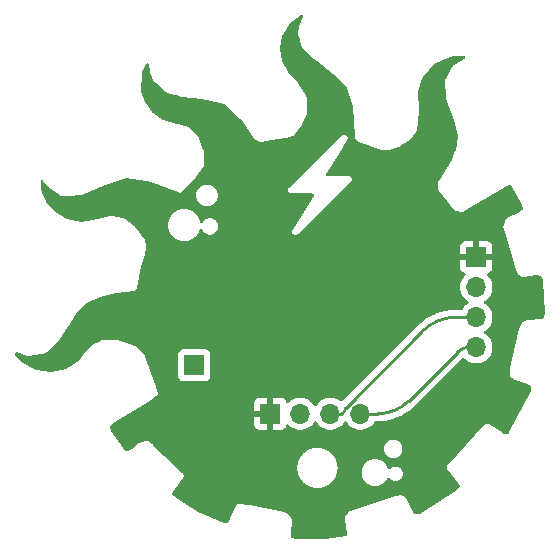
<source format=gbr>
%TF.GenerationSoftware,KiCad,Pcbnew,7.0.8*%
%TF.CreationDate,2024-03-19T09:57:53+01:00*%
%TF.ProjectId,CO2Y-brkout,434f3259-2d62-4726-9b6f-75742e6b6963,rev?*%
%TF.SameCoordinates,Original*%
%TF.FileFunction,Copper,L2,Bot*%
%TF.FilePolarity,Positive*%
%FSLAX46Y46*%
G04 Gerber Fmt 4.6, Leading zero omitted, Abs format (unit mm)*
G04 Created by KiCad (PCBNEW 7.0.8) date 2024-03-19 09:57:53*
%MOMM*%
%LPD*%
G01*
G04 APERTURE LIST*
%TA.AperFunction,ComponentPad*%
%ADD10R,1.700000X1.700000*%
%TD*%
%TA.AperFunction,ComponentPad*%
%ADD11O,1.700000X1.700000*%
%TD*%
%TA.AperFunction,Conductor*%
%ADD12C,0.250000*%
%TD*%
G04 APERTURE END LIST*
D10*
%TO.P,J3,1,Pin_1*%
%TO.N,GND*%
X157226000Y-73152000D03*
D11*
%TO.P,J3,2,Pin_2*%
%TO.N,VCC*%
X157226000Y-75692000D03*
%TO.P,J3,3,Pin_3*%
%TO.N,SDA*%
X157226000Y-78232000D03*
%TO.P,J3,4,Pin_4*%
%TO.N,SCL*%
X157226000Y-80772000D03*
%TD*%
D10*
%TO.P,J1,1,Pin_1*%
%TO.N,NEO_IN*%
X133350000Y-82296000D03*
%TD*%
D11*
%TO.P,J2,4,Pin_4*%
%TO.N,SCL*%
X147400000Y-86400000D03*
%TO.P,J2,3,Pin_3*%
%TO.N,SDA*%
X144860000Y-86400000D03*
%TO.P,J2,2,Pin_2*%
%TO.N,VCC*%
X142320000Y-86400000D03*
D10*
%TO.P,J2,1,Pin_1*%
%TO.N,GND*%
X139780000Y-86400000D03*
%TD*%
D12*
%TO.N,SDA*%
X145854000Y-86400000D02*
G75*
G03*
X146036900Y-86217100I0J182900D01*
G01*
X146166221Y-85904862D02*
G75*
G03*
X146036900Y-86217100I312279J-312238D01*
G01*
X155532550Y-78232021D02*
G75*
G03*
X152641651Y-79429450I-50J-4088279D01*
G01*
%TO.N,SCL*%
X148910550Y-86400031D02*
G75*
G03*
X151489219Y-85331878I-50J3646831D01*
G01*
X156637550Y-80772022D02*
G75*
G03*
X155633003Y-81188096I-50J-1420578D01*
G01*
%TO.N,SDA*%
X146166229Y-85904870D02*
X152641650Y-79429449D01*
X155532550Y-78232000D02*
X157226000Y-78232000D01*
X145854000Y-86400000D02*
X144860000Y-86400000D01*
%TO.N,SCL*%
X151489220Y-85331879D02*
X155633003Y-81188096D01*
X148910550Y-86400000D02*
X147400000Y-86400000D01*
X156637550Y-80772000D02*
X157226000Y-80772000D01*
%TD*%
%TA.AperFunction,Conductor*%
%TO.N,GND*%
G36*
X142523876Y-52637636D02*
G01*
X142574075Y-52686235D01*
X142590031Y-52754258D01*
X142577256Y-52802617D01*
X142297111Y-53366132D01*
X142280797Y-53390955D01*
X142277804Y-53394496D01*
X142277803Y-53394499D01*
X142271350Y-53414721D01*
X142268019Y-53422944D01*
X142268173Y-53423003D01*
X142266011Y-53428691D01*
X142260987Y-53447204D01*
X142255157Y-53465475D01*
X142253886Y-53471421D01*
X142253725Y-53471386D01*
X142252059Y-53480099D01*
X142246500Y-53500585D01*
X142246500Y-53500590D01*
X142247090Y-53505187D01*
X142247315Y-53534895D01*
X142161975Y-54290228D01*
X142158183Y-54309681D01*
X142152853Y-54328751D01*
X142158281Y-54373711D01*
X142162072Y-54418825D01*
X142162072Y-54418826D01*
X142162073Y-54418828D01*
X142162771Y-54420180D01*
X142171152Y-54436416D01*
X142178807Y-54454700D01*
X142414727Y-55175083D01*
X142420252Y-55201163D01*
X142421193Y-55210442D01*
X142421193Y-55210443D01*
X142431674Y-55229918D01*
X142433822Y-55234319D01*
X142435012Y-55237021D01*
X142445946Y-55256438D01*
X142456495Y-55276042D01*
X142458135Y-55278480D01*
X142460705Y-55282649D01*
X142471565Y-55301935D01*
X142478900Y-55307690D01*
X142497982Y-55326303D01*
X143052177Y-55997694D01*
X143062219Y-56012146D01*
X143063028Y-56013067D01*
X143063029Y-56013068D01*
X143093380Y-56047610D01*
X143106616Y-56063645D01*
X143109377Y-56066390D01*
X143112201Y-56069030D01*
X143128720Y-56081680D01*
X143165285Y-56111516D01*
X143180099Y-56121026D01*
X143707324Y-56524779D01*
X145118443Y-57605424D01*
X145124754Y-57610973D01*
X146278839Y-58773462D01*
X146309663Y-58825370D01*
X146760410Y-60336009D01*
X146765301Y-60363047D01*
X146939126Y-62918085D01*
X146938874Y-62937847D01*
X146943552Y-62983141D01*
X146944930Y-63003390D01*
X146945937Y-63009392D01*
X146945601Y-63009448D01*
X146947112Y-63017618D01*
X146949121Y-63037063D01*
X146949122Y-63037068D01*
X146952126Y-63042624D01*
X146962737Y-63069195D01*
X146964388Y-63075296D01*
X146964389Y-63075298D01*
X146976330Y-63090780D01*
X146980856Y-63097747D01*
X146981144Y-63097553D01*
X146984553Y-63102604D01*
X146997480Y-63118203D01*
X147025305Y-63154280D01*
X147039108Y-63168440D01*
X147153489Y-63306475D01*
X147155350Y-63308837D01*
X147174378Y-63334285D01*
X147180542Y-63342529D01*
X147180544Y-63342531D01*
X147199770Y-63353952D01*
X147214632Y-63364324D01*
X147231994Y-63378436D01*
X147272294Y-63390452D01*
X147275214Y-63391403D01*
X148200162Y-63718284D01*
X149197004Y-64070573D01*
X149224573Y-64084382D01*
X149226984Y-64085993D01*
X149226986Y-64085994D01*
X149249487Y-64090469D01*
X149258686Y-64092996D01*
X149264516Y-64094432D01*
X149264521Y-64094434D01*
X149280745Y-64096775D01*
X149283966Y-64097328D01*
X149289477Y-64098424D01*
X149300052Y-64100528D01*
X149300053Y-64100528D01*
X149306000Y-64101114D01*
X149315550Y-64101799D01*
X149338254Y-64105077D01*
X149340334Y-64104547D01*
X149341063Y-64104362D01*
X149371659Y-64100528D01*
X149696806Y-64100528D01*
X149729161Y-64104823D01*
X149729266Y-64104852D01*
X149758717Y-64101040D01*
X149766673Y-64100528D01*
X149771199Y-64100528D01*
X149771202Y-64100528D01*
X149785062Y-64097770D01*
X149789129Y-64097103D01*
X149803148Y-64095290D01*
X149807449Y-64093840D01*
X149815127Y-64091790D01*
X149844268Y-64085994D01*
X149844354Y-64085936D01*
X149873646Y-64071529D01*
X150574807Y-63835226D01*
X150591557Y-63831093D01*
X150592880Y-63830601D01*
X150592882Y-63830602D01*
X150636072Y-63814579D01*
X150655854Y-63807913D01*
X150655867Y-63807905D01*
X150659288Y-63806364D01*
X150659326Y-63806346D01*
X150659373Y-63806324D01*
X150662719Y-63804694D01*
X150662729Y-63804691D01*
X150680527Y-63793739D01*
X150720451Y-63770806D01*
X150720451Y-63770805D01*
X150721683Y-63770098D01*
X150735573Y-63759868D01*
X151471545Y-63307025D01*
X151499713Y-63294228D01*
X151502326Y-63293416D01*
X151520073Y-63278643D01*
X151528294Y-63272739D01*
X151532654Y-63269427D01*
X151532655Y-63269425D01*
X151532658Y-63269424D01*
X151544588Y-63258353D01*
X151547090Y-63256156D01*
X151548869Y-63254674D01*
X151559584Y-63245758D01*
X151559585Y-63245756D01*
X151559587Y-63245755D01*
X151563430Y-63241858D01*
X151570336Y-63234467D01*
X151587271Y-63218756D01*
X151588415Y-63216261D01*
X151604720Y-63189974D01*
X152113772Y-62560860D01*
X152143270Y-62527341D01*
X152149972Y-62507705D01*
X152157564Y-62490070D01*
X152157996Y-62489246D01*
X152167218Y-62471705D01*
X152171287Y-62427228D01*
X152396856Y-60736266D01*
X152397907Y-60731724D01*
X152405140Y-60674174D01*
X152408269Y-60650719D01*
X152408268Y-60650713D01*
X152408277Y-60650651D01*
X152408303Y-60649717D01*
X152408332Y-60648865D01*
X152406635Y-60625122D01*
X152403524Y-60576373D01*
X152403523Y-60576371D01*
X152402948Y-60567362D01*
X152402178Y-60562756D01*
X152307586Y-59239002D01*
X152311653Y-59197499D01*
X152654159Y-57943666D01*
X152680769Y-57894336D01*
X153729092Y-56705577D01*
X153780049Y-56670940D01*
X154980037Y-56238469D01*
X155305934Y-56121017D01*
X155347976Y-56113672D01*
X156156952Y-56113672D01*
X156223991Y-56133357D01*
X156269746Y-56186161D01*
X156279690Y-56255319D01*
X156250665Y-56318875D01*
X156221882Y-56343312D01*
X155537961Y-56763670D01*
X155292974Y-56914246D01*
X155289391Y-56916287D01*
X155254483Y-56934665D01*
X155254482Y-56934666D01*
X155235616Y-56957360D01*
X155230081Y-56963202D01*
X155208435Y-56983265D01*
X155191976Y-57019092D01*
X155190130Y-57022780D01*
X154629170Y-58056555D01*
X154627638Y-58059218D01*
X154605752Y-58095179D01*
X154605751Y-58095181D01*
X154602329Y-58117218D01*
X154598232Y-58134920D01*
X154591624Y-58156221D01*
X154595485Y-58198137D01*
X154595691Y-58201201D01*
X154653245Y-59561141D01*
X154651292Y-59579260D01*
X154651715Y-59579286D01*
X154650973Y-59591473D01*
X154655736Y-59626382D01*
X154656250Y-59632143D01*
X154656676Y-59642217D01*
X154656677Y-59642224D01*
X154658700Y-59650541D01*
X154659887Y-59656809D01*
X154661044Y-59665286D01*
X154664329Y-59674817D01*
X154665955Y-59680364D01*
X154674287Y-59714609D01*
X154679435Y-59725686D01*
X154679050Y-59725864D01*
X154687491Y-59742012D01*
X155304668Y-61532483D01*
X155306251Y-61537851D01*
X155633020Y-62864285D01*
X155633150Y-62864812D01*
X155635587Y-62911415D01*
X155463295Y-64160612D01*
X155454024Y-64193456D01*
X155154154Y-64877480D01*
X155145954Y-64893070D01*
X154039858Y-66675774D01*
X154029060Y-66690603D01*
X154025764Y-66694488D01*
X154005215Y-66731471D01*
X154003705Y-66734040D01*
X153994665Y-66748612D01*
X153991979Y-66754074D01*
X153991904Y-66754037D01*
X153988062Y-66762345D01*
X153977361Y-66781604D01*
X153977360Y-66781606D01*
X153976924Y-66785401D01*
X153969837Y-66814779D01*
X153968494Y-66818358D01*
X153969237Y-66840385D01*
X153968867Y-66849530D01*
X153968952Y-66849532D01*
X153968852Y-66855611D01*
X153970256Y-66872716D01*
X153970428Y-66875696D01*
X153971854Y-66917964D01*
X153973012Y-66922908D01*
X153975863Y-66941038D01*
X154011050Y-67369741D01*
X154010972Y-67379176D01*
X154011554Y-67385115D01*
X154011554Y-67385116D01*
X154011764Y-67387255D01*
X154016224Y-67432777D01*
X154018077Y-67455362D01*
X154018398Y-67457123D01*
X154019105Y-67462178D01*
X154021272Y-67484296D01*
X154025961Y-67493077D01*
X154035806Y-67517421D01*
X154038539Y-67526990D01*
X154038540Y-67526992D01*
X154052350Y-67544391D01*
X154055355Y-67548514D01*
X154056352Y-67550008D01*
X154064736Y-67560234D01*
X154070733Y-67567549D01*
X154100377Y-67604895D01*
X154104218Y-67609733D01*
X154110826Y-67616453D01*
X155360474Y-69140714D01*
X155376823Y-69166626D01*
X155378184Y-69169525D01*
X155394920Y-69184780D01*
X155401365Y-69191573D01*
X155401384Y-69191555D01*
X155405684Y-69195859D01*
X155405685Y-69195860D01*
X155405687Y-69195862D01*
X155409069Y-69198640D01*
X155418545Y-69206425D01*
X155420952Y-69208508D01*
X155451833Y-69236658D01*
X155451835Y-69236658D01*
X155457345Y-69239983D01*
X155457452Y-69240059D01*
X155457576Y-69240114D01*
X155463248Y-69243149D01*
X155463250Y-69243151D01*
X155503247Y-69255306D01*
X155506256Y-69256305D01*
X155521904Y-69261955D01*
X155521908Y-69261955D01*
X155527810Y-69263452D01*
X155527803Y-69263477D01*
X155536934Y-69265543D01*
X155558600Y-69272128D01*
X155561435Y-69271850D01*
X155561774Y-69271817D01*
X155592412Y-69272618D01*
X155929457Y-69323596D01*
X155947585Y-69329090D01*
X155947589Y-69329076D01*
X155959440Y-69332002D01*
X155959444Y-69332004D01*
X155992920Y-69333535D01*
X155999344Y-69334166D01*
X156007611Y-69335417D01*
X156017885Y-69334940D01*
X156023574Y-69334939D01*
X156058996Y-69336561D01*
X156058996Y-69336560D01*
X156058997Y-69336561D01*
X156070615Y-69334797D01*
X156082025Y-69331973D01*
X156082029Y-69331973D01*
X156114131Y-69316900D01*
X156119377Y-69314727D01*
X156129054Y-69311229D01*
X156136207Y-69306908D01*
X156141894Y-69303866D01*
X156172238Y-69289622D01*
X156172242Y-69289617D01*
X156182068Y-69282374D01*
X156182077Y-69282386D01*
X156196714Y-69270366D01*
X159800124Y-67094183D01*
X159823212Y-67083309D01*
X160014185Y-67016403D01*
X160083962Y-67012816D01*
X160144602Y-67047522D01*
X160144915Y-67047848D01*
X160263503Y-67172254D01*
X160282931Y-67199033D01*
X160585743Y-67761547D01*
X161112366Y-68739819D01*
X161113672Y-68742244D01*
X161126108Y-68776849D01*
X161170993Y-69002700D01*
X161164754Y-69072291D01*
X161129466Y-69121533D01*
X160942711Y-69279548D01*
X160915651Y-69296972D01*
X159969797Y-69744510D01*
X159951740Y-69750045D01*
X159951756Y-69750087D01*
X159940275Y-69754266D01*
X159911516Y-69771719D01*
X159905870Y-69774758D01*
X159898211Y-69778382D01*
X159898201Y-69778388D01*
X159890041Y-69784442D01*
X159885275Y-69787646D01*
X159877237Y-69792524D01*
X159855086Y-69805968D01*
X159846331Y-69813991D01*
X159838375Y-69822772D01*
X159820223Y-69853066D01*
X159817044Y-69857854D01*
X159811037Y-69866048D01*
X159811036Y-69866050D01*
X159807451Y-69873736D01*
X159804446Y-69879397D01*
X159787155Y-69908256D01*
X159783043Y-69919755D01*
X159783000Y-69919739D01*
X159777567Y-69937832D01*
X159556830Y-70411262D01*
X159540470Y-70437318D01*
X159538571Y-70439641D01*
X159538569Y-70439645D01*
X159531981Y-70461529D01*
X159528627Y-70470326D01*
X159528633Y-70470328D01*
X159526614Y-70476071D01*
X159522699Y-70492066D01*
X159521846Y-70495196D01*
X159509845Y-70535065D01*
X159509201Y-70541750D01*
X159508910Y-70548433D01*
X159511629Y-70566091D01*
X159515249Y-70589608D01*
X159515654Y-70592796D01*
X159515852Y-70594760D01*
X159517304Y-70609189D01*
X159518504Y-70615151D01*
X159518496Y-70615152D01*
X159520595Y-70624335D01*
X159524074Y-70646929D01*
X159525631Y-70649494D01*
X159538207Y-70677578D01*
X159570172Y-70782153D01*
X160693248Y-74456417D01*
X160698526Y-74486819D01*
X160698660Y-74489670D01*
X160698662Y-74489677D01*
X160708447Y-74510476D01*
X160711958Y-74519575D01*
X160714190Y-74524932D01*
X160721930Y-74539339D01*
X160723414Y-74542287D01*
X160741086Y-74579849D01*
X160745135Y-74585331D01*
X160749446Y-74590561D01*
X160749451Y-74590565D01*
X160749453Y-74590568D01*
X160781623Y-74616856D01*
X160784071Y-74618968D01*
X160796184Y-74629992D01*
X160796185Y-74629993D01*
X160796189Y-74629996D01*
X160800859Y-74633475D01*
X160808815Y-74639076D01*
X160826621Y-74653627D01*
X160828965Y-74654332D01*
X160829345Y-74654447D01*
X160857572Y-74666957D01*
X161022428Y-74766225D01*
X161035584Y-74777297D01*
X161036229Y-74776469D01*
X161045866Y-74783962D01*
X161045869Y-74783965D01*
X161079614Y-74800875D01*
X161083803Y-74803182D01*
X161094561Y-74809661D01*
X161094564Y-74809662D01*
X161094567Y-74809664D01*
X161100266Y-74811716D01*
X161107047Y-74814623D01*
X161134963Y-74828613D01*
X161134966Y-74828613D01*
X161138872Y-74829687D01*
X161160657Y-74834301D01*
X161164654Y-74834902D01*
X161164659Y-74834904D01*
X161190143Y-74833704D01*
X161195844Y-74833436D01*
X161203213Y-74833526D01*
X161209268Y-74833963D01*
X161221738Y-74832402D01*
X161226502Y-74831992D01*
X161252434Y-74830772D01*
X161264207Y-74830218D01*
X161276058Y-74827275D01*
X161276311Y-74828296D01*
X161292819Y-74823508D01*
X162299515Y-74697544D01*
X162331924Y-74697758D01*
X162670925Y-74744734D01*
X162734626Y-74773432D01*
X162768872Y-74821104D01*
X162881866Y-75100745D01*
X162890787Y-75141983D01*
X163006828Y-77897615D01*
X163004821Y-77925645D01*
X162945569Y-78242206D01*
X162913887Y-78304480D01*
X162853566Y-78339739D01*
X162849578Y-78340660D01*
X162517220Y-78411623D01*
X162494628Y-78414312D01*
X161751596Y-78434093D01*
X161721963Y-78430862D01*
X161719458Y-78430743D01*
X161719457Y-78430743D01*
X161719456Y-78430743D01*
X161689089Y-78435294D01*
X161681549Y-78435958D01*
X161675986Y-78436106D01*
X161675981Y-78436107D01*
X161663224Y-78438999D01*
X161658712Y-78439848D01*
X161645788Y-78441786D01*
X161645773Y-78441789D01*
X161640550Y-78443667D01*
X161633289Y-78445786D01*
X161603333Y-78452580D01*
X161601047Y-78453598D01*
X161574606Y-78467376D01*
X161257691Y-78581317D01*
X161229849Y-78587824D01*
X161223528Y-78588547D01*
X161206463Y-78598020D01*
X161198919Y-78601452D01*
X161199066Y-78601761D01*
X161193562Y-78604374D01*
X161176153Y-78614846D01*
X161136265Y-78636988D01*
X161135413Y-78637599D01*
X161133019Y-78639776D01*
X161130538Y-78641878D01*
X161129816Y-78642650D01*
X161102693Y-78679337D01*
X161090057Y-78695243D01*
X161086753Y-78700362D01*
X161086460Y-78700173D01*
X161082089Y-78707205D01*
X161070486Y-78722901D01*
X161070485Y-78722903D01*
X161068947Y-78729083D01*
X161058890Y-78755844D01*
X160908313Y-79048639D01*
X160903974Y-79055833D01*
X160895499Y-79067947D01*
X160879272Y-79104857D01*
X160877654Y-79108255D01*
X160870718Y-79121743D01*
X160870711Y-79121759D01*
X160869758Y-79125090D01*
X160866915Y-79132968D01*
X160865522Y-79136136D01*
X160865518Y-79136151D01*
X160862243Y-79150944D01*
X160861318Y-79154594D01*
X160850225Y-79193370D01*
X160849010Y-79208104D01*
X160847753Y-79216413D01*
X160280733Y-81778340D01*
X160077472Y-82611891D01*
X160074109Y-82621757D01*
X160070547Y-82637566D01*
X160063426Y-82669168D01*
X160062458Y-82673462D01*
X160057137Y-82695283D01*
X160056823Y-82697496D01*
X160056556Y-82699653D01*
X160055988Y-82722104D01*
X160053718Y-82775066D01*
X160054385Y-82785468D01*
X160048080Y-83034814D01*
X160046324Y-83052710D01*
X160045252Y-83058938D01*
X160046332Y-83100760D01*
X160046332Y-83103923D01*
X160045912Y-83120609D01*
X160046356Y-83126687D01*
X160046325Y-83126689D01*
X160047243Y-83135980D01*
X160047827Y-83158563D01*
X160049148Y-83161533D01*
X160058040Y-83190817D01*
X160058593Y-83194017D01*
X160058595Y-83194024D01*
X160070663Y-83213113D01*
X160079146Y-83228972D01*
X160088329Y-83249615D01*
X160090683Y-83251850D01*
X160110113Y-83275512D01*
X160111846Y-83278254D01*
X160111847Y-83278254D01*
X160111848Y-83278256D01*
X160130310Y-83291278D01*
X160137528Y-83297199D01*
X160137547Y-83297175D01*
X160142352Y-83300915D01*
X160156464Y-83309825D01*
X160159091Y-83311580D01*
X160193283Y-83335698D01*
X160199048Y-83338258D01*
X160214916Y-83346733D01*
X160429799Y-83482414D01*
X160439175Y-83489561D01*
X160483601Y-83516386D01*
X160492566Y-83522046D01*
X160502310Y-83528199D01*
X160502326Y-83528205D01*
X160504652Y-83529372D01*
X160506824Y-83530408D01*
X160506829Y-83530411D01*
X160527696Y-83537953D01*
X160571850Y-83554920D01*
X160571850Y-83554919D01*
X160576095Y-83556551D01*
X160587481Y-83559563D01*
X161605051Y-83927378D01*
X161642491Y-83948911D01*
X161812478Y-84091220D01*
X161851244Y-84149347D01*
X161856192Y-84199326D01*
X161834463Y-84404996D01*
X161821754Y-84448026D01*
X160032559Y-87978179D01*
X160003961Y-88015131D01*
X159882354Y-88122351D01*
X159819050Y-88151922D01*
X159768481Y-88149177D01*
X159547198Y-88090335D01*
X159511501Y-88074476D01*
X159496839Y-88064949D01*
X158968192Y-87721443D01*
X158324680Y-87303300D01*
X158311010Y-87292705D01*
X158270461Y-87268069D01*
X158252958Y-87256696D01*
X158246555Y-87253378D01*
X158242902Y-87251325D01*
X158227192Y-87241780D01*
X158224646Y-87240233D01*
X158217507Y-87239130D01*
X158190475Y-87231749D01*
X158183769Y-87229072D01*
X158183766Y-87229072D01*
X158183763Y-87229071D01*
X158165117Y-87229310D01*
X158144604Y-87227867D01*
X158126161Y-87225018D01*
X158126158Y-87225018D01*
X158119140Y-87226731D01*
X158091339Y-87230256D01*
X158084123Y-87230348D01*
X158084120Y-87230349D01*
X158066974Y-87237710D01*
X158047471Y-87244227D01*
X158029345Y-87248652D01*
X158023522Y-87252917D01*
X157999179Y-87266817D01*
X157992550Y-87269662D01*
X157992549Y-87269663D01*
X157977647Y-87284951D01*
X157974615Y-87287858D01*
X157969239Y-87292672D01*
X157955121Y-87308064D01*
X157922020Y-87342025D01*
X157911433Y-87355685D01*
X154812771Y-90733492D01*
X154806562Y-90739386D01*
X154795995Y-90748114D01*
X154770265Y-90779671D01*
X154767905Y-90782401D01*
X154757379Y-90793875D01*
X154757373Y-90793884D01*
X154755783Y-90796500D01*
X154750851Y-90803480D01*
X154733021Y-90825348D01*
X154733020Y-90825349D01*
X154732475Y-90827169D01*
X154719683Y-90855917D01*
X154718698Y-90857538D01*
X154718696Y-90857543D01*
X154714388Y-90885423D01*
X154712501Y-90893772D01*
X154704395Y-90920804D01*
X154704395Y-90920808D01*
X154704587Y-90922696D01*
X154703770Y-90954153D01*
X154703480Y-90956025D01*
X154703481Y-90956031D01*
X154710171Y-90983439D01*
X154711623Y-90991875D01*
X154712275Y-90998279D01*
X154714310Y-91018291D01*
X154714479Y-91019947D01*
X154714481Y-91019955D01*
X154715378Y-91021620D01*
X154726663Y-91050998D01*
X154727113Y-91052840D01*
X154727112Y-91052840D01*
X154727113Y-91052842D01*
X154727114Y-91052843D01*
X154741237Y-91072128D01*
X154743784Y-91075605D01*
X154748350Y-91082838D01*
X154749805Y-91085538D01*
X154752179Y-91088412D01*
X154759714Y-91097535D01*
X154761932Y-91100386D01*
X154780956Y-91126360D01*
X154785996Y-91133242D01*
X154786000Y-91133244D01*
X154796088Y-91142498D01*
X154801981Y-91148704D01*
X155417448Y-91893814D01*
X155694849Y-92229647D01*
X155713421Y-92260243D01*
X155814252Y-92498235D01*
X155822280Y-92567642D01*
X155792658Y-92629099D01*
X155612498Y-92831297D01*
X155586201Y-92853603D01*
X152420977Y-94855607D01*
X152384211Y-94871245D01*
X152160790Y-94926005D01*
X152090992Y-94922845D01*
X152043912Y-94893572D01*
X151881215Y-94732062D01*
X151857067Y-94698299D01*
X151853691Y-94691359D01*
X151526353Y-94018394D01*
X151426153Y-93812397D01*
X151419214Y-93790838D01*
X151416035Y-93782553D01*
X151416035Y-93782551D01*
X151398631Y-93754957D01*
X151395319Y-93749007D01*
X151392050Y-93742286D01*
X151385294Y-93733382D01*
X151382247Y-93728983D01*
X151376292Y-93719540D01*
X151371149Y-93714120D01*
X151366733Y-93708919D01*
X151347021Y-93682939D01*
X151340386Y-93677056D01*
X151322635Y-93662981D01*
X151076376Y-93403401D01*
X151074038Y-93400792D01*
X151047548Y-93369505D01*
X151022713Y-93356716D01*
X151015299Y-93352217D01*
X150992485Y-93336088D01*
X150992481Y-93336086D01*
X150990310Y-93335595D01*
X150960930Y-93324900D01*
X150958951Y-93323881D01*
X150950467Y-93323176D01*
X150931109Y-93321568D01*
X150922541Y-93320249D01*
X150918237Y-93319274D01*
X150895288Y-93314078D01*
X150895286Y-93314078D01*
X150895285Y-93314078D01*
X150895283Y-93314077D01*
X150854882Y-93321014D01*
X150851414Y-93321509D01*
X150502511Y-93361281D01*
X150499166Y-93361341D01*
X150440502Y-93368349D01*
X150416635Y-93371070D01*
X150416053Y-93371199D01*
X150415394Y-93371340D01*
X150392590Y-93378777D01*
X150336298Y-93396800D01*
X150333226Y-93398138D01*
X146578481Y-94622707D01*
X146560457Y-94627124D01*
X146556111Y-94627849D01*
X146516297Y-94642917D01*
X146513579Y-94643874D01*
X146497043Y-94649268D01*
X146491465Y-94651715D01*
X146491418Y-94651609D01*
X146483229Y-94655432D01*
X146462907Y-94663123D01*
X146459896Y-94665954D01*
X146435692Y-94683714D01*
X146432085Y-94685739D01*
X146432081Y-94685743D01*
X146418647Y-94702822D01*
X146412537Y-94709495D01*
X146412625Y-94709572D01*
X146408620Y-94714153D01*
X146398525Y-94728296D01*
X146396797Y-94730601D01*
X146370473Y-94764070D01*
X146368475Y-94768002D01*
X146358853Y-94783871D01*
X146178021Y-95037186D01*
X146159252Y-95058021D01*
X146153860Y-95062790D01*
X146153855Y-95062796D01*
X146144498Y-95081971D01*
X146142534Y-95085673D01*
X146138921Y-95091959D01*
X146130337Y-95110993D01*
X146109924Y-95152829D01*
X146109172Y-95156082D01*
X146108313Y-95159344D01*
X146108296Y-95159877D01*
X146108296Y-95159879D01*
X146106873Y-95205873D01*
X146105594Y-95226723D01*
X146105861Y-95233954D01*
X146105874Y-95238151D01*
X146105214Y-95259487D01*
X146107763Y-95266221D01*
X146114659Y-95293407D01*
X146293190Y-96606938D01*
X146282714Y-96676018D01*
X146236553Y-96728467D01*
X146190070Y-96746055D01*
X144397200Y-97035303D01*
X144376711Y-97036884D01*
X141993037Y-97022686D01*
X141956992Y-97017107D01*
X141650559Y-96921921D01*
X141592377Y-96883235D01*
X141564878Y-96822951D01*
X141513215Y-96497611D01*
X141512415Y-96464714D01*
X141615552Y-95520060D01*
X141621344Y-95493829D01*
X141624234Y-95485276D01*
X141622757Y-95463256D01*
X141622622Y-95458453D01*
X141622658Y-95454980D01*
X141622660Y-95454970D01*
X141620730Y-95433001D01*
X141617570Y-95385844D01*
X141617569Y-95385843D01*
X141617553Y-95385594D01*
X141616886Y-95383308D01*
X141616260Y-95380987D01*
X141616142Y-95380761D01*
X141616142Y-95380758D01*
X141594328Y-95338887D01*
X141584523Y-95319077D01*
X141584517Y-95319069D01*
X141582675Y-95316118D01*
X141580293Y-95311949D01*
X141570098Y-95292378D01*
X141563181Y-95286578D01*
X141544588Y-95267191D01*
X141261733Y-94899683D01*
X141247258Y-94874406D01*
X141245554Y-94871808D01*
X141240264Y-94866427D01*
X141223877Y-94849757D01*
X141218963Y-94844115D01*
X141215448Y-94839547D01*
X141205751Y-94831068D01*
X141202368Y-94827878D01*
X141175692Y-94800742D01*
X141175689Y-94800740D01*
X141167719Y-94795316D01*
X141159369Y-94790511D01*
X141123345Y-94778341D01*
X141118976Y-94776678D01*
X141107114Y-94771646D01*
X141107110Y-94771645D01*
X141101473Y-94770473D01*
X141094242Y-94768508D01*
X141064951Y-94758613D01*
X141061902Y-94758216D01*
X141032810Y-94756204D01*
X138025731Y-94131300D01*
X138019544Y-94129678D01*
X138011416Y-94127092D01*
X138011410Y-94127090D01*
X138001351Y-94125961D01*
X137995653Y-94125051D01*
X137985757Y-94122994D01*
X137985749Y-94122993D01*
X137979614Y-94122941D01*
X137977224Y-94122920D01*
X137970843Y-94122536D01*
X137165659Y-94032142D01*
X137146766Y-94028519D01*
X137126816Y-94023060D01*
X137126815Y-94023060D01*
X137083571Y-94028519D01*
X137082486Y-94028656D01*
X137037953Y-94032430D01*
X137035834Y-94033042D01*
X137034796Y-94033256D01*
X137032904Y-94033887D01*
X137031010Y-94034433D01*
X137030052Y-94034838D01*
X137027950Y-94035539D01*
X137027944Y-94035541D01*
X137027944Y-94035542D01*
X136989128Y-94057679D01*
X136970592Y-94067264D01*
X136949430Y-94078207D01*
X136947699Y-94079589D01*
X136946831Y-94080177D01*
X136945355Y-94081458D01*
X136943794Y-94082704D01*
X136943040Y-94083469D01*
X136941376Y-94084912D01*
X136913990Y-94120213D01*
X136885169Y-94154371D01*
X136878891Y-94174093D01*
X136871654Y-94191910D01*
X136500987Y-94933603D01*
X136497042Y-94940386D01*
X136494335Y-94944428D01*
X136494331Y-94944435D01*
X136489050Y-94957148D01*
X136487257Y-94961074D01*
X136481104Y-94973387D01*
X136481102Y-94973394D01*
X136479816Y-94978092D01*
X136477272Y-94985507D01*
X136433059Y-95091959D01*
X136254830Y-95521069D01*
X136230801Y-95558289D01*
X136138361Y-95656947D01*
X136078160Y-95692409D01*
X136042113Y-95696030D01*
X135909815Y-95689876D01*
X135864971Y-95679213D01*
X133663239Y-94694950D01*
X133647765Y-94686673D01*
X132212159Y-93782551D01*
X131611916Y-93404527D01*
X131579402Y-93374802D01*
X131505670Y-93278129D01*
X131480667Y-93212888D01*
X131486514Y-93164070D01*
X131527877Y-93038750D01*
X131545197Y-93004889D01*
X132381201Y-91850608D01*
X132386611Y-91844120D01*
X132396595Y-91833681D01*
X132396601Y-91833677D01*
X132418322Y-91799543D01*
X132420399Y-91796486D01*
X132429372Y-91784100D01*
X132430770Y-91781054D01*
X132434810Y-91773637D01*
X132435216Y-91772999D01*
X132450106Y-91749603D01*
X132450374Y-91748078D01*
X132459815Y-91717801D01*
X132460460Y-91716399D01*
X132461536Y-91687917D01*
X132462429Y-91679520D01*
X132467365Y-91651453D01*
X132467031Y-91649950D01*
X132464165Y-91618354D01*
X132464224Y-91616814D01*
X132463241Y-91614163D01*
X132456926Y-91597123D01*
X132454319Y-91590090D01*
X132451931Y-91581996D01*
X132445749Y-91554170D01*
X132444862Y-91552905D01*
X132430127Y-91524818D01*
X132429591Y-91523370D01*
X132410210Y-91502466D01*
X132404910Y-91495906D01*
X132402990Y-91493166D01*
X132391943Y-91482601D01*
X132389339Y-91479955D01*
X132361838Y-91450292D01*
X132350118Y-91441804D01*
X132343628Y-91436392D01*
X131897716Y-91009930D01*
X142068118Y-91009930D01*
X142068562Y-91016005D01*
X142068521Y-91016007D01*
X142069432Y-91025267D01*
X142069939Y-91045294D01*
X142069496Y-91054600D01*
X142069536Y-91054601D01*
X142069400Y-91060684D01*
X142070672Y-91077407D01*
X142070830Y-91080522D01*
X142071055Y-91089398D01*
X142071255Y-91097295D01*
X142072005Y-91103342D01*
X142071965Y-91103346D01*
X142073344Y-91112549D01*
X142074802Y-91131726D01*
X142074830Y-91141018D01*
X142074871Y-91141017D01*
X142075043Y-91147104D01*
X142077160Y-91163766D01*
X142077475Y-91166876D01*
X142078748Y-91183606D01*
X142079803Y-91189606D01*
X142079762Y-91189613D01*
X142081602Y-91198728D01*
X142083932Y-91217067D01*
X142084428Y-91226336D01*
X142084473Y-91226333D01*
X142084951Y-91232404D01*
X142087905Y-91248949D01*
X142088375Y-91252026D01*
X142090495Y-91268711D01*
X142091852Y-91274648D01*
X142091809Y-91274657D01*
X142094104Y-91283658D01*
X142096481Y-91296971D01*
X142097231Y-91301167D01*
X142098191Y-91310398D01*
X142098240Y-91310392D01*
X142099021Y-91316431D01*
X142102808Y-91332846D01*
X142103429Y-91335882D01*
X142104845Y-91343805D01*
X142106011Y-91350337D01*
X142106391Y-91352461D01*
X142108045Y-91358325D01*
X142107997Y-91358338D01*
X142110738Y-91367200D01*
X142114599Y-91383931D01*
X142116015Y-91393079D01*
X142116067Y-91393070D01*
X142117147Y-91399055D01*
X142121758Y-91415296D01*
X142122527Y-91418285D01*
X142126324Y-91434734D01*
X142128271Y-91440510D01*
X142128220Y-91440527D01*
X142131395Y-91449228D01*
X142135676Y-91464302D01*
X142135926Y-91465180D01*
X142137793Y-91474234D01*
X142137850Y-91474221D01*
X142139226Y-91480150D01*
X142139227Y-91480155D01*
X142139228Y-91480156D01*
X142144659Y-91496209D01*
X142145565Y-91499124D01*
X142150188Y-91515406D01*
X142152421Y-91521079D01*
X142152365Y-91521100D01*
X142155963Y-91529618D01*
X142161118Y-91544855D01*
X142163424Y-91553781D01*
X142163485Y-91553764D01*
X142165152Y-91559620D01*
X142171371Y-91575391D01*
X142172423Y-91578264D01*
X142177861Y-91594338D01*
X142180371Y-91599892D01*
X142180312Y-91599918D01*
X142184320Y-91608234D01*
X142190057Y-91622786D01*
X142192795Y-91631577D01*
X142192860Y-91631556D01*
X142194811Y-91637321D01*
X142201822Y-91652827D01*
X142203006Y-91655626D01*
X142209244Y-91671446D01*
X142212020Y-91676861D01*
X142211959Y-91676892D01*
X142216356Y-91684973D01*
X142220699Y-91694578D01*
X142222633Y-91698856D01*
X142225790Y-91707482D01*
X142225858Y-91707456D01*
X142228089Y-91713120D01*
X142228092Y-91713126D01*
X142228093Y-91713129D01*
X142232534Y-91721800D01*
X142235872Y-91728318D01*
X142237182Y-91731037D01*
X142244207Y-91746575D01*
X142247249Y-91751854D01*
X142247183Y-91751891D01*
X142251963Y-91759736D01*
X142258758Y-91773005D01*
X142262323Y-91781448D01*
X142262394Y-91781417D01*
X142264895Y-91786964D01*
X142264896Y-91786965D01*
X142273418Y-91801786D01*
X142274843Y-91804410D01*
X142282644Y-91819642D01*
X142285938Y-91824764D01*
X142285872Y-91824805D01*
X142291019Y-91832398D01*
X142296096Y-91841227D01*
X142298289Y-91845041D01*
X142298293Y-91845047D01*
X142302260Y-91853307D01*
X142302335Y-91853270D01*
X142305105Y-91858698D01*
X142314354Y-91873125D01*
X142315906Y-91875679D01*
X142324445Y-91890529D01*
X142327983Y-91895485D01*
X142327915Y-91895533D01*
X142333411Y-91902852D01*
X142341161Y-91914940D01*
X142345513Y-91922982D01*
X142345588Y-91922940D01*
X142348614Y-91928225D01*
X142358561Y-91942214D01*
X142360228Y-91944681D01*
X142369492Y-91959132D01*
X142373269Y-91963916D01*
X142373200Y-91963969D01*
X142379036Y-91971007D01*
X142387248Y-91982555D01*
X142391973Y-91990368D01*
X142392049Y-91990320D01*
X142395327Y-91995458D01*
X142405926Y-92008944D01*
X142407709Y-92011327D01*
X142417680Y-92025350D01*
X142421682Y-92029947D01*
X142421613Y-92030006D01*
X142427784Y-92036759D01*
X142436442Y-92047777D01*
X142441532Y-92055351D01*
X142441608Y-92055298D01*
X142445123Y-92060266D01*
X142445127Y-92060273D01*
X142445130Y-92060276D01*
X142456406Y-92073295D01*
X142458276Y-92075560D01*
X142468911Y-92089093D01*
X142468912Y-92089094D01*
X142468914Y-92089096D01*
X142473129Y-92093494D01*
X142473062Y-92093558D01*
X142479534Y-92099994D01*
X142488652Y-92110521D01*
X142494091Y-92117833D01*
X142494164Y-92117777D01*
X142497911Y-92122571D01*
X142497914Y-92122574D01*
X142497917Y-92122578D01*
X142509778Y-92135018D01*
X142509784Y-92135024D01*
X142511774Y-92137214D01*
X142523051Y-92150233D01*
X142527480Y-92154432D01*
X142527415Y-92154499D01*
X142534183Y-92160617D01*
X142543762Y-92170664D01*
X142549550Y-92177716D01*
X142549621Y-92177656D01*
X142553594Y-92182268D01*
X142566057Y-92194152D01*
X142568145Y-92196239D01*
X142580033Y-92208707D01*
X142584650Y-92212684D01*
X142584589Y-92212754D01*
X142591640Y-92218541D01*
X142601680Y-92228113D01*
X142607801Y-92234885D01*
X142607868Y-92234822D01*
X142612056Y-92239239D01*
X142616989Y-92243511D01*
X142625096Y-92250533D01*
X142627252Y-92252493D01*
X142639723Y-92264383D01*
X142639727Y-92264385D01*
X142644520Y-92268132D01*
X142644462Y-92268205D01*
X142651768Y-92273638D01*
X142662314Y-92282773D01*
X142668746Y-92289240D01*
X142668809Y-92289175D01*
X142673203Y-92293387D01*
X142673206Y-92293389D01*
X142686750Y-92304032D01*
X142689005Y-92305892D01*
X142702027Y-92317173D01*
X142702037Y-92317178D01*
X142707009Y-92320697D01*
X142706955Y-92320772D01*
X142714523Y-92325858D01*
X142725542Y-92334517D01*
X142732288Y-92340680D01*
X142732347Y-92340613D01*
X142736945Y-92344616D01*
X142750610Y-92354333D01*
X142750951Y-92354575D01*
X142753330Y-92356355D01*
X142761623Y-92362871D01*
X142766841Y-92366972D01*
X142766843Y-92366973D01*
X142771986Y-92370255D01*
X142771937Y-92370330D01*
X142779746Y-92375052D01*
X142791296Y-92383265D01*
X142798328Y-92389097D01*
X142798382Y-92389029D01*
X142803161Y-92392801D01*
X142803164Y-92392804D01*
X142814985Y-92400382D01*
X142817601Y-92402059D01*
X142820071Y-92403727D01*
X142834071Y-92413683D01*
X142834072Y-92413683D01*
X142834073Y-92413684D01*
X142839357Y-92416710D01*
X142839314Y-92416785D01*
X142847358Y-92421137D01*
X142859439Y-92428882D01*
X142866767Y-92434385D01*
X142866816Y-92434317D01*
X142871762Y-92437848D01*
X142871769Y-92437854D01*
X142886618Y-92446392D01*
X142889175Y-92447946D01*
X142903604Y-92457196D01*
X142909033Y-92459967D01*
X142908995Y-92460040D01*
X142917243Y-92464001D01*
X142929912Y-92471286D01*
X142937497Y-92476428D01*
X142937540Y-92476363D01*
X142942653Y-92479651D01*
X142942660Y-92479656D01*
X142957878Y-92487450D01*
X142960514Y-92488882D01*
X142975332Y-92497403D01*
X142980885Y-92499907D01*
X142980852Y-92499977D01*
X142989302Y-92503544D01*
X143002558Y-92510333D01*
X143010401Y-92515111D01*
X143010439Y-92515047D01*
X143015721Y-92518091D01*
X143031270Y-92525121D01*
X143033977Y-92526425D01*
X143049171Y-92534207D01*
X143049176Y-92534208D01*
X143054839Y-92536438D01*
X143054811Y-92536508D01*
X143063448Y-92539668D01*
X143077315Y-92545938D01*
X143077320Y-92545940D01*
X143085404Y-92550338D01*
X143085436Y-92550277D01*
X143090850Y-92553052D01*
X143090859Y-92553058D01*
X143106679Y-92559295D01*
X143109466Y-92560473D01*
X143124984Y-92567490D01*
X143124990Y-92567491D01*
X143130754Y-92569443D01*
X143130731Y-92569508D01*
X143139530Y-92572248D01*
X143154069Y-92577981D01*
X143162374Y-92581983D01*
X143162401Y-92581926D01*
X143167957Y-92584437D01*
X143184023Y-92589872D01*
X143186876Y-92590916D01*
X143202685Y-92597150D01*
X143202689Y-92597150D01*
X143208550Y-92598820D01*
X143208532Y-92598881D01*
X143217469Y-92601189D01*
X143232679Y-92606335D01*
X143241197Y-92609933D01*
X143241220Y-92609878D01*
X143246884Y-92612107D01*
X143246886Y-92612107D01*
X143246891Y-92612110D01*
X143263231Y-92616750D01*
X143266083Y-92617638D01*
X143282144Y-92623072D01*
X143282152Y-92623073D01*
X143288082Y-92624450D01*
X143288068Y-92624508D01*
X143297106Y-92626370D01*
X143313076Y-92630905D01*
X143321772Y-92634079D01*
X143321790Y-92634029D01*
X143327555Y-92635970D01*
X143327564Y-92635975D01*
X143344029Y-92639774D01*
X143346979Y-92640533D01*
X143363243Y-92645152D01*
X143363247Y-92645152D01*
X143363250Y-92645153D01*
X143369242Y-92646235D01*
X143369232Y-92646287D01*
X143378365Y-92647699D01*
X143395104Y-92651562D01*
X143403962Y-92654303D01*
X143403976Y-92654255D01*
X143409832Y-92655906D01*
X143409838Y-92655909D01*
X143426445Y-92658874D01*
X143429439Y-92659486D01*
X143445875Y-92663280D01*
X143445882Y-92663280D01*
X143451926Y-92664063D01*
X143451919Y-92664111D01*
X143461140Y-92665070D01*
X143478630Y-92668193D01*
X143487634Y-92670489D01*
X143487644Y-92670446D01*
X143493582Y-92671802D01*
X143493586Y-92671802D01*
X143493591Y-92671804D01*
X143510302Y-92673926D01*
X143513333Y-92674390D01*
X143529898Y-92677349D01*
X143535971Y-92677827D01*
X143535967Y-92677872D01*
X143545237Y-92678366D01*
X143563574Y-92680696D01*
X143572689Y-92682539D01*
X143572697Y-92682497D01*
X143578692Y-92683551D01*
X143578694Y-92683552D01*
X143595453Y-92684825D01*
X143598490Y-92685133D01*
X143615188Y-92687256D01*
X143615197Y-92687255D01*
X143621283Y-92687428D01*
X143621281Y-92687470D01*
X143630580Y-92687496D01*
X143649752Y-92688954D01*
X143658951Y-92690334D01*
X143658956Y-92690294D01*
X143664995Y-92691042D01*
X143665005Y-92691045D01*
X143681785Y-92691469D01*
X143684869Y-92691625D01*
X143701615Y-92692899D01*
X143701624Y-92692897D01*
X143707707Y-92692763D01*
X143707707Y-92692803D01*
X143716996Y-92692359D01*
X143737032Y-92692866D01*
X143746294Y-92693779D01*
X143746298Y-92693738D01*
X143752364Y-92694181D01*
X143752367Y-92694182D01*
X143752369Y-92694181D01*
X143752371Y-92694182D01*
X143754281Y-92694133D01*
X143769159Y-92693757D01*
X143772241Y-92693757D01*
X143788017Y-92694156D01*
X143789031Y-92694182D01*
X143789031Y-92694181D01*
X143789033Y-92694182D01*
X143789034Y-92694181D01*
X143795108Y-92693738D01*
X143795111Y-92693779D01*
X143804368Y-92692866D01*
X143824401Y-92692359D01*
X143833694Y-92692803D01*
X143833695Y-92692763D01*
X143839775Y-92692897D01*
X143839785Y-92692899D01*
X143856528Y-92691625D01*
X143859615Y-92691468D01*
X143876395Y-92691045D01*
X143876399Y-92691043D01*
X143882449Y-92690294D01*
X143882453Y-92690334D01*
X143891650Y-92688954D01*
X143910818Y-92687496D01*
X143920119Y-92687470D01*
X143920118Y-92687428D01*
X143926202Y-92687255D01*
X143926212Y-92687256D01*
X143942863Y-92685139D01*
X143945948Y-92684825D01*
X143962706Y-92683552D01*
X143962707Y-92683551D01*
X143968702Y-92682497D01*
X143968709Y-92682539D01*
X143977821Y-92680697D01*
X143996163Y-92678366D01*
X144005433Y-92677872D01*
X144005430Y-92677827D01*
X144011495Y-92677348D01*
X144011502Y-92677349D01*
X144018676Y-92676067D01*
X144028041Y-92674395D01*
X144031131Y-92673923D01*
X144037775Y-92673078D01*
X144047809Y-92671804D01*
X144047821Y-92671799D01*
X144053757Y-92670445D01*
X144053767Y-92670490D01*
X144062763Y-92668193D01*
X144080265Y-92665068D01*
X144089482Y-92664111D01*
X144089476Y-92664063D01*
X144095514Y-92663281D01*
X144095517Y-92663280D01*
X144095525Y-92663280D01*
X144111962Y-92659485D01*
X144114943Y-92658876D01*
X144131562Y-92655909D01*
X144131565Y-92655908D01*
X144137431Y-92654254D01*
X144137444Y-92654301D01*
X144146308Y-92651559D01*
X144163026Y-92647700D01*
X144172169Y-92646286D01*
X144172160Y-92646234D01*
X144178149Y-92645153D01*
X144178150Y-92645152D01*
X144178157Y-92645152D01*
X144194445Y-92640525D01*
X144197326Y-92639784D01*
X144213836Y-92635975D01*
X144213844Y-92635970D01*
X144219609Y-92634029D01*
X144219626Y-92634080D01*
X144228319Y-92630905D01*
X144244291Y-92626369D01*
X144253330Y-92624508D01*
X144253317Y-92624451D01*
X144259248Y-92623074D01*
X144259252Y-92623072D01*
X144259256Y-92623072D01*
X144275305Y-92617640D01*
X144278184Y-92616745D01*
X144294510Y-92612110D01*
X144294525Y-92612102D01*
X144300187Y-92609875D01*
X144300209Y-92609931D01*
X144308726Y-92606333D01*
X144323943Y-92601185D01*
X144332865Y-92598881D01*
X144332848Y-92598820D01*
X144338711Y-92597149D01*
X144338716Y-92597149D01*
X144354507Y-92590921D01*
X144357375Y-92589872D01*
X144373445Y-92584436D01*
X144373459Y-92584427D01*
X144379001Y-92581924D01*
X144379027Y-92581983D01*
X144387334Y-92577978D01*
X144401875Y-92572245D01*
X144410667Y-92569509D01*
X144410645Y-92569444D01*
X144416410Y-92567492D01*
X144416412Y-92567490D01*
X144416416Y-92567490D01*
X144431962Y-92560460D01*
X144434685Y-92559309D01*
X144450541Y-92553058D01*
X144450552Y-92553050D01*
X144455963Y-92550277D01*
X144455994Y-92550338D01*
X144464073Y-92545942D01*
X144477956Y-92539665D01*
X144486585Y-92536509D01*
X144486558Y-92536440D01*
X144492219Y-92534210D01*
X144492219Y-92534209D01*
X144492229Y-92534207D01*
X144507459Y-92526405D01*
X144510128Y-92525121D01*
X144525679Y-92518091D01*
X144525686Y-92518085D01*
X144530967Y-92515043D01*
X144531005Y-92515109D01*
X144538845Y-92510330D01*
X144552097Y-92503544D01*
X144560540Y-92499980D01*
X144560508Y-92499909D01*
X144566047Y-92497409D01*
X144566065Y-92497404D01*
X144580900Y-92488872D01*
X144583521Y-92487450D01*
X144583527Y-92487447D01*
X144598740Y-92479657D01*
X144598743Y-92479655D01*
X144603872Y-92476357D01*
X144603914Y-92476422D01*
X144611496Y-92471279D01*
X144624158Y-92463999D01*
X144632401Y-92460042D01*
X144632363Y-92459968D01*
X144637790Y-92457197D01*
X144637799Y-92457194D01*
X144652228Y-92447942D01*
X144654756Y-92446406D01*
X144669631Y-92437854D01*
X144669639Y-92437846D01*
X144674585Y-92434317D01*
X144674633Y-92434385D01*
X144681953Y-92428886D01*
X144694041Y-92421136D01*
X144702077Y-92416790D01*
X144702034Y-92416715D01*
X144707322Y-92413687D01*
X144707325Y-92413684D01*
X144707329Y-92413683D01*
X144721328Y-92403726D01*
X144723760Y-92402083D01*
X144738235Y-92392805D01*
X144738245Y-92392795D01*
X144743020Y-92389027D01*
X144743074Y-92389095D01*
X144750104Y-92383264D01*
X144761655Y-92375049D01*
X144769472Y-92370323D01*
X144769424Y-92370247D01*
X144774545Y-92366978D01*
X144774559Y-92366972D01*
X144788074Y-92356349D01*
X144790415Y-92354598D01*
X144804455Y-92344616D01*
X144804460Y-92344611D01*
X144809060Y-92340608D01*
X144809118Y-92340675D01*
X144815854Y-92334518D01*
X144826876Y-92325856D01*
X144834449Y-92320768D01*
X144834396Y-92320693D01*
X144839367Y-92317175D01*
X144839373Y-92317173D01*
X144852404Y-92305883D01*
X144854644Y-92304034D01*
X144868193Y-92293389D01*
X144868198Y-92293382D01*
X144872599Y-92289166D01*
X144872663Y-92289233D01*
X144879098Y-92282761D01*
X144881710Y-92280499D01*
X144889612Y-92273653D01*
X144896932Y-92268211D01*
X144896874Y-92268137D01*
X144901670Y-92264387D01*
X144901678Y-92264383D01*
X144914178Y-92252463D01*
X144916301Y-92250534D01*
X144929342Y-92239240D01*
X144929345Y-92239235D01*
X144933536Y-92234816D01*
X144933604Y-92234880D01*
X144939719Y-92228113D01*
X144949762Y-92218537D01*
X144956812Y-92212754D01*
X144956751Y-92212683D01*
X144961366Y-92208707D01*
X144961365Y-92208707D01*
X144961369Y-92208705D01*
X144973268Y-92196223D01*
X144975342Y-92194150D01*
X144987805Y-92182269D01*
X144987808Y-92182263D01*
X144991788Y-92177645D01*
X144991859Y-92177706D01*
X144997647Y-92170652D01*
X145007210Y-92160622D01*
X145013979Y-92154504D01*
X145013916Y-92154437D01*
X145018334Y-92150247D01*
X145018334Y-92150245D01*
X145018340Y-92150242D01*
X145029644Y-92137190D01*
X145031585Y-92135054D01*
X145043483Y-92122577D01*
X145043493Y-92122561D01*
X145047238Y-92117772D01*
X145047311Y-92117829D01*
X145052740Y-92110527D01*
X145061873Y-92099984D01*
X145068334Y-92093560D01*
X145068268Y-92093496D01*
X145072473Y-92089107D01*
X145072489Y-92089094D01*
X145083135Y-92075545D01*
X145085014Y-92073269D01*
X145096273Y-92060273D01*
X145096276Y-92060267D01*
X145099791Y-92055299D01*
X145099866Y-92055352D01*
X145104960Y-92047773D01*
X145105139Y-92047546D01*
X145113613Y-92036760D01*
X145119779Y-92030014D01*
X145119711Y-92029955D01*
X145123711Y-92025359D01*
X145123716Y-92025355D01*
X145133716Y-92011289D01*
X145135432Y-92008996D01*
X145146072Y-91995459D01*
X145146075Y-91995452D01*
X145149354Y-91990315D01*
X145149430Y-91990363D01*
X145154157Y-91982546D01*
X145162359Y-91971012D01*
X145168197Y-91963971D01*
X145168129Y-91963917D01*
X145171893Y-91959147D01*
X145171904Y-91959136D01*
X145181172Y-91944678D01*
X145182829Y-91942226D01*
X145188343Y-91934472D01*
X145192783Y-91928229D01*
X145192787Y-91928219D01*
X145195808Y-91922944D01*
X145195883Y-91922987D01*
X145200239Y-91914937D01*
X145200441Y-91914623D01*
X145206980Y-91904423D01*
X145207978Y-91902866D01*
X145213476Y-91895545D01*
X145213409Y-91895497D01*
X145216949Y-91890538D01*
X145216951Y-91890534D01*
X145216954Y-91890531D01*
X145225506Y-91875655D01*
X145227042Y-91873130D01*
X145233000Y-91863837D01*
X145236294Y-91858699D01*
X145236297Y-91858690D01*
X145239066Y-91853267D01*
X145239141Y-91853305D01*
X145243106Y-91845047D01*
X145250384Y-91832389D01*
X145255526Y-91824806D01*
X145255460Y-91824764D01*
X145258754Y-91819642D01*
X145258756Y-91819640D01*
X145266557Y-91804407D01*
X145267981Y-91801787D01*
X145268118Y-91801549D01*
X145276504Y-91786965D01*
X145276505Y-91786960D01*
X145279012Y-91781404D01*
X145279084Y-91781436D01*
X145282644Y-91772996D01*
X145289437Y-91759733D01*
X145294210Y-91751901D01*
X145294145Y-91751864D01*
X145297183Y-91746589D01*
X145297191Y-91746579D01*
X145304217Y-91731036D01*
X145305526Y-91728320D01*
X145305957Y-91727479D01*
X145313307Y-91713129D01*
X145313310Y-91713117D01*
X145315537Y-91707463D01*
X145315607Y-91707490D01*
X145318763Y-91698862D01*
X145325043Y-91684971D01*
X145329435Y-91676903D01*
X145329374Y-91676872D01*
X145332154Y-91671448D01*
X145332154Y-91671445D01*
X145332158Y-91671441D01*
X145338403Y-91655599D01*
X145339580Y-91652819D01*
X145345293Y-91640184D01*
X145346590Y-91637316D01*
X145346590Y-91637312D01*
X145348545Y-91631541D01*
X145348610Y-91631563D01*
X145351349Y-91622767D01*
X145357079Y-91608235D01*
X145361085Y-91599925D01*
X145361026Y-91599899D01*
X145363532Y-91594353D01*
X145363532Y-91594350D01*
X145363536Y-91594345D01*
X145368976Y-91578263D01*
X145370021Y-91575410D01*
X145374564Y-91563890D01*
X145376250Y-91559615D01*
X145376250Y-91559611D01*
X145376252Y-91559608D01*
X145377921Y-91553747D01*
X145377982Y-91553764D01*
X145380286Y-91544835D01*
X145385435Y-91529617D01*
X145389031Y-91521107D01*
X145388976Y-91521086D01*
X145391208Y-91515412D01*
X145391209Y-91515410D01*
X145391210Y-91515409D01*
X145395840Y-91499101D01*
X145396747Y-91496188D01*
X145402172Y-91480156D01*
X145402173Y-91480150D01*
X145403549Y-91474223D01*
X145403607Y-91474236D01*
X145405472Y-91465185D01*
X145405474Y-91465180D01*
X145410003Y-91449228D01*
X145413180Y-91440526D01*
X145413129Y-91440509D01*
X145415072Y-91434742D01*
X145415075Y-91434736D01*
X145418878Y-91418254D01*
X145419631Y-91415326D01*
X145422338Y-91405796D01*
X147506712Y-91405796D01*
X147507294Y-91413777D01*
X147507443Y-91419665D01*
X147507264Y-91427695D01*
X147508535Y-91444408D01*
X147508693Y-91447525D01*
X147508984Y-91459003D01*
X147509118Y-91464302D01*
X147510080Y-91472056D01*
X147510527Y-91477942D01*
X147510744Y-91485659D01*
X147512858Y-91502295D01*
X147513174Y-91505408D01*
X147514448Y-91522156D01*
X147515754Y-91529588D01*
X147516500Y-91535455D01*
X147517086Y-91542897D01*
X147517086Y-91542898D01*
X147517777Y-91546768D01*
X147520036Y-91559422D01*
X147520507Y-91562502D01*
X147522629Y-91579202D01*
X147524260Y-91586341D01*
X147525303Y-91592190D01*
X147526225Y-91599317D01*
X147530016Y-91615746D01*
X147530636Y-91618779D01*
X147533599Y-91635358D01*
X147535517Y-91642161D01*
X147536859Y-91647978D01*
X147538095Y-91654827D01*
X147542699Y-91671043D01*
X147543468Y-91674032D01*
X147547272Y-91690511D01*
X147549463Y-91697015D01*
X147551102Y-91702788D01*
X147552620Y-91709327D01*
X147553782Y-91712760D01*
X147557555Y-91723912D01*
X147558045Y-91725358D01*
X147558951Y-91728274D01*
X147562203Y-91739722D01*
X147563581Y-91744577D01*
X147566010Y-91750749D01*
X147567948Y-91756477D01*
X147569730Y-91762736D01*
X147569731Y-91762741D01*
X147570227Y-91763998D01*
X147575952Y-91778520D01*
X147577002Y-91781388D01*
X147582446Y-91797479D01*
X147585097Y-91803346D01*
X147587321Y-91808985D01*
X147589353Y-91814987D01*
X147596361Y-91830488D01*
X147597542Y-91833280D01*
X147599506Y-91838262D01*
X147603786Y-91849116D01*
X147606654Y-91854712D01*
X147609168Y-91860275D01*
X147611411Y-91865973D01*
X147619180Y-91881141D01*
X147620491Y-91883861D01*
X147627526Y-91899421D01*
X147630566Y-91904697D01*
X147633363Y-91910160D01*
X147635833Y-91915636D01*
X147644359Y-91930465D01*
X147645792Y-91933103D01*
X147653579Y-91948307D01*
X147653583Y-91948313D01*
X147656810Y-91953331D01*
X147659889Y-91958688D01*
X147662548Y-91963898D01*
X147671791Y-91978315D01*
X147673344Y-91980871D01*
X147681889Y-91995733D01*
X147685283Y-92000487D01*
X147688626Y-92005703D01*
X147691479Y-92010687D01*
X147701421Y-92024668D01*
X147703085Y-92027132D01*
X147712355Y-92041590D01*
X147715907Y-92046089D01*
X147719515Y-92051164D01*
X147722561Y-92055939D01*
X147733192Y-92069468D01*
X147734965Y-92071840D01*
X147736000Y-92073295D01*
X147744917Y-92085835D01*
X147748621Y-92090089D01*
X147752479Y-92094998D01*
X147755720Y-92099581D01*
X147766986Y-92112586D01*
X147768857Y-92114853D01*
X147779501Y-92128397D01*
X147779505Y-92128401D01*
X147783370Y-92132432D01*
X147787466Y-92137161D01*
X147790889Y-92141541D01*
X147790895Y-92141550D01*
X147790901Y-92141556D01*
X147802790Y-92154027D01*
X147804757Y-92156190D01*
X147816037Y-92169211D01*
X147816042Y-92169215D01*
X147820071Y-92173036D01*
X147824387Y-92177563D01*
X147828008Y-92181766D01*
X147828012Y-92181771D01*
X147840489Y-92193666D01*
X147842542Y-92195719D01*
X147854451Y-92208210D01*
X147854457Y-92208216D01*
X147858656Y-92211833D01*
X147863184Y-92216150D01*
X147867002Y-92220176D01*
X147867006Y-92220179D01*
X147867008Y-92220182D01*
X147880028Y-92231461D01*
X147882201Y-92233435D01*
X147883650Y-92234816D01*
X147894673Y-92245325D01*
X147894675Y-92245326D01*
X147899040Y-92248736D01*
X147903775Y-92252837D01*
X147907814Y-92256708D01*
X147907819Y-92256714D01*
X147921369Y-92267363D01*
X147923615Y-92269216D01*
X147936638Y-92280497D01*
X147936640Y-92280498D01*
X147936641Y-92280499D01*
X147941204Y-92283727D01*
X147946111Y-92287583D01*
X147950371Y-92291292D01*
X147953320Y-92293389D01*
X147964382Y-92301255D01*
X147966749Y-92303025D01*
X147980278Y-92313657D01*
X147980280Y-92313658D01*
X147985054Y-92316704D01*
X147990125Y-92320310D01*
X147994620Y-92323859D01*
X148009074Y-92333125D01*
X148011541Y-92334792D01*
X148025527Y-92344737D01*
X148030516Y-92347593D01*
X148035738Y-92350940D01*
X148040487Y-92354330D01*
X148040490Y-92354333D01*
X148040492Y-92354334D01*
X148055353Y-92362879D01*
X148057909Y-92364432D01*
X148072309Y-92373664D01*
X148072312Y-92373665D01*
X148072319Y-92373670D01*
X148072326Y-92373672D01*
X148077528Y-92376327D01*
X148082890Y-92379409D01*
X148087891Y-92382625D01*
X148087900Y-92382632D01*
X148103149Y-92390442D01*
X148105738Y-92391849D01*
X148113026Y-92396038D01*
X148120579Y-92400382D01*
X148126026Y-92402837D01*
X148131508Y-92405644D01*
X148136792Y-92408689D01*
X148136798Y-92408693D01*
X148145577Y-92412662D01*
X148152345Y-92415722D01*
X148155063Y-92417032D01*
X148163079Y-92421137D01*
X148170241Y-92424805D01*
X148170244Y-92424806D01*
X148175963Y-92427058D01*
X148181543Y-92429579D01*
X148187089Y-92432422D01*
X148187102Y-92432431D01*
X148190691Y-92433846D01*
X148202918Y-92438667D01*
X148205723Y-92439853D01*
X148221224Y-92446862D01*
X148227199Y-92448884D01*
X148232861Y-92451115D01*
X148238736Y-92453769D01*
X148238744Y-92453774D01*
X148254819Y-92459212D01*
X148257668Y-92460255D01*
X148273472Y-92466487D01*
X148273477Y-92466488D01*
X148279729Y-92468268D01*
X148285461Y-92470206D01*
X148291637Y-92472636D01*
X148291639Y-92472637D01*
X148302969Y-92475854D01*
X148307920Y-92477260D01*
X148310856Y-92478173D01*
X148326883Y-92483596D01*
X148326889Y-92483598D01*
X148326894Y-92483598D01*
X148333431Y-92485116D01*
X148339211Y-92486757D01*
X148345704Y-92488944D01*
X148345710Y-92488947D01*
X148359420Y-92492111D01*
X148362163Y-92492744D01*
X148365145Y-92493510D01*
X148381392Y-92498125D01*
X148381401Y-92498125D01*
X148388232Y-92499358D01*
X148394065Y-92500704D01*
X148400866Y-92502621D01*
X148400870Y-92502623D01*
X148417469Y-92505586D01*
X148420458Y-92506197D01*
X148436901Y-92509993D01*
X148436908Y-92509993D01*
X148444046Y-92510917D01*
X148449901Y-92511962D01*
X148457009Y-92513586D01*
X148473686Y-92515705D01*
X148476738Y-92516170D01*
X148493327Y-92519133D01*
X148493340Y-92519132D01*
X148500748Y-92519716D01*
X148506633Y-92520463D01*
X148514061Y-92521769D01*
X148514070Y-92521772D01*
X148530836Y-92523046D01*
X148533901Y-92523358D01*
X148540090Y-92524144D01*
X148550555Y-92525475D01*
X148558309Y-92525694D01*
X148564205Y-92526142D01*
X148571895Y-92527095D01*
X148571909Y-92527099D01*
X148588693Y-92527523D01*
X148591781Y-92527679D01*
X148608525Y-92528953D01*
X148608534Y-92528951D01*
X148616534Y-92528774D01*
X148622439Y-92528923D01*
X148630429Y-92529507D01*
X148630430Y-92529506D01*
X148630431Y-92529507D01*
X148647221Y-92529082D01*
X148650303Y-92529082D01*
X148666112Y-92529482D01*
X148667091Y-92529507D01*
X148667091Y-92529506D01*
X148667093Y-92529507D01*
X148667094Y-92529506D01*
X148675070Y-92528924D01*
X148680978Y-92528774D01*
X148688990Y-92528951D01*
X148688999Y-92528953D01*
X148705744Y-92527679D01*
X148708829Y-92527523D01*
X148725615Y-92527099D01*
X148725626Y-92527096D01*
X148733322Y-92526142D01*
X148739217Y-92525694D01*
X148746967Y-92525475D01*
X148763628Y-92523357D01*
X148766663Y-92523048D01*
X148783455Y-92521772D01*
X148783468Y-92521768D01*
X148790881Y-92520464D01*
X148796774Y-92519716D01*
X148804190Y-92519132D01*
X148804197Y-92519133D01*
X148820779Y-92516171D01*
X148823839Y-92515704D01*
X148840512Y-92513586D01*
X148840518Y-92513583D01*
X148847599Y-92511966D01*
X148853467Y-92510918D01*
X148860615Y-92509993D01*
X148860623Y-92509993D01*
X148877036Y-92506204D01*
X148880057Y-92505586D01*
X148896654Y-92502623D01*
X148896666Y-92502618D01*
X148903455Y-92500703D01*
X148909288Y-92499358D01*
X148916120Y-92498124D01*
X148916132Y-92498124D01*
X148932392Y-92493505D01*
X148935323Y-92492752D01*
X148951814Y-92488947D01*
X148951819Y-92488944D01*
X148958304Y-92486759D01*
X148964090Y-92485117D01*
X148970627Y-92483598D01*
X148970635Y-92483598D01*
X148986696Y-92478162D01*
X148989565Y-92477270D01*
X149005886Y-92472637D01*
X149005896Y-92472631D01*
X149012057Y-92470208D01*
X149017790Y-92468269D01*
X149024043Y-92466488D01*
X149024052Y-92466487D01*
X149039855Y-92460255D01*
X149042704Y-92459212D01*
X149058780Y-92453774D01*
X149058791Y-92453767D01*
X149064655Y-92451118D01*
X149070324Y-92448883D01*
X149076278Y-92446867D01*
X149076291Y-92446865D01*
X149091800Y-92439853D01*
X149094592Y-92438673D01*
X149097038Y-92437708D01*
X149110423Y-92432431D01*
X149110438Y-92432420D01*
X149115985Y-92429578D01*
X149121568Y-92427055D01*
X149127276Y-92424807D01*
X149127284Y-92424805D01*
X149142487Y-92417017D01*
X149145182Y-92415719D01*
X149160726Y-92408693D01*
X149160740Y-92408682D01*
X149166014Y-92405644D01*
X149171498Y-92402836D01*
X149176919Y-92400390D01*
X149176940Y-92400384D01*
X149191774Y-92391854D01*
X149194363Y-92390447D01*
X149209624Y-92382632D01*
X149209634Y-92382623D01*
X149214625Y-92379415D01*
X149219993Y-92376329D01*
X149225196Y-92373673D01*
X149225205Y-92373670D01*
X149239639Y-92364415D01*
X149242151Y-92362889D01*
X149257034Y-92354333D01*
X149257036Y-92354330D01*
X149261777Y-92350946D01*
X149267006Y-92347594D01*
X149271986Y-92344742D01*
X149271998Y-92344737D01*
X149285993Y-92334784D01*
X149288455Y-92333120D01*
X149302900Y-92323861D01*
X149302914Y-92323847D01*
X149307388Y-92320316D01*
X149312473Y-92316700D01*
X149317235Y-92313661D01*
X149317246Y-92313656D01*
X149330791Y-92303010D01*
X149333102Y-92301282D01*
X149347146Y-92291296D01*
X149347155Y-92291286D01*
X149351397Y-92287594D01*
X149356316Y-92283728D01*
X149360875Y-92280503D01*
X149360886Y-92280497D01*
X149373891Y-92269229D01*
X149376176Y-92267345D01*
X149379943Y-92264385D01*
X149389706Y-92256714D01*
X149389714Y-92256703D01*
X149393743Y-92252842D01*
X149398482Y-92248738D01*
X149402837Y-92245333D01*
X149402851Y-92245325D01*
X149415327Y-92233429D01*
X149417509Y-92231447D01*
X149430516Y-92220181D01*
X149430521Y-92220174D01*
X149434331Y-92216155D01*
X149438876Y-92211823D01*
X149443064Y-92208216D01*
X149443073Y-92208210D01*
X149454980Y-92195719D01*
X149457056Y-92193645D01*
X149469512Y-92181771D01*
X149469518Y-92181762D01*
X149473122Y-92177578D01*
X149477451Y-92173037D01*
X149481475Y-92169220D01*
X149481488Y-92169211D01*
X149492768Y-92156187D01*
X149494731Y-92154027D01*
X149506629Y-92141549D01*
X149506635Y-92141539D01*
X149510051Y-92137168D01*
X149514160Y-92132424D01*
X149518011Y-92128406D01*
X149518022Y-92128398D01*
X149528667Y-92114849D01*
X149530537Y-92112586D01*
X149541803Y-92099581D01*
X149541808Y-92099570D01*
X149545046Y-92094996D01*
X149548909Y-92090081D01*
X149552595Y-92085845D01*
X149552605Y-92085837D01*
X149562578Y-92071810D01*
X149564350Y-92069442D01*
X149565020Y-92068590D01*
X149574964Y-92055937D01*
X149574970Y-92055923D01*
X149578000Y-92051176D01*
X149581615Y-92046091D01*
X149585161Y-92041598D01*
X149585166Y-92041594D01*
X149594441Y-92027124D01*
X149596093Y-92024680D01*
X149606044Y-92010687D01*
X149606051Y-92010670D01*
X149608889Y-92005714D01*
X149612245Y-92000478D01*
X149615623Y-91995745D01*
X149615633Y-91995735D01*
X149624183Y-91980864D01*
X149625711Y-91978347D01*
X149634975Y-91963899D01*
X149634981Y-91963882D01*
X149637629Y-91958695D01*
X149640716Y-91953325D01*
X149643930Y-91948326D01*
X149643942Y-91948312D01*
X149651743Y-91933076D01*
X149653157Y-91930474D01*
X149661687Y-91915642D01*
X149661691Y-91915627D01*
X149664149Y-91910179D01*
X149666959Y-91904691D01*
X149669984Y-91899439D01*
X149669996Y-91899424D01*
X149677032Y-91883861D01*
X149678330Y-91881167D01*
X149688893Y-91860543D01*
X149690938Y-91861590D01*
X149727520Y-91814506D01*
X149793412Y-91791266D01*
X149861407Y-91807340D01*
X149890543Y-91832392D01*
X149891361Y-91831606D01*
X149892175Y-91832452D01*
X149894986Y-91836212D01*
X149897371Y-91838262D01*
X149899338Y-91840754D01*
X149898737Y-91841227D01*
X149903998Y-91848262D01*
X149904623Y-91847820D01*
X149908137Y-91852788D01*
X149908886Y-91853652D01*
X149912548Y-91858313D01*
X149913211Y-91859245D01*
X149917209Y-91863837D01*
X149916618Y-91864351D01*
X149922143Y-91871047D01*
X149922763Y-91870564D01*
X149926516Y-91875367D01*
X149926813Y-91875679D01*
X149927319Y-91876209D01*
X149931194Y-91880683D01*
X149931920Y-91881607D01*
X149936133Y-91886002D01*
X149935561Y-91886549D01*
X149941358Y-91892927D01*
X149941959Y-91892411D01*
X149945929Y-91897020D01*
X149946781Y-91897832D01*
X149950868Y-91902118D01*
X149951651Y-91903022D01*
X149956077Y-91907218D01*
X149955530Y-91907794D01*
X149961597Y-91913858D01*
X149962172Y-91913313D01*
X149966352Y-91917722D01*
X149966356Y-91917725D01*
X149966358Y-91917728D01*
X149967273Y-91918520D01*
X149971541Y-91922589D01*
X149972370Y-91923459D01*
X149972377Y-91923464D01*
X149976981Y-91927430D01*
X149976460Y-91928034D01*
X149982812Y-91933808D01*
X149983364Y-91933233D01*
X149987764Y-91937449D01*
X149987768Y-91937454D01*
X149987772Y-91937457D01*
X149987775Y-91937460D01*
X149988698Y-91938186D01*
X149993171Y-91942061D01*
X149994020Y-91942870D01*
X149998828Y-91946628D01*
X149998342Y-91947248D01*
X150005024Y-91952759D01*
X150005540Y-91952168D01*
X150010128Y-91956163D01*
X150010131Y-91956166D01*
X150011078Y-91956839D01*
X150015726Y-91960492D01*
X150016117Y-91960831D01*
X150016590Y-91961240D01*
X150016596Y-91961243D01*
X150021567Y-91964760D01*
X150021118Y-91965393D01*
X150028168Y-91970662D01*
X150028645Y-91970058D01*
X150033417Y-91973825D01*
X150033419Y-91973826D01*
X150033423Y-91973830D01*
X150034362Y-91974432D01*
X150039194Y-91977868D01*
X150040032Y-91978527D01*
X150040034Y-91978528D01*
X150045170Y-91981805D01*
X150044760Y-91982446D01*
X150052204Y-91987471D01*
X150052643Y-91986858D01*
X150057592Y-91990392D01*
X150057596Y-91990394D01*
X150057597Y-91990395D01*
X150058479Y-91990902D01*
X150063494Y-91994115D01*
X150064320Y-91994703D01*
X150064323Y-91994704D01*
X150064327Y-91994707D01*
X150069609Y-91997731D01*
X150069240Y-91998374D01*
X150077085Y-92003138D01*
X150077484Y-92002519D01*
X150082613Y-92005817D01*
X150082616Y-92005820D01*
X150083464Y-92006254D01*
X150088655Y-92009238D01*
X150089426Y-92009733D01*
X150089428Y-92009734D01*
X150094855Y-92012504D01*
X150094531Y-92013138D01*
X150102831Y-92017643D01*
X150103183Y-92017033D01*
X150108459Y-92020073D01*
X150108464Y-92020075D01*
X150108468Y-92020078D01*
X150109258Y-92020435D01*
X150114600Y-92023170D01*
X150115303Y-92023574D01*
X150115310Y-92023576D01*
X150120864Y-92026081D01*
X150120580Y-92026710D01*
X150129367Y-92030938D01*
X150129677Y-92030335D01*
X150135085Y-92033107D01*
X150135091Y-92033109D01*
X150135097Y-92033113D01*
X150135787Y-92033385D01*
X150141280Y-92035867D01*
X150141904Y-92036187D01*
X150141908Y-92036188D01*
X150141914Y-92036191D01*
X150147567Y-92038417D01*
X150147327Y-92039025D01*
X150156612Y-92042949D01*
X150156879Y-92042359D01*
X150162439Y-92044871D01*
X150162445Y-92044874D01*
X150163032Y-92045072D01*
X150168694Y-92047304D01*
X150169221Y-92047543D01*
X150169223Y-92047543D01*
X150169229Y-92047546D01*
X150175002Y-92049500D01*
X150174800Y-92050094D01*
X150184616Y-92053682D01*
X150184842Y-92053108D01*
X150190509Y-92055336D01*
X150190520Y-92055342D01*
X150190993Y-92055476D01*
X150196801Y-92057440D01*
X150197190Y-92057594D01*
X150197195Y-92057594D01*
X150197198Y-92057596D01*
X150203057Y-92059265D01*
X150202895Y-92059831D01*
X150213244Y-92063045D01*
X150213430Y-92062495D01*
X150219203Y-92064440D01*
X150219204Y-92064440D01*
X150219206Y-92064441D01*
X150219505Y-92064510D01*
X150219514Y-92064512D01*
X150225459Y-92066199D01*
X150225489Y-92066209D01*
X150225749Y-92066297D01*
X150225751Y-92066297D01*
X150231688Y-92067676D01*
X150231563Y-92068210D01*
X150242482Y-92071016D01*
X150242630Y-92070494D01*
X150248495Y-92072147D01*
X150248501Y-92072148D01*
X150248506Y-92072150D01*
X150248715Y-92072187D01*
X150254771Y-92073584D01*
X150254904Y-92073622D01*
X150254913Y-92073622D01*
X150260912Y-92074706D01*
X150260820Y-92075215D01*
X150272252Y-92077551D01*
X150272367Y-92077052D01*
X150278316Y-92078411D01*
X150278319Y-92078412D01*
X150278355Y-92078416D01*
X150284503Y-92079513D01*
X150284533Y-92079520D01*
X150284542Y-92079520D01*
X150284546Y-92079521D01*
X150290593Y-92080305D01*
X150290531Y-92080781D01*
X150302532Y-92082610D01*
X150302615Y-92082141D01*
X150308610Y-92083194D01*
X150308625Y-92083198D01*
X150308639Y-92083199D01*
X150308713Y-92083212D01*
X150314503Y-92083948D01*
X150314623Y-92083958D01*
X150314630Y-92083957D01*
X150314637Y-92083959D01*
X150315249Y-92083946D01*
X150321158Y-92084150D01*
X150324572Y-92084409D01*
X150327659Y-92084684D01*
X150329956Y-92084974D01*
X150333346Y-92085405D01*
X150339164Y-92086427D01*
X150339315Y-92086461D01*
X150339540Y-92086488D01*
X150344879Y-92086894D01*
X150345090Y-92086900D01*
X150345097Y-92086899D01*
X150345109Y-92086901D01*
X150345260Y-92086890D01*
X150351141Y-92086759D01*
X150355951Y-92086881D01*
X150356098Y-92086885D01*
X150359178Y-92087040D01*
X150363288Y-92087353D01*
X150364451Y-92087442D01*
X150370312Y-92088170D01*
X150370326Y-92088173D01*
X150370329Y-92088172D01*
X150370330Y-92088173D01*
X150370671Y-92088198D01*
X150375585Y-92088322D01*
X150375925Y-92088315D01*
X150375927Y-92088314D01*
X150375931Y-92088315D01*
X150375961Y-92088311D01*
X150381847Y-92087881D01*
X150387115Y-92087748D01*
X150390198Y-92087748D01*
X150395481Y-92087881D01*
X150401336Y-92088309D01*
X150401383Y-92088315D01*
X150401389Y-92088314D01*
X150401393Y-92088315D01*
X150401728Y-92088322D01*
X150406646Y-92088198D01*
X150406973Y-92088174D01*
X150406981Y-92088172D01*
X150406988Y-92088173D01*
X150407013Y-92088168D01*
X150412852Y-92087443D01*
X150415575Y-92087235D01*
X150418105Y-92087042D01*
X150421205Y-92086885D01*
X150426179Y-92086759D01*
X150432073Y-92086891D01*
X150432205Y-92086901D01*
X150432208Y-92086900D01*
X150432215Y-92086901D01*
X150432438Y-92086895D01*
X150437779Y-92086488D01*
X150437984Y-92086463D01*
X150437992Y-92086461D01*
X150437999Y-92086461D01*
X150438183Y-92086419D01*
X150443974Y-92085404D01*
X150447452Y-92084962D01*
X150449726Y-92084678D01*
X150452746Y-92084409D01*
X150456155Y-92084150D01*
X150462061Y-92083946D01*
X150462677Y-92083959D01*
X150462683Y-92083957D01*
X150462691Y-92083958D01*
X150462809Y-92083948D01*
X150468605Y-92083212D01*
X150468681Y-92083198D01*
X150468689Y-92083198D01*
X150468696Y-92083195D01*
X150474708Y-92082140D01*
X150474790Y-92082612D01*
X150486779Y-92080782D01*
X150486718Y-92080305D01*
X150492764Y-92079521D01*
X150492769Y-92079520D01*
X150492781Y-92079520D01*
X150492811Y-92079512D01*
X150498941Y-92078418D01*
X150498995Y-92078412D01*
X150499006Y-92078408D01*
X150499016Y-92078407D01*
X150504952Y-92077051D01*
X150505067Y-92077555D01*
X150516502Y-92075217D01*
X150516410Y-92074706D01*
X150522398Y-92073625D01*
X150522403Y-92073623D01*
X150522410Y-92073623D01*
X150522554Y-92073582D01*
X150528592Y-92072188D01*
X150528808Y-92072150D01*
X150528820Y-92072144D01*
X150528826Y-92072144D01*
X150534677Y-92070495D01*
X150534825Y-92071020D01*
X150545737Y-92068217D01*
X150545613Y-92067680D01*
X150551555Y-92066299D01*
X150551558Y-92066297D01*
X150551565Y-92066297D01*
X150551834Y-92066205D01*
X150557803Y-92064510D01*
X150558107Y-92064441D01*
X150558112Y-92064438D01*
X150563888Y-92062493D01*
X150564074Y-92063047D01*
X150574424Y-92059832D01*
X150574262Y-92059263D01*
X150580117Y-92057596D01*
X150580120Y-92057594D01*
X150580129Y-92057593D01*
X150580517Y-92057439D01*
X150586339Y-92055470D01*
X150586794Y-92055342D01*
X150586802Y-92055338D01*
X150592481Y-92053105D01*
X150592707Y-92053679D01*
X150602498Y-92050099D01*
X150602297Y-92049504D01*
X150608076Y-92047547D01*
X150608086Y-92047545D01*
X150608617Y-92047304D01*
X150614261Y-92045079D01*
X150614870Y-92044874D01*
X150614875Y-92044870D01*
X150614881Y-92044869D01*
X150620435Y-92042359D01*
X150620705Y-92042956D01*
X150629982Y-92039034D01*
X150629962Y-92038984D01*
X150629960Y-92038980D01*
X150629960Y-92038979D01*
X150629740Y-92038420D01*
X150635398Y-92036190D01*
X150635409Y-92036188D01*
X150636030Y-92035869D01*
X150641550Y-92033375D01*
X150642221Y-92033111D01*
X150642225Y-92033107D01*
X150642228Y-92033107D01*
X150647649Y-92030328D01*
X150647961Y-92030936D01*
X150656738Y-92026710D01*
X150656694Y-92026634D01*
X150656703Y-92026628D01*
X150656456Y-92026079D01*
X150662005Y-92023577D01*
X150662009Y-92023574D01*
X150662017Y-92023572D01*
X150662709Y-92023174D01*
X150668059Y-92020434D01*
X150668841Y-92020081D01*
X150668851Y-92020073D01*
X150668855Y-92020072D01*
X150674132Y-92017032D01*
X150674489Y-92017652D01*
X150682772Y-92013155D01*
X150682444Y-92012511D01*
X150687865Y-92009744D01*
X150687871Y-92009740D01*
X150687879Y-92009737D01*
X150688649Y-92009242D01*
X150693848Y-92006254D01*
X150694697Y-92005820D01*
X150694707Y-92005812D01*
X150699825Y-92002522D01*
X150700223Y-92003141D01*
X150708064Y-91998380D01*
X150707984Y-91998267D01*
X150708000Y-91998255D01*
X150707702Y-91997733D01*
X150712974Y-91994714D01*
X150712981Y-91994708D01*
X150712994Y-91994703D01*
X150713819Y-91994115D01*
X150718831Y-91990903D01*
X150719722Y-91990391D01*
X150719729Y-91990384D01*
X150719734Y-91990382D01*
X150724688Y-91986845D01*
X150725037Y-91987334D01*
X150725043Y-91987332D01*
X150725072Y-91987383D01*
X150725133Y-91987468D01*
X150732545Y-91982462D01*
X150732132Y-91981814D01*
X150737271Y-91978533D01*
X150737282Y-91978528D01*
X150738101Y-91977883D01*
X150742976Y-91974417D01*
X150743885Y-91973835D01*
X150743891Y-91973829D01*
X150748683Y-91970048D01*
X150749168Y-91970663D01*
X150756200Y-91965405D01*
X150755745Y-91964761D01*
X150760715Y-91961245D01*
X150760724Y-91961240D01*
X150761589Y-91960489D01*
X150766243Y-91956834D01*
X150767183Y-91956166D01*
X150767192Y-91956156D01*
X150771783Y-91952161D01*
X150772305Y-91952760D01*
X150778967Y-91947265D01*
X150778475Y-91946636D01*
X150783284Y-91942877D01*
X150783284Y-91942876D01*
X150783290Y-91942873D01*
X150784128Y-91942073D01*
X150788615Y-91938186D01*
X150789546Y-91937455D01*
X150789551Y-91937448D01*
X150793951Y-91933233D01*
X150794505Y-91933812D01*
X150800845Y-91928050D01*
X150800727Y-91927913D01*
X150800712Y-91927899D01*
X150800713Y-91927897D01*
X150800321Y-91927442D01*
X150804930Y-91923471D01*
X150804936Y-91923464D01*
X150804944Y-91923459D01*
X150805770Y-91922591D01*
X150810036Y-91918523D01*
X150810956Y-91917728D01*
X150810963Y-91917719D01*
X150815156Y-91913298D01*
X150815740Y-91913852D01*
X150821781Y-91907812D01*
X150821227Y-91907228D01*
X150825649Y-91903035D01*
X150825652Y-91903030D01*
X150825660Y-91903025D01*
X150826454Y-91902107D01*
X150830531Y-91897832D01*
X150831384Y-91897020D01*
X150831390Y-91897012D01*
X150835361Y-91892403D01*
X150835817Y-91892796D01*
X150835826Y-91892788D01*
X150835908Y-91892874D01*
X150835967Y-91892925D01*
X150841749Y-91886564D01*
X150841648Y-91886467D01*
X150841603Y-91886432D01*
X150841606Y-91886427D01*
X150841172Y-91886011D01*
X150845380Y-91881620D01*
X150845384Y-91881613D01*
X150845394Y-91881606D01*
X150846124Y-91880675D01*
X150849987Y-91876216D01*
X150850798Y-91875367D01*
X150850804Y-91875356D01*
X150850811Y-91875350D01*
X150854553Y-91870564D01*
X150855026Y-91870933D01*
X150855033Y-91870927D01*
X150855103Y-91870994D01*
X150855178Y-91871052D01*
X150860693Y-91864370D01*
X150860094Y-91863849D01*
X150864094Y-91859254D01*
X150864095Y-91859252D01*
X150864103Y-91859245D01*
X150864780Y-91858291D01*
X150868417Y-91853663D01*
X150869172Y-91852793D01*
X150869180Y-91852779D01*
X150872694Y-91847813D01*
X150873184Y-91848160D01*
X150873187Y-91848158D01*
X150873210Y-91848178D01*
X150873339Y-91848269D01*
X150878597Y-91841235D01*
X150877981Y-91840749D01*
X150881753Y-91835969D01*
X150881756Y-91835963D01*
X150881761Y-91835959D01*
X150882352Y-91835036D01*
X150885813Y-91830168D01*
X150886465Y-91829340D01*
X150886469Y-91829332D01*
X150886473Y-91829327D01*
X150889750Y-91824192D01*
X150890258Y-91824516D01*
X150890259Y-91824515D01*
X150890270Y-91824524D01*
X150890398Y-91824605D01*
X150895397Y-91817205D01*
X150894774Y-91816760D01*
X150898314Y-91811799D01*
X150898322Y-91811791D01*
X150898835Y-91810897D01*
X150902053Y-91805877D01*
X150902638Y-91805055D01*
X150902641Y-91805048D01*
X150902644Y-91805044D01*
X150905667Y-91799764D01*
X150906312Y-91800133D01*
X150911067Y-91792302D01*
X150910949Y-91792242D01*
X150910955Y-91792229D01*
X150910448Y-91791903D01*
X150913740Y-91786781D01*
X150913740Y-91786780D01*
X150913751Y-91786767D01*
X150914187Y-91785914D01*
X150917168Y-91780727D01*
X150917664Y-91779956D01*
X150917668Y-91779943D01*
X150917673Y-91779937D01*
X150920439Y-91774520D01*
X150920975Y-91774793D01*
X150920982Y-91774784D01*
X150921078Y-91774846D01*
X150925575Y-91766561D01*
X150924960Y-91766207D01*
X150928006Y-91760918D01*
X150928012Y-91760910D01*
X150928365Y-91760127D01*
X150931110Y-91754767D01*
X150931502Y-91754087D01*
X150931505Y-91754076D01*
X150934015Y-91748516D01*
X150934646Y-91748800D01*
X150938861Y-91740045D01*
X150938785Y-91740016D01*
X150938792Y-91739996D01*
X150938258Y-91739722D01*
X150941028Y-91734317D01*
X150941032Y-91734305D01*
X150941038Y-91734297D01*
X150941302Y-91733625D01*
X150943798Y-91728103D01*
X150944118Y-91727479D01*
X150944120Y-91727469D01*
X150944126Y-91727459D01*
X150946355Y-91721800D01*
X150946915Y-91722020D01*
X150946922Y-91722009D01*
X150946974Y-91722035D01*
X150950894Y-91712760D01*
X150950296Y-91712490D01*
X150952804Y-91706937D01*
X150952810Y-91706929D01*
X150953011Y-91706332D01*
X150955252Y-91700650D01*
X150955476Y-91700155D01*
X150955478Y-91700145D01*
X150957431Y-91694378D01*
X150958023Y-91694578D01*
X150961606Y-91684780D01*
X150961594Y-91684777D01*
X150961597Y-91684764D01*
X150961038Y-91684544D01*
X150963262Y-91678889D01*
X150963262Y-91678886D01*
X150963268Y-91678876D01*
X150963396Y-91678421D01*
X150965363Y-91672609D01*
X150965523Y-91672204D01*
X150965525Y-91672191D01*
X150965527Y-91672187D01*
X150967197Y-91666326D01*
X150967766Y-91666488D01*
X150970981Y-91656136D01*
X150970428Y-91655950D01*
X150972372Y-91650178D01*
X150972373Y-91650169D01*
X150972377Y-91650163D01*
X150972452Y-91649836D01*
X150974137Y-91643897D01*
X150974230Y-91643626D01*
X150974231Y-91643617D01*
X150974233Y-91643612D01*
X150975609Y-91637685D01*
X150976148Y-91637810D01*
X150978948Y-91626920D01*
X150978419Y-91626771D01*
X150980073Y-91620906D01*
X150980074Y-91620895D01*
X150980077Y-91620890D01*
X150980109Y-91620706D01*
X150981505Y-91614657D01*
X150981552Y-91614492D01*
X150981553Y-91614482D01*
X150982637Y-91608482D01*
X150983144Y-91608573D01*
X150985485Y-91597123D01*
X150984986Y-91597009D01*
X150986342Y-91591072D01*
X150986343Y-91591061D01*
X150986347Y-91591051D01*
X150986359Y-91590952D01*
X150987444Y-91584867D01*
X150987452Y-91584836D01*
X150987452Y-91584824D01*
X150987455Y-91584810D01*
X150987456Y-91584804D01*
X150988234Y-91578789D01*
X150988714Y-91578851D01*
X150990546Y-91566846D01*
X150990072Y-91566763D01*
X150991126Y-91560765D01*
X150991129Y-91560758D01*
X150991129Y-91560749D01*
X150991147Y-91560651D01*
X150991882Y-91554857D01*
X150991889Y-91554778D01*
X150991888Y-91554766D01*
X150991890Y-91554760D01*
X150991881Y-91554341D01*
X150992064Y-91548444D01*
X150992320Y-91545077D01*
X150992563Y-91542124D01*
X150992741Y-91540710D01*
X150993336Y-91536031D01*
X150994351Y-91530249D01*
X150994392Y-91530068D01*
X150994392Y-91530051D01*
X150994418Y-91529845D01*
X150994825Y-91524505D01*
X150994831Y-91524280D01*
X150994830Y-91524272D01*
X150994832Y-91524260D01*
X150994820Y-91524091D01*
X150994690Y-91518228D01*
X150994801Y-91513843D01*
X150994818Y-91513224D01*
X150994973Y-91510183D01*
X150995256Y-91506462D01*
X150995374Y-91504921D01*
X150996099Y-91499082D01*
X150996104Y-91499057D01*
X150996103Y-91499050D01*
X150996105Y-91499042D01*
X150996129Y-91498715D01*
X150996253Y-91493797D01*
X150996246Y-91493461D01*
X150996245Y-91493457D01*
X150996246Y-91493452D01*
X150996240Y-91493406D01*
X150995812Y-91487546D01*
X150995679Y-91482267D01*
X150995679Y-91479184D01*
X150995812Y-91473911D01*
X150996241Y-91468037D01*
X150996246Y-91467998D01*
X150996245Y-91467989D01*
X150996246Y-91467984D01*
X150996253Y-91467654D01*
X150996130Y-91462757D01*
X150996103Y-91462406D01*
X150996104Y-91462395D01*
X150996101Y-91462381D01*
X150995379Y-91456575D01*
X150995161Y-91453745D01*
X150994975Y-91451290D01*
X150994817Y-91448216D01*
X150994690Y-91443204D01*
X150994822Y-91437333D01*
X150994832Y-91437193D01*
X150994830Y-91437180D01*
X150994831Y-91437173D01*
X150994825Y-91436954D01*
X150994418Y-91431599D01*
X150994393Y-91431399D01*
X150994392Y-91431395D01*
X150994392Y-91431384D01*
X150994357Y-91431231D01*
X150993334Y-91425414D01*
X150992722Y-91420597D01*
X150992423Y-91417675D01*
X150992313Y-91416280D01*
X150992055Y-91412890D01*
X150991883Y-91406998D01*
X150991890Y-91406691D01*
X150991887Y-91406679D01*
X150991888Y-91406675D01*
X150991882Y-91406601D01*
X150991142Y-91400770D01*
X150991129Y-91400698D01*
X150991129Y-91400693D01*
X150991127Y-91400687D01*
X150990072Y-91394685D01*
X150990545Y-91394601D01*
X150988714Y-91382600D01*
X150988234Y-91382663D01*
X150987452Y-91376622D01*
X150987452Y-91376615D01*
X150987449Y-91376602D01*
X150986356Y-91370474D01*
X150986347Y-91370402D01*
X150986344Y-91370394D01*
X150986343Y-91370384D01*
X150984990Y-91364457D01*
X150985486Y-91364343D01*
X150983141Y-91352862D01*
X150982634Y-91352954D01*
X150981553Y-91346963D01*
X150981508Y-91346805D01*
X150980109Y-91340741D01*
X150980077Y-91340561D01*
X150980072Y-91340549D01*
X150978421Y-91334693D01*
X150978948Y-91334544D01*
X150976150Y-91323648D01*
X150975610Y-91323774D01*
X150974231Y-91317836D01*
X150974231Y-91317831D01*
X150974143Y-91317571D01*
X150972454Y-91311622D01*
X150972377Y-91311288D01*
X150972374Y-91311282D01*
X150972373Y-91311276D01*
X150970431Y-91305510D01*
X150970975Y-91305326D01*
X150967751Y-91294947D01*
X150967191Y-91295107D01*
X150965524Y-91289255D01*
X150965523Y-91289247D01*
X150965358Y-91288830D01*
X150963399Y-91283037D01*
X150963267Y-91282572D01*
X150963264Y-91282567D01*
X150963264Y-91282565D01*
X150961034Y-91276899D01*
X150961610Y-91276671D01*
X150958025Y-91266867D01*
X150958001Y-91266879D01*
X150957997Y-91266872D01*
X150957428Y-91267065D01*
X150955477Y-91261303D01*
X150955474Y-91261290D01*
X150955238Y-91260769D01*
X150953018Y-91255135D01*
X150952812Y-91254526D01*
X150952805Y-91254515D01*
X150952804Y-91254510D01*
X150950301Y-91248970D01*
X150950889Y-91248704D01*
X150946959Y-91239401D01*
X150946350Y-91239641D01*
X150944120Y-91233978D01*
X150943805Y-91233363D01*
X150941306Y-91227834D01*
X150941056Y-91227200D01*
X150941038Y-91227154D01*
X150941036Y-91227151D01*
X150941035Y-91227148D01*
X150938261Y-91221737D01*
X150938865Y-91221427D01*
X150934632Y-91212634D01*
X150934005Y-91212917D01*
X150931504Y-91207372D01*
X150931502Y-91207364D01*
X150931103Y-91206670D01*
X150928359Y-91201311D01*
X150928009Y-91200537D01*
X150928004Y-91200530D01*
X150924959Y-91195244D01*
X150925574Y-91194889D01*
X150921074Y-91186598D01*
X150920436Y-91186924D01*
X150917664Y-91181494D01*
X150917174Y-91180729D01*
X150914182Y-91175525D01*
X150913754Y-91174690D01*
X150910461Y-91169569D01*
X150911071Y-91169176D01*
X150906297Y-91161312D01*
X150905662Y-91161677D01*
X150902637Y-91156395D01*
X150902634Y-91156389D01*
X150902346Y-91155984D01*
X150902048Y-91155564D01*
X150898834Y-91150550D01*
X150898322Y-91149660D01*
X150898319Y-91149656D01*
X150898317Y-91149653D01*
X150894780Y-91144698D01*
X150895395Y-91144258D01*
X150890384Y-91136836D01*
X150889740Y-91137247D01*
X150886467Y-91132116D01*
X150886465Y-91132112D01*
X150886462Y-91132108D01*
X150886460Y-91132105D01*
X150885809Y-91131277D01*
X150882363Y-91126430D01*
X150881763Y-91125494D01*
X150877990Y-91120715D01*
X150878600Y-91120233D01*
X150873330Y-91113181D01*
X150872691Y-91113634D01*
X150869172Y-91108659D01*
X150868418Y-91107788D01*
X150864759Y-91103130D01*
X150864098Y-91102201D01*
X150860099Y-91097608D01*
X150860696Y-91097087D01*
X150855185Y-91090405D01*
X150854558Y-91090896D01*
X150850805Y-91086093D01*
X150850002Y-91085251D01*
X150846110Y-91080757D01*
X150845395Y-91079846D01*
X150841181Y-91075450D01*
X150841752Y-91074902D01*
X150835967Y-91068533D01*
X150835365Y-91069052D01*
X150831384Y-91064431D01*
X150830514Y-91063601D01*
X150826439Y-91059325D01*
X150825665Y-91058432D01*
X150821246Y-91054242D01*
X150821789Y-91053668D01*
X150815717Y-91047596D01*
X150815144Y-91048140D01*
X150810955Y-91043721D01*
X150810055Y-91042942D01*
X150805773Y-91038860D01*
X150804949Y-91037996D01*
X150800342Y-91034028D01*
X150800857Y-91033428D01*
X150794476Y-91027629D01*
X150793931Y-91028199D01*
X150789543Y-91023994D01*
X150789540Y-91023992D01*
X150789538Y-91023989D01*
X150788599Y-91023251D01*
X150784135Y-91019383D01*
X150783290Y-91018578D01*
X150783285Y-91018574D01*
X150783280Y-91018570D01*
X150778489Y-91014825D01*
X150778974Y-91014203D01*
X150772291Y-91008688D01*
X150771774Y-91009283D01*
X150767184Y-91005286D01*
X150766243Y-91004617D01*
X150761585Y-91000957D01*
X150760724Y-91000211D01*
X150755754Y-90996696D01*
X150756199Y-90996066D01*
X150749152Y-90990796D01*
X150748677Y-90991399D01*
X150743890Y-90987620D01*
X150742955Y-90987021D01*
X150738115Y-90983580D01*
X150737279Y-90982923D01*
X150737275Y-90982920D01*
X150737272Y-90982918D01*
X150737267Y-90982915D01*
X150732130Y-90979638D01*
X150732537Y-90978998D01*
X150725102Y-90973978D01*
X150724666Y-90974590D01*
X150719716Y-90971056D01*
X150719712Y-90971053D01*
X150719705Y-90971049D01*
X150719697Y-90971043D01*
X150718822Y-90970540D01*
X150713800Y-90967321D01*
X150712997Y-90966750D01*
X150707713Y-90963724D01*
X150708075Y-90963090D01*
X150700216Y-90958315D01*
X150699822Y-90958929D01*
X150694700Y-90955634D01*
X150694698Y-90955633D01*
X150694697Y-90955632D01*
X150693843Y-90955194D01*
X150688669Y-90952219D01*
X150687890Y-90951719D01*
X150682472Y-90948955D01*
X150682792Y-90948326D01*
X150674479Y-90943812D01*
X150674130Y-90944419D01*
X150668844Y-90941372D01*
X150668047Y-90941012D01*
X150662718Y-90938283D01*
X150662012Y-90937877D01*
X150656454Y-90935371D01*
X150656733Y-90934752D01*
X150647937Y-90930517D01*
X150647632Y-90931114D01*
X150642211Y-90928334D01*
X150641528Y-90928065D01*
X150636032Y-90925581D01*
X150635425Y-90925270D01*
X150629744Y-90923033D01*
X150629981Y-90922429D01*
X150620672Y-90918494D01*
X150620408Y-90919079D01*
X150614852Y-90916568D01*
X150614281Y-90916375D01*
X150608620Y-90914144D01*
X150608113Y-90913914D01*
X150602339Y-90911960D01*
X150602535Y-90911379D01*
X150592686Y-90907775D01*
X150592464Y-90908341D01*
X150586793Y-90906108D01*
X150586322Y-90905975D01*
X150580561Y-90904027D01*
X150580141Y-90903861D01*
X150574272Y-90902190D01*
X150574430Y-90901633D01*
X150564057Y-90898410D01*
X150563874Y-90898954D01*
X150558089Y-90897004D01*
X150557741Y-90896924D01*
X150551860Y-90895255D01*
X150551569Y-90895156D01*
X150545624Y-90893777D01*
X150545747Y-90893245D01*
X150534806Y-90890434D01*
X150534661Y-90890952D01*
X150528804Y-90889300D01*
X150528602Y-90889264D01*
X150522579Y-90887875D01*
X150522423Y-90887831D01*
X150522413Y-90887828D01*
X150516429Y-90886749D01*
X150516519Y-90886248D01*
X150505046Y-90883903D01*
X150504934Y-90884396D01*
X150498992Y-90883038D01*
X150498941Y-90883032D01*
X150492822Y-90881940D01*
X150492784Y-90881931D01*
X150486748Y-90881150D01*
X150486808Y-90880683D01*
X150474763Y-90878844D01*
X150474682Y-90879307D01*
X150468692Y-90878253D01*
X150468689Y-90878253D01*
X150468685Y-90878252D01*
X150468596Y-90878237D01*
X150462817Y-90877503D01*
X150462673Y-90877491D01*
X150462194Y-90877501D01*
X150456270Y-90877308D01*
X150453130Y-90877069D01*
X150449995Y-90876805D01*
X150446955Y-90876424D01*
X150443993Y-90876047D01*
X150438191Y-90875033D01*
X150438000Y-90874990D01*
X150437757Y-90874960D01*
X150432450Y-90874556D01*
X150432186Y-90874549D01*
X150432063Y-90874558D01*
X150426272Y-90874689D01*
X150422694Y-90874602D01*
X150421295Y-90874567D01*
X150418147Y-90874410D01*
X150417619Y-90874370D01*
X150412871Y-90874008D01*
X150407033Y-90873284D01*
X150407001Y-90873278D01*
X150406659Y-90873253D01*
X150401709Y-90873128D01*
X150401386Y-90873135D01*
X150401315Y-90873144D01*
X150395449Y-90873569D01*
X150392180Y-90873651D01*
X150390176Y-90873701D01*
X150387136Y-90873701D01*
X150385172Y-90873652D01*
X150381863Y-90873569D01*
X150376001Y-90873144D01*
X150375936Y-90873136D01*
X150375590Y-90873128D01*
X150370665Y-90873253D01*
X150370309Y-90873279D01*
X150370277Y-90873285D01*
X150364481Y-90874004D01*
X150359989Y-90874347D01*
X150359264Y-90874402D01*
X150356183Y-90874561D01*
X150354307Y-90874610D01*
X150351170Y-90874689D01*
X150345283Y-90874562D01*
X150345109Y-90874550D01*
X150345108Y-90874550D01*
X150344857Y-90874557D01*
X150339569Y-90874958D01*
X150339291Y-90874993D01*
X150339137Y-90875028D01*
X150333347Y-90876044D01*
X150331817Y-90876238D01*
X150327478Y-90876788D01*
X150324280Y-90877062D01*
X150321066Y-90877306D01*
X150315154Y-90877502D01*
X150314643Y-90877492D01*
X150314641Y-90877492D01*
X150314637Y-90877492D01*
X150314632Y-90877492D01*
X150314497Y-90877503D01*
X150308694Y-90878240D01*
X150302642Y-90879305D01*
X150302561Y-90878845D01*
X150290504Y-90880684D01*
X150290565Y-90881150D01*
X150284525Y-90881931D01*
X150284485Y-90881941D01*
X150278381Y-90883030D01*
X150278329Y-90883036D01*
X150272388Y-90884394D01*
X150272275Y-90883899D01*
X150260794Y-90886245D01*
X150260885Y-90886749D01*
X150254879Y-90887832D01*
X150254716Y-90887879D01*
X150248733Y-90889258D01*
X150248524Y-90889295D01*
X150242657Y-90890950D01*
X150242512Y-90890436D01*
X150231556Y-90893251D01*
X150231679Y-90893779D01*
X150225740Y-90895156D01*
X150225441Y-90895258D01*
X150219576Y-90896923D01*
X150219213Y-90897006D01*
X150213457Y-90898947D01*
X150213274Y-90898405D01*
X150202871Y-90901637D01*
X150203030Y-90902195D01*
X150197178Y-90903860D01*
X150196764Y-90904024D01*
X150190990Y-90905977D01*
X150190509Y-90906113D01*
X150184850Y-90908341D01*
X150184627Y-90907775D01*
X150174770Y-90911381D01*
X150174967Y-90911963D01*
X150169197Y-90913915D01*
X150168679Y-90914150D01*
X150163058Y-90916366D01*
X150162471Y-90916564D01*
X150156917Y-90919075D01*
X150156653Y-90918492D01*
X150147324Y-90922434D01*
X150147562Y-90923037D01*
X150141887Y-90925271D01*
X150141275Y-90925585D01*
X150135803Y-90928057D01*
X150135117Y-90928327D01*
X150129684Y-90931113D01*
X150129380Y-90930521D01*
X150120583Y-90934755D01*
X150120861Y-90935372D01*
X150115311Y-90937873D01*
X150114594Y-90938286D01*
X150109264Y-90941014D01*
X150108460Y-90941377D01*
X150103188Y-90944416D01*
X150102837Y-90943808D01*
X150094517Y-90948325D01*
X150094839Y-90948954D01*
X150089403Y-90951728D01*
X150088623Y-90952229D01*
X150083463Y-90955195D01*
X150082638Y-90955617D01*
X150077494Y-90958926D01*
X150077102Y-90958317D01*
X150069227Y-90963101D01*
X150069589Y-90963733D01*
X150064300Y-90966760D01*
X150063502Y-90967328D01*
X150058520Y-90970521D01*
X150057625Y-90971035D01*
X150052661Y-90974580D01*
X150052232Y-90973979D01*
X150044767Y-90979018D01*
X150045169Y-90979648D01*
X150040030Y-90982925D01*
X150039174Y-90983598D01*
X150034371Y-90987013D01*
X150033430Y-90987616D01*
X150028650Y-90991391D01*
X150028178Y-90990793D01*
X150021104Y-90996080D01*
X150021547Y-90996706D01*
X150016582Y-91000216D01*
X150015715Y-91000968D01*
X150011079Y-91004611D01*
X150010134Y-91005283D01*
X150005545Y-91009279D01*
X150005034Y-91008692D01*
X149998344Y-91014211D01*
X149998825Y-91014826D01*
X149994017Y-91018583D01*
X149993170Y-91019391D01*
X149988704Y-91023260D01*
X149987780Y-91023985D01*
X149983384Y-91028199D01*
X149982846Y-91027638D01*
X149976462Y-91033438D01*
X149976971Y-91034029D01*
X149972348Y-91038010D01*
X149971517Y-91038882D01*
X149967265Y-91042936D01*
X149966358Y-91043721D01*
X149962173Y-91048136D01*
X149961608Y-91047600D01*
X149955531Y-91053677D01*
X149956067Y-91054242D01*
X149951652Y-91058427D01*
X149950867Y-91059334D01*
X149946813Y-91063586D01*
X149945935Y-91064422D01*
X149943720Y-91066995D01*
X149942232Y-91067957D01*
X149941548Y-91068610D01*
X149941423Y-91068479D01*
X149885050Y-91104937D01*
X149815180Y-91105136D01*
X149756295Y-91067529D01*
X149734392Y-91031475D01*
X149731510Y-91024153D01*
X149729568Y-91018412D01*
X149727793Y-91012174D01*
X149727793Y-91012172D01*
X149721563Y-90996373D01*
X149720526Y-90993541D01*
X149715077Y-90977434D01*
X149715076Y-90977432D01*
X149715075Y-90977429D01*
X149712428Y-90971573D01*
X149710199Y-90965919D01*
X149708169Y-90959924D01*
X149708169Y-90959923D01*
X149708169Y-90959922D01*
X149701155Y-90944410D01*
X149699984Y-90941640D01*
X149699881Y-90941378D01*
X149693740Y-90925801D01*
X149693737Y-90925797D01*
X149690873Y-90920210D01*
X149688354Y-90914634D01*
X149686112Y-90908940D01*
X149684664Y-90906113D01*
X149678329Y-90893745D01*
X149677037Y-90891063D01*
X149669996Y-90875489D01*
X149669992Y-90875484D01*
X149666953Y-90870209D01*
X149664151Y-90864735D01*
X149661687Y-90859271D01*
X149653163Y-90844448D01*
X149651727Y-90841803D01*
X149643942Y-90826601D01*
X149643935Y-90826592D01*
X149640712Y-90821581D01*
X149637628Y-90816214D01*
X149634978Y-90811021D01*
X149634975Y-90811014D01*
X149628014Y-90800156D01*
X149625729Y-90796591D01*
X149624175Y-90794034D01*
X149615633Y-90779178D01*
X149612246Y-90774436D01*
X149608889Y-90769197D01*
X149606046Y-90764229D01*
X149606045Y-90764228D01*
X149596079Y-90750212D01*
X149594441Y-90747787D01*
X149592356Y-90744535D01*
X149585166Y-90733319D01*
X149581624Y-90728833D01*
X149578014Y-90723755D01*
X149574962Y-90718971D01*
X149564313Y-90705421D01*
X149562567Y-90703085D01*
X149552607Y-90689078D01*
X149552606Y-90689077D01*
X149552604Y-90689074D01*
X149548894Y-90684813D01*
X149545036Y-90679903D01*
X149541804Y-90675334D01*
X149541803Y-90675332D01*
X149530522Y-90662309D01*
X149528669Y-90660063D01*
X149518020Y-90646513D01*
X149518019Y-90646512D01*
X149518017Y-90646509D01*
X149514148Y-90642473D01*
X149510050Y-90637743D01*
X149506635Y-90633374D01*
X149506629Y-90633364D01*
X149494749Y-90620904D01*
X149492763Y-90618718D01*
X149481487Y-90605701D01*
X149477447Y-90601870D01*
X149473132Y-90597344D01*
X149469513Y-90593143D01*
X149457051Y-90581261D01*
X149454959Y-90579169D01*
X149443077Y-90566706D01*
X149438873Y-90563086D01*
X149434337Y-90558762D01*
X149430513Y-90554729D01*
X149417494Y-90543451D01*
X149415321Y-90541477D01*
X149402851Y-90529588D01*
X149402849Y-90529586D01*
X149398470Y-90526163D01*
X149393748Y-90522073D01*
X149389705Y-90518198D01*
X149376164Y-90507557D01*
X149373880Y-90505672D01*
X149360889Y-90494418D01*
X149356307Y-90491177D01*
X149351400Y-90487320D01*
X149347148Y-90483618D01*
X149343135Y-90480764D01*
X149333112Y-90473636D01*
X149330789Y-90471899D01*
X149317246Y-90461257D01*
X149317244Y-90461256D01*
X149317243Y-90461255D01*
X149312473Y-90458211D01*
X149307409Y-90454611D01*
X149302905Y-90451056D01*
X149302902Y-90451054D01*
X149302900Y-90451052D01*
X149288428Y-90441774D01*
X149285998Y-90440132D01*
X149271995Y-90430174D01*
X149266996Y-90427311D01*
X149261788Y-90423972D01*
X149257043Y-90420585D01*
X149242175Y-90412036D01*
X149239622Y-90410485D01*
X149225205Y-90401243D01*
X149219996Y-90398585D01*
X149214638Y-90395505D01*
X149209621Y-90392278D01*
X149194394Y-90384479D01*
X149191757Y-90383047D01*
X149176939Y-90374528D01*
X149171489Y-90372070D01*
X149166020Y-90369270D01*
X149160725Y-90366219D01*
X149145180Y-90359191D01*
X149142488Y-90357894D01*
X149135211Y-90354168D01*
X149127286Y-90350108D01*
X149121569Y-90347858D01*
X149115986Y-90345335D01*
X149110414Y-90342477D01*
X149094594Y-90336240D01*
X149091799Y-90335058D01*
X149076285Y-90328045D01*
X149070309Y-90326021D01*
X149064666Y-90323797D01*
X149058787Y-90321141D01*
X149042706Y-90315699D01*
X149039839Y-90314650D01*
X149024051Y-90308425D01*
X149017771Y-90306637D01*
X149012052Y-90304702D01*
X149005890Y-90302277D01*
X149002936Y-90301438D01*
X148989580Y-90297645D01*
X148986675Y-90296742D01*
X148978648Y-90294026D01*
X148970633Y-90291314D01*
X148964094Y-90289796D01*
X148958321Y-90288157D01*
X148951817Y-90285966D01*
X148935338Y-90282162D01*
X148932349Y-90281393D01*
X148916132Y-90276788D01*
X148909280Y-90275552D01*
X148903462Y-90274209D01*
X148896663Y-90272291D01*
X148880071Y-90269328D01*
X148877030Y-90268706D01*
X148860628Y-90264920D01*
X148853497Y-90263998D01*
X148847643Y-90262954D01*
X148840500Y-90261322D01*
X148823811Y-90259202D01*
X148820729Y-90258731D01*
X148804202Y-90255780D01*
X148796759Y-90255193D01*
X148790892Y-90254448D01*
X148783458Y-90253141D01*
X148766710Y-90251867D01*
X148763601Y-90251551D01*
X148746972Y-90249438D01*
X148739249Y-90249221D01*
X148733362Y-90248774D01*
X148725610Y-90247812D01*
X148725609Y-90247812D01*
X148708831Y-90247387D01*
X148705714Y-90247229D01*
X148689001Y-90245958D01*
X148680971Y-90246137D01*
X148675083Y-90245988D01*
X148667102Y-90245406D01*
X148667098Y-90245406D01*
X148664428Y-90245473D01*
X148650325Y-90245829D01*
X148647198Y-90245829D01*
X148633205Y-90245476D01*
X148630426Y-90245406D01*
X148630425Y-90245406D01*
X148630422Y-90245406D01*
X148622442Y-90245988D01*
X148616554Y-90246137D01*
X148608523Y-90245958D01*
X148591809Y-90247229D01*
X148588692Y-90247387D01*
X148576502Y-90247695D01*
X148571910Y-90247812D01*
X148564152Y-90248774D01*
X148558271Y-90249221D01*
X148550559Y-90249438D01*
X148533922Y-90251551D01*
X148530815Y-90251867D01*
X148514066Y-90253141D01*
X148506618Y-90254450D01*
X148500759Y-90255193D01*
X148493327Y-90255778D01*
X148476780Y-90258733D01*
X148473701Y-90259203D01*
X148457016Y-90261323D01*
X148449881Y-90262953D01*
X148444035Y-90263996D01*
X148436904Y-90264918D01*
X148420479Y-90268708D01*
X148417442Y-90269330D01*
X148400855Y-90272291D01*
X148394052Y-90274210D01*
X148388241Y-90275551D01*
X148381396Y-90276786D01*
X148365140Y-90281402D01*
X148362151Y-90282171D01*
X148345700Y-90285968D01*
X148339199Y-90288158D01*
X148333437Y-90289793D01*
X148326895Y-90291312D01*
X148310848Y-90296741D01*
X148307919Y-90297652D01*
X148291638Y-90302275D01*
X148285468Y-90304703D01*
X148279754Y-90306636D01*
X148273479Y-90308423D01*
X148265023Y-90311757D01*
X148257686Y-90314650D01*
X148257683Y-90314651D01*
X148254817Y-90315700D01*
X148238743Y-90321139D01*
X148232866Y-90323795D01*
X148227222Y-90326019D01*
X148221241Y-90328044D01*
X148205736Y-90335054D01*
X148202942Y-90336235D01*
X148187093Y-90342485D01*
X148181513Y-90345345D01*
X148175962Y-90347853D01*
X148170244Y-90350105D01*
X148157927Y-90356414D01*
X148155055Y-90357884D01*
X148152350Y-90359188D01*
X148136795Y-90366221D01*
X148131505Y-90369269D01*
X148126045Y-90372065D01*
X148120584Y-90374527D01*
X148105755Y-90383052D01*
X148103124Y-90384482D01*
X148087900Y-90392280D01*
X148082893Y-90395501D01*
X148077542Y-90398576D01*
X148072325Y-90401238D01*
X148057907Y-90410481D01*
X148055357Y-90412030D01*
X148040485Y-90420582D01*
X148035731Y-90423976D01*
X148030527Y-90427311D01*
X148025534Y-90430171D01*
X148011538Y-90440122D01*
X148009080Y-90441782D01*
X147994621Y-90451053D01*
X147990118Y-90454608D01*
X147985052Y-90458210D01*
X147980280Y-90461254D01*
X147966755Y-90471882D01*
X147964384Y-90473655D01*
X147950369Y-90483622D01*
X147946100Y-90487338D01*
X147941204Y-90491186D01*
X147936638Y-90494415D01*
X147923626Y-90505686D01*
X147921348Y-90507565D01*
X147907820Y-90518197D01*
X147903778Y-90522071D01*
X147899060Y-90526158D01*
X147894676Y-90529584D01*
X147882212Y-90541466D01*
X147880031Y-90543448D01*
X147867001Y-90554736D01*
X147863182Y-90558765D01*
X147858659Y-90563077D01*
X147854452Y-90566700D01*
X147842558Y-90579175D01*
X147840473Y-90581259D01*
X147828010Y-90593143D01*
X147824380Y-90597356D01*
X147820068Y-90601879D01*
X147816035Y-90605702D01*
X147804775Y-90618702D01*
X147802788Y-90620887D01*
X147790890Y-90633368D01*
X147787463Y-90637752D01*
X147783380Y-90642466D01*
X147779506Y-90646508D01*
X147768873Y-90660039D01*
X147766989Y-90662323D01*
X147755718Y-90675334D01*
X147752486Y-90679903D01*
X147748640Y-90684798D01*
X147744919Y-90689072D01*
X147734946Y-90703096D01*
X147733170Y-90705472D01*
X147722562Y-90718969D01*
X147719511Y-90723753D01*
X147715907Y-90728823D01*
X147712355Y-90733321D01*
X147703105Y-90747751D01*
X147701440Y-90750216D01*
X147691474Y-90764232D01*
X147688618Y-90769220D01*
X147685280Y-90774428D01*
X147681896Y-90779168D01*
X147673346Y-90794037D01*
X147671796Y-90796588D01*
X147662551Y-90811009D01*
X147659890Y-90816224D01*
X147656812Y-90821579D01*
X147653581Y-90826601D01*
X147645795Y-90841803D01*
X147644361Y-90844443D01*
X147635835Y-90859272D01*
X147633366Y-90864747D01*
X147630569Y-90870210D01*
X147627527Y-90875488D01*
X147620499Y-90891034D01*
X147619191Y-90893749D01*
X147611409Y-90908945D01*
X147609166Y-90914641D01*
X147606656Y-90920195D01*
X147603784Y-90925799D01*
X147597544Y-90941624D01*
X147596364Y-90944415D01*
X147589355Y-90959918D01*
X147587325Y-90965917D01*
X147585099Y-90971565D01*
X147582443Y-90977441D01*
X147577005Y-90993515D01*
X147575956Y-90996378D01*
X147569728Y-91012174D01*
X147567943Y-91018445D01*
X147566011Y-91024159D01*
X147563583Y-91030330D01*
X147558957Y-91046617D01*
X147558047Y-91049544D01*
X147552619Y-91065586D01*
X147551101Y-91072128D01*
X147549464Y-91077896D01*
X147547272Y-91084404D01*
X147543471Y-91100870D01*
X147542707Y-91103838D01*
X147540234Y-91112549D01*
X147538093Y-91120090D01*
X147536856Y-91126946D01*
X147535515Y-91132759D01*
X147533596Y-91139562D01*
X147530636Y-91156139D01*
X147530014Y-91159181D01*
X147526226Y-91175594D01*
X147525304Y-91182721D01*
X147524260Y-91188568D01*
X147522630Y-91195704D01*
X147520508Y-91212405D01*
X147520037Y-91215483D01*
X147517085Y-91232015D01*
X147516499Y-91239456D01*
X147515755Y-91245321D01*
X147514448Y-91252754D01*
X147513173Y-91269510D01*
X147512857Y-91272620D01*
X147510744Y-91289247D01*
X147510527Y-91296971D01*
X147510079Y-91302859D01*
X147509118Y-91310607D01*
X147509118Y-91310609D01*
X147508839Y-91321657D01*
X147508694Y-91327372D01*
X147508535Y-91330502D01*
X147507264Y-91347216D01*
X147507443Y-91355248D01*
X147507294Y-91361136D01*
X147506712Y-91369116D01*
X147507135Y-91385892D01*
X147507135Y-91389019D01*
X147506992Y-91394685D01*
X147506744Y-91404545D01*
X147506712Y-91405796D01*
X145422338Y-91405796D01*
X145424252Y-91399057D01*
X145424252Y-91399047D01*
X145425334Y-91393060D01*
X145425386Y-91393069D01*
X145426800Y-91383926D01*
X145430661Y-91367200D01*
X145433401Y-91358344D01*
X145433354Y-91358331D01*
X145435008Y-91352465D01*
X145435656Y-91348837D01*
X145437976Y-91335843D01*
X145438585Y-91332862D01*
X145442380Y-91316425D01*
X145442380Y-91316417D01*
X145442381Y-91316414D01*
X145443163Y-91310376D01*
X145443211Y-91310382D01*
X145444169Y-91301162D01*
X145444316Y-91300338D01*
X145447295Y-91283658D01*
X145449590Y-91274667D01*
X145449545Y-91274657D01*
X145450899Y-91268721D01*
X145450904Y-91268709D01*
X145452708Y-91254510D01*
X145453023Y-91252031D01*
X145453495Y-91248941D01*
X145456448Y-91232406D01*
X145456449Y-91232402D01*
X145456448Y-91232395D01*
X145456927Y-91226330D01*
X145456972Y-91226333D01*
X145457466Y-91217063D01*
X145459797Y-91198721D01*
X145461639Y-91189609D01*
X145461597Y-91189602D01*
X145462652Y-91183605D01*
X145462780Y-91181915D01*
X145463925Y-91166848D01*
X145464241Y-91163745D01*
X145464504Y-91161677D01*
X145466356Y-91147112D01*
X145466355Y-91147102D01*
X145466528Y-91141018D01*
X145466570Y-91141019D01*
X145466597Y-91131714D01*
X145466631Y-91131277D01*
X145468055Y-91112549D01*
X145469434Y-91103353D01*
X145469394Y-91103349D01*
X145470144Y-91097299D01*
X145470143Y-91097299D01*
X145470145Y-91097295D01*
X145470568Y-91080515D01*
X145470726Y-91077417D01*
X145470876Y-91075450D01*
X145471999Y-91060685D01*
X145471997Y-91060675D01*
X145471863Y-91054595D01*
X145471903Y-91054594D01*
X145471459Y-91045301D01*
X145471966Y-91025267D01*
X145472879Y-91016011D01*
X145472838Y-91016008D01*
X145473282Y-91009931D01*
X145473055Y-91000968D01*
X145472857Y-90993140D01*
X145472857Y-90990059D01*
X145473282Y-90973267D01*
X145473281Y-90973264D01*
X145472838Y-90967198D01*
X145472879Y-90967194D01*
X145471966Y-90957929D01*
X145471459Y-90937896D01*
X145471903Y-90928607D01*
X145471863Y-90928607D01*
X145471997Y-90922524D01*
X145471999Y-90922515D01*
X145470725Y-90905769D01*
X145470568Y-90902662D01*
X145470145Y-90885905D01*
X145470142Y-90885895D01*
X145469394Y-90879856D01*
X145469434Y-90879851D01*
X145468054Y-90870647D01*
X145467889Y-90868483D01*
X145466597Y-90851477D01*
X145466570Y-90842181D01*
X145466528Y-90842183D01*
X145466355Y-90836097D01*
X145466356Y-90836088D01*
X145464233Y-90819390D01*
X145463923Y-90816324D01*
X145462652Y-90799594D01*
X145462651Y-90799590D01*
X145461597Y-90793597D01*
X145461639Y-90793589D01*
X145459796Y-90784470D01*
X145457466Y-90766129D01*
X145456972Y-90756867D01*
X145456927Y-90756871D01*
X145456449Y-90750798D01*
X145455330Y-90744535D01*
X145453490Y-90734233D01*
X145453024Y-90731182D01*
X145450904Y-90714491D01*
X145450902Y-90714486D01*
X145450902Y-90714482D01*
X145449546Y-90708544D01*
X145449589Y-90708534D01*
X145447293Y-90699530D01*
X145444170Y-90682040D01*
X145443211Y-90672819D01*
X145443163Y-90672826D01*
X145442380Y-90666781D01*
X145442380Y-90666775D01*
X145438586Y-90650339D01*
X145437974Y-90647345D01*
X145435009Y-90630738D01*
X145435006Y-90630732D01*
X145433355Y-90624876D01*
X145433403Y-90624862D01*
X145430662Y-90616004D01*
X145426799Y-90599265D01*
X145425387Y-90590132D01*
X145425335Y-90590142D01*
X145424253Y-90584150D01*
X145424252Y-90584147D01*
X145424252Y-90584143D01*
X145419633Y-90567879D01*
X145418870Y-90564910D01*
X145415075Y-90548464D01*
X145415070Y-90548455D01*
X145413129Y-90542690D01*
X145413179Y-90542672D01*
X145410004Y-90533973D01*
X145408758Y-90529584D01*
X145405470Y-90518006D01*
X145403608Y-90508968D01*
X145403550Y-90508982D01*
X145402172Y-90503046D01*
X145402172Y-90503044D01*
X145396738Y-90486983D01*
X145395850Y-90484131D01*
X145391210Y-90467791D01*
X145391207Y-90467786D01*
X145391207Y-90467784D01*
X145388978Y-90462120D01*
X145389033Y-90462097D01*
X145385435Y-90453579D01*
X145380289Y-90438369D01*
X145377981Y-90429432D01*
X145377920Y-90429450D01*
X145376249Y-90423584D01*
X145370016Y-90407776D01*
X145368972Y-90404923D01*
X145363537Y-90388857D01*
X145361026Y-90383301D01*
X145361083Y-90383274D01*
X145357081Y-90374969D01*
X145351348Y-90360430D01*
X145348608Y-90351631D01*
X145348543Y-90351654D01*
X145346590Y-90345886D01*
X145346590Y-90345884D01*
X145339573Y-90330366D01*
X145338390Y-90327567D01*
X145338028Y-90326648D01*
X145332158Y-90311759D01*
X145332152Y-90311750D01*
X145329377Y-90306336D01*
X145329438Y-90306304D01*
X145325040Y-90298220D01*
X145324370Y-90296739D01*
X145318767Y-90284345D01*
X145315608Y-90275711D01*
X145315538Y-90275739D01*
X145313308Y-90270076D01*
X145313307Y-90270071D01*
X145312927Y-90269330D01*
X145310197Y-90263998D01*
X145305525Y-90254877D01*
X145304221Y-90252170D01*
X145297191Y-90236621D01*
X145294147Y-90231339D01*
X145294211Y-90231301D01*
X145289433Y-90223458D01*
X145282643Y-90210199D01*
X145279077Y-90201752D01*
X145279007Y-90201785D01*
X145276503Y-90196232D01*
X145267982Y-90181414D01*
X145266547Y-90178772D01*
X145260248Y-90166474D01*
X145258756Y-90163560D01*
X145258751Y-90163553D01*
X145255463Y-90158440D01*
X145255528Y-90158397D01*
X145250386Y-90150812D01*
X145243101Y-90138142D01*
X145239140Y-90129895D01*
X145239067Y-90129933D01*
X145236296Y-90124504D01*
X145227046Y-90110075D01*
X145225492Y-90107518D01*
X145223934Y-90104808D01*
X145216954Y-90092669D01*
X145216948Y-90092662D01*
X145213417Y-90087716D01*
X145213485Y-90087667D01*
X145207982Y-90080339D01*
X145200237Y-90068258D01*
X145195885Y-90060214D01*
X145195810Y-90060257D01*
X145192784Y-90054973D01*
X145190777Y-90052151D01*
X145182827Y-90040971D01*
X145181159Y-90038501D01*
X145171904Y-90024064D01*
X145171901Y-90024061D01*
X145168129Y-90019282D01*
X145168197Y-90019228D01*
X145162363Y-90012193D01*
X145160098Y-90009008D01*
X145154150Y-90000643D01*
X145149430Y-89992837D01*
X145149355Y-89992886D01*
X145146073Y-89987743D01*
X145146072Y-89987741D01*
X145142263Y-89982894D01*
X145135455Y-89974230D01*
X145133675Y-89971851D01*
X145123716Y-89957845D01*
X145119713Y-89953247D01*
X145119780Y-89953188D01*
X145113617Y-89946442D01*
X145104958Y-89935423D01*
X145099872Y-89927855D01*
X145099797Y-89927909D01*
X145096278Y-89922937D01*
X145096273Y-89922927D01*
X145084992Y-89909905D01*
X145083124Y-89907640D01*
X145075571Y-89898028D01*
X145072487Y-89894103D01*
X145068275Y-89889709D01*
X145068340Y-89889646D01*
X145061872Y-89883213D01*
X145052738Y-89872668D01*
X145047305Y-89865362D01*
X145047232Y-89865420D01*
X145043485Y-89860626D01*
X145043483Y-89860623D01*
X145031593Y-89848152D01*
X145029633Y-89845996D01*
X145021016Y-89836047D01*
X145018339Y-89832956D01*
X145013922Y-89828768D01*
X145013985Y-89828701D01*
X145007213Y-89822580D01*
X144997641Y-89812540D01*
X144991854Y-89805489D01*
X144991784Y-89805550D01*
X144987807Y-89800933D01*
X144975339Y-89789045D01*
X144973252Y-89786957D01*
X144961368Y-89774494D01*
X144956756Y-89770521D01*
X144956816Y-89770450D01*
X144949764Y-89764662D01*
X144939717Y-89755083D01*
X144933599Y-89748315D01*
X144933532Y-89748380D01*
X144929333Y-89743951D01*
X144916314Y-89732674D01*
X144914124Y-89730684D01*
X144901678Y-89718817D01*
X144901675Y-89718815D01*
X144901671Y-89718811D01*
X144896877Y-89715064D01*
X144896933Y-89714991D01*
X144889621Y-89709552D01*
X144879094Y-89700434D01*
X144872658Y-89693962D01*
X144872594Y-89694029D01*
X144868196Y-89689814D01*
X144868194Y-89689812D01*
X144868193Y-89689811D01*
X144854660Y-89679176D01*
X144852395Y-89677306D01*
X144842630Y-89668849D01*
X144839373Y-89666027D01*
X144839366Y-89666023D01*
X144834398Y-89662508D01*
X144834451Y-89662432D01*
X144826877Y-89657342D01*
X144815859Y-89648684D01*
X144809106Y-89642513D01*
X144809047Y-89642582D01*
X144804450Y-89638580D01*
X144790427Y-89628609D01*
X144788044Y-89626826D01*
X144774558Y-89616227D01*
X144769420Y-89612949D01*
X144769468Y-89612873D01*
X144761655Y-89608148D01*
X144750107Y-89599936D01*
X144743069Y-89594100D01*
X144743016Y-89594169D01*
X144738232Y-89590392D01*
X144723781Y-89581128D01*
X144721314Y-89579461D01*
X144707325Y-89569514D01*
X144702040Y-89566488D01*
X144702082Y-89566413D01*
X144694040Y-89562061D01*
X144681952Y-89554311D01*
X144674633Y-89548815D01*
X144674585Y-89548883D01*
X144669633Y-89545348D01*
X144669631Y-89545346D01*
X144658168Y-89538755D01*
X144654779Y-89536806D01*
X144652225Y-89535254D01*
X144637798Y-89526005D01*
X144632370Y-89523235D01*
X144632407Y-89523160D01*
X144624147Y-89519193D01*
X144611498Y-89511919D01*
X144603905Y-89506772D01*
X144603864Y-89506838D01*
X144598742Y-89503544D01*
X144583510Y-89495743D01*
X144580880Y-89494315D01*
X144566065Y-89485796D01*
X144566064Y-89485795D01*
X144560517Y-89483294D01*
X144560548Y-89483223D01*
X144552105Y-89479658D01*
X144538836Y-89472863D01*
X144530991Y-89468083D01*
X144530954Y-89468149D01*
X144525681Y-89465110D01*
X144525679Y-89465109D01*
X144519528Y-89462328D01*
X144510137Y-89458082D01*
X144507418Y-89456772D01*
X144504800Y-89455431D01*
X144492229Y-89448993D01*
X144492226Y-89448992D01*
X144492220Y-89448989D01*
X144486556Y-89446758D01*
X144486582Y-89446690D01*
X144477956Y-89443533D01*
X144475808Y-89442562D01*
X144464073Y-89437256D01*
X144455992Y-89432859D01*
X144455961Y-89432920D01*
X144450546Y-89430144D01*
X144434726Y-89423906D01*
X144431927Y-89422722D01*
X144416421Y-89415711D01*
X144410656Y-89413760D01*
X144410677Y-89413695D01*
X144401886Y-89410957D01*
X144387334Y-89405220D01*
X144379018Y-89401212D01*
X144378992Y-89401271D01*
X144373438Y-89398761D01*
X144357364Y-89393323D01*
X144354491Y-89392271D01*
X144338720Y-89386052D01*
X144332864Y-89384385D01*
X144332881Y-89384324D01*
X144323955Y-89382018D01*
X144308718Y-89376863D01*
X144300200Y-89373265D01*
X144300179Y-89373321D01*
X144294506Y-89371088D01*
X144278224Y-89366465D01*
X144275309Y-89365559D01*
X144262827Y-89361336D01*
X149403008Y-89361336D01*
X149403460Y-89379235D01*
X149403460Y-89382362D01*
X149403367Y-89386050D01*
X149403047Y-89398764D01*
X149403009Y-89400253D01*
X149403044Y-89401649D01*
X149404396Y-89419426D01*
X149404555Y-89422560D01*
X149405007Y-89440500D01*
X149405070Y-89441328D01*
X149407342Y-89459203D01*
X149407657Y-89462310D01*
X149409038Y-89480450D01*
X149409051Y-89480546D01*
X149409303Y-89481957D01*
X149409303Y-89481960D01*
X149411644Y-89495066D01*
X149412258Y-89498505D01*
X149412729Y-89501588D01*
X149415010Y-89519541D01*
X149419094Y-89537240D01*
X149419715Y-89540277D01*
X149422874Y-89557961D01*
X149427807Y-89575336D01*
X149428576Y-89578325D01*
X149432591Y-89595719D01*
X149435677Y-89604838D01*
X149438344Y-89612720D01*
X149438348Y-89612730D01*
X149439260Y-89615664D01*
X149443526Y-89630686D01*
X149444104Y-89632719D01*
X149450653Y-89649332D01*
X149451702Y-89652198D01*
X149457363Y-89668927D01*
X149464680Y-89685112D01*
X149465863Y-89687909D01*
X149472303Y-89704243D01*
X149480365Y-89719983D01*
X149481675Y-89722704D01*
X149488892Y-89738666D01*
X149497668Y-89753928D01*
X149499104Y-89756571D01*
X149507045Y-89772076D01*
X149507270Y-89772427D01*
X149507271Y-89772429D01*
X149510767Y-89777882D01*
X149516525Y-89786865D01*
X149518077Y-89789419D01*
X149526753Y-89804508D01*
X149536875Y-89818743D01*
X149538543Y-89821212D01*
X149539420Y-89822580D01*
X149543704Y-89829263D01*
X149547916Y-89835832D01*
X149548082Y-89836043D01*
X149548084Y-89836047D01*
X149557597Y-89848152D01*
X149558695Y-89849549D01*
X149560454Y-89851901D01*
X149570258Y-89865686D01*
X149570530Y-89866069D01*
X149581936Y-89879236D01*
X149583806Y-89881502D01*
X149590627Y-89890181D01*
X149594535Y-89895154D01*
X149606532Y-89907738D01*
X149608520Y-89909925D01*
X149619858Y-89923014D01*
X149619945Y-89923097D01*
X149619946Y-89923098D01*
X149632428Y-89934998D01*
X149634502Y-89937073D01*
X149646472Y-89949628D01*
X149646561Y-89949705D01*
X149659595Y-89960995D01*
X149661747Y-89962951D01*
X149673577Y-89974230D01*
X149674348Y-89974965D01*
X149674450Y-89975045D01*
X149687995Y-89985689D01*
X149690234Y-89987537D01*
X149703258Y-89998819D01*
X149703260Y-89998820D01*
X149703409Y-89998949D01*
X149703540Y-89999042D01*
X149703541Y-89999043D01*
X149705802Y-90000651D01*
X149717555Y-90009008D01*
X149719925Y-90010780D01*
X149721732Y-90012200D01*
X149733634Y-90021553D01*
X149733806Y-90021663D01*
X149733808Y-90021665D01*
X149737552Y-90024065D01*
X149748260Y-90030930D01*
X149750718Y-90032590D01*
X149759030Y-90038501D01*
X149764994Y-90042742D01*
X149780069Y-90051410D01*
X149782628Y-90052965D01*
X149797374Y-90062419D01*
X149812908Y-90070375D01*
X149815551Y-90071810D01*
X149815567Y-90071819D01*
X149830391Y-90080342D01*
X149830393Y-90080342D01*
X149830834Y-90080596D01*
X149831229Y-90080774D01*
X149831234Y-90080778D01*
X149846776Y-90087804D01*
X149849499Y-90089116D01*
X149865235Y-90097176D01*
X149865749Y-90097379D01*
X149865753Y-90097381D01*
X149881609Y-90103632D01*
X149884355Y-90104793D01*
X149899881Y-90111813D01*
X149899882Y-90111813D01*
X149900563Y-90112121D01*
X149917296Y-90117783D01*
X149920149Y-90118827D01*
X149935939Y-90125053D01*
X149935940Y-90125053D01*
X149936769Y-90125380D01*
X149937544Y-90125600D01*
X149953822Y-90130222D01*
X149956746Y-90131132D01*
X149973757Y-90136888D01*
X149974692Y-90137104D01*
X149974695Y-90137105D01*
X149985169Y-90139522D01*
X149991150Y-90140903D01*
X149994144Y-90141673D01*
X149996641Y-90142382D01*
X150010384Y-90146285D01*
X150010387Y-90146285D01*
X150011524Y-90146608D01*
X150012614Y-90146802D01*
X150012618Y-90146804D01*
X150029212Y-90149766D01*
X150032196Y-90150376D01*
X150048643Y-90154174D01*
X150049925Y-90154470D01*
X150051209Y-90154633D01*
X150051212Y-90154634D01*
X150066521Y-90156579D01*
X150067890Y-90156753D01*
X150070948Y-90157219D01*
X150087524Y-90160180D01*
X150087528Y-90160179D01*
X150088934Y-90160431D01*
X150089070Y-90160449D01*
X150097892Y-90161119D01*
X150107175Y-90161824D01*
X150110274Y-90162140D01*
X150119760Y-90163344D01*
X150126921Y-90164255D01*
X150126923Y-90164254D01*
X150128168Y-90164413D01*
X150128932Y-90164471D01*
X150130167Y-90164502D01*
X150130171Y-90164503D01*
X150146951Y-90164926D01*
X150150037Y-90165083D01*
X150166785Y-90166357D01*
X150166789Y-90166356D01*
X150167863Y-90166438D01*
X150169266Y-90166474D01*
X150170349Y-90166446D01*
X150170352Y-90166447D01*
X150187142Y-90166022D01*
X150190224Y-90166022D01*
X150205427Y-90166406D01*
X150208115Y-90166475D01*
X150209470Y-90166440D01*
X150210572Y-90166356D01*
X150210579Y-90166357D01*
X150227324Y-90165083D01*
X150230415Y-90164926D01*
X150247195Y-90164503D01*
X150247200Y-90164501D01*
X150248419Y-90164471D01*
X150249224Y-90164410D01*
X150250443Y-90164254D01*
X150250445Y-90164255D01*
X150267076Y-90162140D01*
X150270180Y-90161824D01*
X150286934Y-90160552D01*
X150286938Y-90160550D01*
X150288304Y-90160447D01*
X150288442Y-90160430D01*
X150289841Y-90160179D01*
X150289843Y-90160180D01*
X150306425Y-90157218D01*
X150309473Y-90156753D01*
X150326154Y-90154634D01*
X150326158Y-90154632D01*
X150327429Y-90154471D01*
X150328714Y-90154174D01*
X150328720Y-90154174D01*
X150345162Y-90150378D01*
X150348152Y-90149766D01*
X150364748Y-90146804D01*
X150364752Y-90146802D01*
X150365835Y-90146609D01*
X150366973Y-90146285D01*
X150366982Y-90146285D01*
X150383271Y-90141658D01*
X150386222Y-90140901D01*
X150403601Y-90136890D01*
X150404572Y-90136561D01*
X150404575Y-90136561D01*
X150420643Y-90131123D01*
X150423522Y-90130228D01*
X150439822Y-90125600D01*
X150439826Y-90125597D01*
X150440604Y-90125377D01*
X150441424Y-90125053D01*
X150441427Y-90125053D01*
X150457257Y-90118810D01*
X150460050Y-90117789D01*
X150476159Y-90112339D01*
X150476163Y-90112336D01*
X150476806Y-90112119D01*
X150477480Y-90111814D01*
X150477485Y-90111813D01*
X150492986Y-90104804D01*
X150495783Y-90103622D01*
X150508277Y-90098696D01*
X150511613Y-90097381D01*
X150511614Y-90097380D01*
X150512117Y-90097182D01*
X150512682Y-90096892D01*
X150512687Y-90096891D01*
X150527890Y-90089103D01*
X150530562Y-90087816D01*
X150546133Y-90080778D01*
X150546137Y-90080774D01*
X150546535Y-90080595D01*
X150546976Y-90080341D01*
X150546980Y-90080340D01*
X150561835Y-90071797D01*
X150564392Y-90070408D01*
X150579660Y-90062590D01*
X150579665Y-90062585D01*
X150579983Y-90062423D01*
X150580317Y-90062208D01*
X150580319Y-90062208D01*
X150594742Y-90052960D01*
X150597293Y-90051410D01*
X150612148Y-90042870D01*
X150612152Y-90042866D01*
X150612377Y-90042737D01*
X150612641Y-90042548D01*
X150612648Y-90042546D01*
X150626644Y-90032592D01*
X150629087Y-90030941D01*
X150643554Y-90021668D01*
X150643556Y-90021666D01*
X150643723Y-90021559D01*
X150643917Y-90021406D01*
X150643924Y-90021403D01*
X150657474Y-90010753D01*
X150659810Y-90009007D01*
X150673824Y-89999043D01*
X150673829Y-89999036D01*
X150673956Y-89998947D01*
X150674093Y-89998827D01*
X150674102Y-89998823D01*
X150687121Y-89987544D01*
X150689389Y-89985672D01*
X150702920Y-89975041D01*
X150702923Y-89975037D01*
X150703019Y-89974962D01*
X150703131Y-89974855D01*
X150703136Y-89974852D01*
X150715621Y-89962947D01*
X150717758Y-89961004D01*
X150730800Y-89949709D01*
X150730803Y-89949705D01*
X150730897Y-89949624D01*
X150730978Y-89949538D01*
X150730982Y-89949536D01*
X150742867Y-89937070D01*
X150744939Y-89934997D01*
X150757420Y-89923098D01*
X150757424Y-89923091D01*
X150757512Y-89923008D01*
X150757586Y-89922922D01*
X150757593Y-89922917D01*
X150768888Y-89909876D01*
X150770855Y-89907713D01*
X150782736Y-89895253D01*
X150782741Y-89895244D01*
X150782843Y-89895138D01*
X150782919Y-89895041D01*
X150782924Y-89895037D01*
X150793588Y-89881465D01*
X150795419Y-89879247D01*
X150806706Y-89866219D01*
X150806709Y-89866212D01*
X150806833Y-89866070D01*
X150806920Y-89865947D01*
X150806926Y-89865942D01*
X150816886Y-89851933D01*
X150818662Y-89849559D01*
X150820603Y-89847089D01*
X150829286Y-89836041D01*
X150829288Y-89836035D01*
X150829437Y-89835847D01*
X150829547Y-89835674D01*
X150829551Y-89835671D01*
X150838820Y-89821212D01*
X150840460Y-89818782D01*
X150850429Y-89804765D01*
X150850431Y-89804759D01*
X150850614Y-89804503D01*
X150850748Y-89804269D01*
X150850753Y-89804264D01*
X150859298Y-89789400D01*
X150860820Y-89786894D01*
X150870091Y-89772436D01*
X150870094Y-89772429D01*
X150870305Y-89772100D01*
X150870467Y-89771782D01*
X150870472Y-89771777D01*
X150878274Y-89756541D01*
X150879694Y-89753928D01*
X150888223Y-89739097D01*
X150888225Y-89739090D01*
X150888479Y-89738649D01*
X150888657Y-89738253D01*
X150888661Y-89738249D01*
X150895694Y-89722691D01*
X150896999Y-89719983D01*
X150904774Y-89704804D01*
X150904775Y-89704797D01*
X150905065Y-89704233D01*
X150905263Y-89703729D01*
X150905265Y-89703727D01*
X150911500Y-89687909D01*
X150912683Y-89685112D01*
X150915359Y-89679193D01*
X150919696Y-89669602D01*
X150919697Y-89669595D01*
X150920002Y-89668922D01*
X150920218Y-89668282D01*
X150920221Y-89668278D01*
X150925674Y-89652161D01*
X150926698Y-89649361D01*
X150932937Y-89633540D01*
X150932937Y-89633539D01*
X150933263Y-89632713D01*
X150933838Y-89630689D01*
X150938117Y-89615615D01*
X150939001Y-89612772D01*
X150944443Y-89596694D01*
X150944443Y-89596690D01*
X150944774Y-89595714D01*
X150948020Y-89581646D01*
X150948785Y-89578327D01*
X150949545Y-89575372D01*
X150954168Y-89559099D01*
X150954168Y-89559094D01*
X150954491Y-89557959D01*
X150954685Y-89556870D01*
X150954687Y-89556866D01*
X150957657Y-89540232D01*
X150958262Y-89537274D01*
X150962057Y-89520837D01*
X150962057Y-89520830D01*
X150962355Y-89519540D01*
X150962515Y-89518275D01*
X150962517Y-89518271D01*
X150964638Y-89501567D01*
X150965100Y-89498548D01*
X150968063Y-89481961D01*
X150968062Y-89481957D01*
X150968315Y-89480546D01*
X150968327Y-89480450D01*
X150968432Y-89479060D01*
X150968435Y-89479052D01*
X150969710Y-89462272D01*
X150970019Y-89459235D01*
X150972138Y-89442562D01*
X150972137Y-89442559D01*
X150972295Y-89441322D01*
X150972354Y-89440541D01*
X150972384Y-89439316D01*
X150972386Y-89439312D01*
X150972809Y-89422532D01*
X150972967Y-89419427D01*
X150972967Y-89419426D01*
X150974240Y-89402696D01*
X150974239Y-89402689D01*
X150974323Y-89401587D01*
X150974358Y-89400232D01*
X150974242Y-89395639D01*
X150973905Y-89382340D01*
X150973905Y-89379259D01*
X150974330Y-89362469D01*
X150974329Y-89362466D01*
X150974357Y-89361383D01*
X150974321Y-89359970D01*
X150974228Y-89358753D01*
X150973738Y-89352296D01*
X150972967Y-89342157D01*
X150972809Y-89339038D01*
X150972386Y-89322288D01*
X150972385Y-89322284D01*
X150972354Y-89321050D01*
X150972296Y-89320285D01*
X150972022Y-89318131D01*
X150971167Y-89311395D01*
X150970023Y-89302391D01*
X150969706Y-89299273D01*
X150969082Y-89291068D01*
X150968435Y-89282548D01*
X150968331Y-89281179D01*
X150968315Y-89281057D01*
X150968062Y-89279644D01*
X150968063Y-89279641D01*
X150965104Y-89263067D01*
X150964634Y-89259986D01*
X150963889Y-89254131D01*
X150962517Y-89243329D01*
X150962515Y-89243325D01*
X150962353Y-89242044D01*
X150960425Y-89233693D01*
X150958259Y-89224313D01*
X150957649Y-89221329D01*
X150954687Y-89204735D01*
X150954685Y-89204731D01*
X150954491Y-89203641D01*
X150954168Y-89202504D01*
X150954168Y-89202501D01*
X150950582Y-89189874D01*
X150949556Y-89186261D01*
X150948786Y-89183267D01*
X150945841Y-89170510D01*
X150944988Y-89166812D01*
X150944987Y-89166809D01*
X150944771Y-89165874D01*
X150939015Y-89148863D01*
X150938102Y-89145928D01*
X150935778Y-89137745D01*
X150933483Y-89129661D01*
X150933263Y-89128886D01*
X150932936Y-89128056D01*
X150926710Y-89112266D01*
X150925666Y-89109413D01*
X150920004Y-89092680D01*
X150919696Y-89091998D01*
X150912676Y-89076472D01*
X150911515Y-89073726D01*
X150905264Y-89057870D01*
X150905262Y-89057866D01*
X150905059Y-89057352D01*
X150896999Y-89041616D01*
X150895685Y-89038889D01*
X150888661Y-89023351D01*
X150888657Y-89023346D01*
X150888479Y-89022951D01*
X150888225Y-89022510D01*
X150888225Y-89022508D01*
X150882110Y-89011872D01*
X150879693Y-89007668D01*
X150878258Y-89005025D01*
X150870302Y-88989491D01*
X150860848Y-88974745D01*
X150859293Y-88972186D01*
X150850625Y-88957111D01*
X150850429Y-88956835D01*
X150840469Y-88942829D01*
X150838813Y-88940377D01*
X150829552Y-88925932D01*
X150829548Y-88925925D01*
X150829545Y-88925922D01*
X150829433Y-88925747D01*
X150818670Y-88912051D01*
X150816892Y-88909672D01*
X150806827Y-88895519D01*
X150795427Y-88882358D01*
X150793543Y-88880074D01*
X150787965Y-88872977D01*
X150782928Y-88866567D01*
X150782925Y-88866564D01*
X150782839Y-88866455D01*
X150782737Y-88866348D01*
X150782736Y-88866346D01*
X150774759Y-88857979D01*
X150770852Y-88853880D01*
X150768864Y-88851693D01*
X150757510Y-88838586D01*
X150744958Y-88826620D01*
X150742863Y-88824525D01*
X150730982Y-88812063D01*
X150730979Y-88812061D01*
X150730901Y-88811979D01*
X150730801Y-88811892D01*
X150730800Y-88811891D01*
X150717792Y-88800623D01*
X150715603Y-88798633D01*
X150703029Y-88786645D01*
X150689405Y-88775939D01*
X150687119Y-88774053D01*
X150673952Y-88762647D01*
X150673569Y-88762375D01*
X150659784Y-88752571D01*
X150657435Y-88750814D01*
X150643930Y-88740201D01*
X150643926Y-88740199D01*
X150643715Y-88740033D01*
X150629095Y-88730660D01*
X150626626Y-88728992D01*
X150612391Y-88718870D01*
X150597302Y-88710194D01*
X150594748Y-88708642D01*
X150585765Y-88702884D01*
X150580312Y-88699388D01*
X150580310Y-88699387D01*
X150579959Y-88699162D01*
X150564454Y-88691221D01*
X150561811Y-88689785D01*
X150546548Y-88681009D01*
X150546134Y-88680821D01*
X150546133Y-88680821D01*
X150541687Y-88678811D01*
X150530587Y-88673792D01*
X150527867Y-88672482D01*
X150512122Y-88664418D01*
X150495783Y-88657975D01*
X150492990Y-88656794D01*
X150476809Y-88649479D01*
X150464095Y-88645177D01*
X150460077Y-88643818D01*
X150457225Y-88642773D01*
X150440597Y-88636218D01*
X150423541Y-88631374D01*
X150420611Y-88630463D01*
X150403596Y-88624706D01*
X150386207Y-88620692D01*
X150383219Y-88619924D01*
X150365867Y-88614997D01*
X150348166Y-88611834D01*
X150345135Y-88611214D01*
X150327399Y-88607122D01*
X150318708Y-88606018D01*
X150309466Y-88604844D01*
X150306398Y-88604375D01*
X150302277Y-88603639D01*
X150288451Y-88601169D01*
X150288349Y-88601156D01*
X150272963Y-88599985D01*
X150270195Y-88599775D01*
X150267100Y-88599461D01*
X150265389Y-88599243D01*
X150249158Y-88597182D01*
X150248401Y-88597125D01*
X150232647Y-88596727D01*
X150230439Y-88596671D01*
X150227308Y-88596513D01*
X150209531Y-88595161D01*
X150208136Y-88595126D01*
X150207023Y-88595154D01*
X150205392Y-88595195D01*
X150190246Y-88595577D01*
X150187119Y-88595577D01*
X150169219Y-88595125D01*
X150167842Y-88595160D01*
X150150054Y-88596513D01*
X150146924Y-88596671D01*
X150145648Y-88596704D01*
X150128973Y-88597124D01*
X150128195Y-88597183D01*
X150110280Y-88599459D01*
X150107178Y-88599774D01*
X150089035Y-88601155D01*
X150088905Y-88601171D01*
X150070974Y-88604373D01*
X150067896Y-88604843D01*
X150049963Y-88607122D01*
X150032243Y-88611211D01*
X150029205Y-88611833D01*
X150011516Y-88614992D01*
X149994157Y-88619921D01*
X149991170Y-88620689D01*
X149973769Y-88624706D01*
X149956737Y-88630468D01*
X149953811Y-88631378D01*
X149936767Y-88636219D01*
X149929110Y-88639237D01*
X149920148Y-88642770D01*
X149917309Y-88643810D01*
X149900566Y-88649476D01*
X149884375Y-88656795D01*
X149881584Y-88657975D01*
X149865243Y-88664418D01*
X149849507Y-88672478D01*
X149846790Y-88673786D01*
X149830823Y-88681006D01*
X149815552Y-88689787D01*
X149812917Y-88691218D01*
X149797393Y-88699169D01*
X149782612Y-88708645D01*
X149780060Y-88710195D01*
X149764978Y-88718867D01*
X149750712Y-88729010D01*
X149748254Y-88730671D01*
X149733636Y-88740043D01*
X149719929Y-88750814D01*
X149717554Y-88752590D01*
X149703412Y-88762646D01*
X149690257Y-88774042D01*
X149687977Y-88775924D01*
X149674342Y-88786640D01*
X149661767Y-88798628D01*
X149659584Y-88800613D01*
X149646462Y-88811980D01*
X149634486Y-88824540D01*
X149632398Y-88826628D01*
X149619858Y-88838583D01*
X149608502Y-88851692D01*
X149606520Y-88853872D01*
X149594529Y-88866450D01*
X149583819Y-88880079D01*
X149581937Y-88882359D01*
X149570534Y-88895524D01*
X149560479Y-88909663D01*
X149558706Y-88912032D01*
X149547929Y-88925748D01*
X149538554Y-88940371D01*
X149536893Y-88942829D01*
X149526747Y-88957099D01*
X149518076Y-88972179D01*
X149516527Y-88974729D01*
X149507052Y-88989509D01*
X149499100Y-89005036D01*
X149497667Y-89007675D01*
X149488887Y-89022943D01*
X149481666Y-89038912D01*
X149480359Y-89041626D01*
X149472300Y-89057363D01*
X149465857Y-89073702D01*
X149464677Y-89076492D01*
X149457361Y-89092677D01*
X149451693Y-89109426D01*
X149450653Y-89112265D01*
X149448003Y-89118991D01*
X149444102Y-89128884D01*
X149439261Y-89145928D01*
X149438351Y-89148854D01*
X149432590Y-89165884D01*
X149428573Y-89183285D01*
X149427804Y-89186277D01*
X149422876Y-89203628D01*
X149419719Y-89221308D01*
X149419097Y-89224349D01*
X149415011Y-89242053D01*
X149412730Y-89260002D01*
X149412259Y-89263084D01*
X149409051Y-89281046D01*
X149409038Y-89281152D01*
X149407658Y-89299285D01*
X149407342Y-89302392D01*
X149405069Y-89320288D01*
X149405008Y-89321092D01*
X149404555Y-89339038D01*
X149404396Y-89342171D01*
X149403043Y-89359959D01*
X149403008Y-89361336D01*
X144262827Y-89361336D01*
X144259256Y-89360128D01*
X144259255Y-89360127D01*
X144259250Y-89360126D01*
X144253321Y-89358750D01*
X144253334Y-89358693D01*
X144244282Y-89356826D01*
X144228328Y-89352295D01*
X144219627Y-89349120D01*
X144219610Y-89349171D01*
X144213834Y-89347224D01*
X144197385Y-89343427D01*
X144194396Y-89342658D01*
X144178155Y-89338047D01*
X144172170Y-89336967D01*
X144172179Y-89336915D01*
X144163031Y-89335499D01*
X144146300Y-89331638D01*
X144137438Y-89328897D01*
X144137425Y-89328945D01*
X144131564Y-89327292D01*
X144131562Y-89327291D01*
X144128180Y-89326687D01*
X144114982Y-89324329D01*
X144111946Y-89323708D01*
X144095531Y-89319921D01*
X144095527Y-89319920D01*
X144095525Y-89319920D01*
X144095522Y-89319919D01*
X144089492Y-89319140D01*
X144089498Y-89319091D01*
X144080272Y-89318131D01*
X144062758Y-89315004D01*
X144053757Y-89312709D01*
X144053748Y-89312752D01*
X144047811Y-89311395D01*
X144031126Y-89309275D01*
X144028049Y-89308805D01*
X144011504Y-89305851D01*
X144005433Y-89305373D01*
X144005436Y-89305328D01*
X143996167Y-89304832D01*
X143977828Y-89302502D01*
X143968713Y-89300662D01*
X143968706Y-89300703D01*
X143962706Y-89299648D01*
X143945976Y-89298375D01*
X143942866Y-89298060D01*
X143926204Y-89295943D01*
X143920117Y-89295771D01*
X143920118Y-89295730D01*
X143910826Y-89295702D01*
X143891649Y-89294244D01*
X143882446Y-89292865D01*
X143882442Y-89292905D01*
X143876395Y-89292155D01*
X143859622Y-89291730D01*
X143856507Y-89291572D01*
X143839784Y-89290300D01*
X143833701Y-89290436D01*
X143833700Y-89290396D01*
X143824394Y-89290839D01*
X143804367Y-89290332D01*
X143795107Y-89289421D01*
X143795105Y-89289462D01*
X143789035Y-89289018D01*
X143789033Y-89289018D01*
X143789030Y-89289018D01*
X143772264Y-89289441D01*
X143769136Y-89289441D01*
X143757593Y-89289149D01*
X143752367Y-89289018D01*
X143752365Y-89289018D01*
X143752358Y-89289018D01*
X143746288Y-89289461D01*
X143746285Y-89289421D01*
X143737029Y-89290332D01*
X143717007Y-89290839D01*
X143707701Y-89290396D01*
X143707701Y-89290436D01*
X143701615Y-89290300D01*
X143684891Y-89291572D01*
X143681776Y-89291730D01*
X143676906Y-89291853D01*
X143665009Y-89292154D01*
X143658963Y-89292905D01*
X143658958Y-89292865D01*
X143649759Y-89294243D01*
X143630577Y-89295702D01*
X143621282Y-89295730D01*
X143621284Y-89295771D01*
X143615194Y-89295943D01*
X143598532Y-89298060D01*
X143595424Y-89298375D01*
X143578690Y-89299648D01*
X143572691Y-89300703D01*
X143572683Y-89300662D01*
X143563570Y-89302502D01*
X143545229Y-89304832D01*
X143535964Y-89305328D01*
X143535968Y-89305373D01*
X143529898Y-89305850D01*
X143513359Y-89308804D01*
X143510282Y-89309274D01*
X143493590Y-89311395D01*
X143487653Y-89312752D01*
X143487643Y-89312708D01*
X143478638Y-89315004D01*
X143461125Y-89318131D01*
X143451903Y-89319090D01*
X143451910Y-89319140D01*
X143445865Y-89319921D01*
X143429463Y-89323706D01*
X143426430Y-89324327D01*
X143409833Y-89327291D01*
X143403971Y-89328945D01*
X143403957Y-89328898D01*
X143395094Y-89331639D01*
X143378360Y-89335500D01*
X143369222Y-89336915D01*
X143369232Y-89336967D01*
X143363245Y-89338047D01*
X143346998Y-89342660D01*
X143344009Y-89343429D01*
X143327567Y-89347223D01*
X143321798Y-89349168D01*
X143321781Y-89349117D01*
X143313074Y-89352294D01*
X143297099Y-89356830D01*
X143288053Y-89358696D01*
X143288067Y-89358753D01*
X143282140Y-89360128D01*
X143266113Y-89365550D01*
X143263189Y-89366460D01*
X143246889Y-89371090D01*
X143241225Y-89373319D01*
X143241203Y-89373265D01*
X143232684Y-89376862D01*
X143217453Y-89382015D01*
X143208524Y-89384321D01*
X143208542Y-89384383D01*
X143202690Y-89386048D01*
X143202685Y-89386050D01*
X143202680Y-89386052D01*
X143186887Y-89392279D01*
X143184017Y-89393329D01*
X143167955Y-89398763D01*
X143162411Y-89401269D01*
X143162385Y-89401211D01*
X143154074Y-89405216D01*
X143139524Y-89410953D01*
X143130732Y-89413691D01*
X143130754Y-89413756D01*
X143124982Y-89415710D01*
X143109471Y-89422723D01*
X143106674Y-89423906D01*
X143090854Y-89430143D01*
X143085443Y-89432918D01*
X143085412Y-89432857D01*
X143077322Y-89437257D01*
X143063440Y-89443533D01*
X143054814Y-89446690D01*
X143054842Y-89446760D01*
X143049165Y-89448995D01*
X143033975Y-89456774D01*
X143031263Y-89458080D01*
X143015729Y-89465104D01*
X143010446Y-89468149D01*
X143010409Y-89468085D01*
X143002562Y-89472863D01*
X142989298Y-89479656D01*
X142980851Y-89483223D01*
X142980883Y-89483294D01*
X142975332Y-89485797D01*
X142960517Y-89494315D01*
X142957884Y-89495745D01*
X142942660Y-89503543D01*
X142937547Y-89506832D01*
X142937505Y-89506766D01*
X142929912Y-89511912D01*
X142917239Y-89519199D01*
X142908989Y-89523163D01*
X142909027Y-89523237D01*
X142903599Y-89526007D01*
X142889171Y-89535255D01*
X142886625Y-89536801D01*
X142871768Y-89545345D01*
X142866815Y-89548882D01*
X142866767Y-89548815D01*
X142859444Y-89554313D01*
X142847351Y-89562066D01*
X142839313Y-89566416D01*
X142839356Y-89566490D01*
X142834075Y-89569513D01*
X142820077Y-89579466D01*
X142817618Y-89581127D01*
X142803172Y-89590389D01*
X142798386Y-89594168D01*
X142798332Y-89594099D01*
X142791294Y-89599934D01*
X142779734Y-89608154D01*
X142771918Y-89612882D01*
X142771967Y-89612958D01*
X142766830Y-89616234D01*
X142753326Y-89626846D01*
X142750954Y-89628620D01*
X142736947Y-89638581D01*
X142732355Y-89642580D01*
X142732297Y-89642513D01*
X142725548Y-89648676D01*
X142714515Y-89657346D01*
X142706941Y-89662439D01*
X142706994Y-89662513D01*
X142702025Y-89666027D01*
X142689020Y-89677293D01*
X142686738Y-89679176D01*
X142673208Y-89689808D01*
X142668814Y-89694021D01*
X142668751Y-89693955D01*
X142662316Y-89700423D01*
X142651778Y-89709552D01*
X142644460Y-89714996D01*
X142644517Y-89715069D01*
X142639722Y-89718816D01*
X142627260Y-89730697D01*
X142625077Y-89732682D01*
X142612057Y-89743960D01*
X142607865Y-89748381D01*
X142607798Y-89748318D01*
X142601685Y-89755080D01*
X142591635Y-89764662D01*
X142584580Y-89770453D01*
X142584641Y-89770524D01*
X142580026Y-89774498D01*
X142568140Y-89786963D01*
X142566060Y-89789043D01*
X142553593Y-89800932D01*
X142549621Y-89805544D01*
X142549550Y-89805483D01*
X142543764Y-89812532D01*
X142534176Y-89822588D01*
X142527417Y-89828699D01*
X142527480Y-89828766D01*
X142523063Y-89832954D01*
X142511786Y-89845971D01*
X142509804Y-89848152D01*
X142497912Y-89860626D01*
X142494166Y-89865420D01*
X142494093Y-89865363D01*
X142488654Y-89872676D01*
X142479527Y-89883213D01*
X142473057Y-89889648D01*
X142473123Y-89889712D01*
X142468908Y-89894109D01*
X142458274Y-89907640D01*
X142456392Y-89909921D01*
X142445128Y-89922924D01*
X142441614Y-89927893D01*
X142441539Y-89927840D01*
X142436440Y-89935424D01*
X142427771Y-89946454D01*
X142421612Y-89953198D01*
X142421679Y-89953256D01*
X142417683Y-89957845D01*
X142407721Y-89971855D01*
X142405944Y-89974231D01*
X142397482Y-89984999D01*
X142395478Y-89987551D01*
X142395329Y-89987740D01*
X142392049Y-89992881D01*
X142391973Y-89992832D01*
X142387249Y-90000643D01*
X142379030Y-90012200D01*
X142373198Y-90019234D01*
X142373266Y-90019288D01*
X142369493Y-90024067D01*
X142360227Y-90038520D01*
X142358562Y-90040985D01*
X142348617Y-90054970D01*
X142345594Y-90060251D01*
X142345518Y-90060207D01*
X142341164Y-90068254D01*
X142333408Y-90080351D01*
X142327914Y-90087669D01*
X142327981Y-90087717D01*
X142324443Y-90092673D01*
X142315900Y-90107529D01*
X142314349Y-90110082D01*
X142305104Y-90124502D01*
X142302339Y-90129922D01*
X142302265Y-90129884D01*
X142298298Y-90138142D01*
X142291019Y-90150801D01*
X142285873Y-90158392D01*
X142285939Y-90158435D01*
X142282639Y-90163566D01*
X142274839Y-90178796D01*
X142273406Y-90181434D01*
X142264894Y-90196237D01*
X142262390Y-90201790D01*
X142262319Y-90201758D01*
X142258756Y-90210199D01*
X142251963Y-90223463D01*
X142247182Y-90231311D01*
X142247247Y-90231348D01*
X142244210Y-90236617D01*
X142237182Y-90252160D01*
X142235873Y-90254877D01*
X142228093Y-90270069D01*
X142225861Y-90275738D01*
X142225792Y-90275710D01*
X142222632Y-90284345D01*
X142216355Y-90298228D01*
X142211958Y-90306311D01*
X142212019Y-90306342D01*
X142209242Y-90311757D01*
X142203003Y-90327578D01*
X142201823Y-90330367D01*
X142194810Y-90345881D01*
X142192860Y-90351644D01*
X142192795Y-90351622D01*
X142190057Y-90360411D01*
X142184317Y-90374970D01*
X142180312Y-90383282D01*
X142180370Y-90383308D01*
X142177864Y-90388851D01*
X142172418Y-90404945D01*
X142171369Y-90407811D01*
X142165149Y-90423586D01*
X142163482Y-90429442D01*
X142163421Y-90429424D01*
X142161116Y-90438347D01*
X142155959Y-90453589D01*
X142152363Y-90462105D01*
X142152419Y-90462127D01*
X142150188Y-90467794D01*
X142145562Y-90484083D01*
X142144652Y-90487010D01*
X142139227Y-90503046D01*
X142137849Y-90508983D01*
X142137791Y-90508969D01*
X142135926Y-90518017D01*
X142131395Y-90533972D01*
X142128219Y-90542676D01*
X142128270Y-90542693D01*
X142126323Y-90548469D01*
X142122528Y-90564910D01*
X142121760Y-90567897D01*
X142117148Y-90584141D01*
X142116067Y-90590132D01*
X142116015Y-90590122D01*
X142114600Y-90599260D01*
X142110739Y-90615994D01*
X142107998Y-90624857D01*
X142108045Y-90624871D01*
X142106391Y-90630733D01*
X142103427Y-90647330D01*
X142102806Y-90650363D01*
X142099021Y-90666765D01*
X142098240Y-90672810D01*
X142098190Y-90672803D01*
X142097231Y-90682025D01*
X142094104Y-90699538D01*
X142091808Y-90708543D01*
X142091852Y-90708553D01*
X142090495Y-90714490D01*
X142088374Y-90731182D01*
X142087904Y-90734259D01*
X142084950Y-90750798D01*
X142084473Y-90756868D01*
X142084428Y-90756864D01*
X142083932Y-90766129D01*
X142081602Y-90784470D01*
X142079762Y-90793583D01*
X142079803Y-90793591D01*
X142078748Y-90799590D01*
X142077475Y-90816324D01*
X142077160Y-90819432D01*
X142075043Y-90836094D01*
X142074871Y-90842184D01*
X142074830Y-90842182D01*
X142074802Y-90851477D01*
X142073343Y-90870659D01*
X142071965Y-90879858D01*
X142072005Y-90879863D01*
X142071254Y-90885909D01*
X142071032Y-90894702D01*
X142070843Y-90902195D01*
X142070831Y-90902662D01*
X142070672Y-90905791D01*
X142069400Y-90922515D01*
X142069536Y-90928601D01*
X142069496Y-90928601D01*
X142069939Y-90937907D01*
X142069432Y-90957929D01*
X142068521Y-90967185D01*
X142068561Y-90967188D01*
X142068118Y-90973258D01*
X142068118Y-90973265D01*
X142068118Y-90973267D01*
X142068227Y-90977565D01*
X142068541Y-90990036D01*
X142068541Y-90993164D01*
X142068118Y-91009930D01*
X131897716Y-91009930D01*
X130781492Y-89942393D01*
X129831459Y-89023514D01*
X129818900Y-89009358D01*
X129816944Y-89006782D01*
X129783743Y-88977362D01*
X129769941Y-88964013D01*
X129765640Y-88960601D01*
X129761195Y-88957382D01*
X129761189Y-88957377D01*
X129744608Y-88947690D01*
X129733249Y-88940371D01*
X129707318Y-88923662D01*
X129704300Y-88922471D01*
X129687289Y-88914203D01*
X129683605Y-88912051D01*
X129412053Y-88753405D01*
X129405322Y-88748856D01*
X129382152Y-88730883D01*
X129382151Y-88730882D01*
X129343943Y-88720428D01*
X129340076Y-88719233D01*
X129302617Y-88706303D01*
X129294358Y-88705173D01*
X129286027Y-88704582D01*
X129246730Y-88709545D01*
X129242700Y-88709921D01*
X129203147Y-88712308D01*
X129203142Y-88712310D01*
X129176780Y-88725142D01*
X129169256Y-88728213D01*
X129031872Y-88774042D01*
X128850928Y-88834401D01*
X128818829Y-88840563D01*
X128818805Y-88840569D01*
X128791987Y-88853525D01*
X128784647Y-88856509D01*
X128780254Y-88857975D01*
X128780244Y-88857979D01*
X128768079Y-88864917D01*
X128764338Y-88866885D01*
X128751730Y-88872977D01*
X128751725Y-88872979D01*
X128748029Y-88875768D01*
X128741406Y-88880129D01*
X128715533Y-88894887D01*
X128715521Y-88894897D01*
X128692252Y-88917856D01*
X128071795Y-89386038D01*
X128042938Y-89402275D01*
X127708214Y-89535426D01*
X127638646Y-89541914D01*
X127586996Y-89518661D01*
X127319446Y-89313801D01*
X127292874Y-89285921D01*
X126295175Y-87844565D01*
X126279376Y-87812837D01*
X126190252Y-87542615D01*
X126187948Y-87472784D01*
X126219946Y-87416481D01*
X126337549Y-87297844D01*
X138430000Y-87297844D01*
X138436401Y-87357372D01*
X138436403Y-87357379D01*
X138486645Y-87492086D01*
X138486649Y-87492093D01*
X138572809Y-87607187D01*
X138572812Y-87607190D01*
X138687906Y-87693350D01*
X138687913Y-87693354D01*
X138822620Y-87743596D01*
X138822627Y-87743598D01*
X138882155Y-87749999D01*
X138882172Y-87750000D01*
X139530000Y-87750000D01*
X139530000Y-86835501D01*
X139637685Y-86884680D01*
X139744237Y-86900000D01*
X139815763Y-86900000D01*
X139922315Y-86884680D01*
X140030000Y-86835501D01*
X140030000Y-87750000D01*
X140677828Y-87750000D01*
X140677844Y-87749999D01*
X140737372Y-87743598D01*
X140737379Y-87743596D01*
X140872086Y-87693354D01*
X140872093Y-87693350D01*
X140987187Y-87607190D01*
X140987190Y-87607187D01*
X141073350Y-87492093D01*
X141073354Y-87492086D01*
X141119681Y-87367877D01*
X141161552Y-87311943D01*
X141227016Y-87287526D01*
X141295289Y-87302377D01*
X141327089Y-87327223D01*
X141396760Y-87402906D01*
X141574424Y-87541189D01*
X141574425Y-87541189D01*
X141574427Y-87541191D01*
X141696378Y-87607187D01*
X141772426Y-87648342D01*
X141985365Y-87721444D01*
X142207431Y-87758500D01*
X142432569Y-87758500D01*
X142654635Y-87721444D01*
X142867574Y-87648342D01*
X143065576Y-87541189D01*
X143243240Y-87402906D01*
X143365901Y-87269662D01*
X143395715Y-87237276D01*
X143395715Y-87237275D01*
X143395722Y-87237268D01*
X143486193Y-87098790D01*
X143539338Y-87053437D01*
X143608569Y-87044013D01*
X143671905Y-87073515D01*
X143693804Y-87098787D01*
X143784278Y-87237268D01*
X143784283Y-87237273D01*
X143784284Y-87237276D01*
X143936756Y-87402902D01*
X143936761Y-87402907D01*
X143995981Y-87449000D01*
X144114424Y-87541189D01*
X144114425Y-87541189D01*
X144114427Y-87541191D01*
X144236378Y-87607187D01*
X144312426Y-87648342D01*
X144525365Y-87721444D01*
X144747431Y-87758500D01*
X144972569Y-87758500D01*
X145194635Y-87721444D01*
X145407574Y-87648342D01*
X145605576Y-87541189D01*
X145783240Y-87402906D01*
X145905901Y-87269662D01*
X145935715Y-87237276D01*
X145935717Y-87237273D01*
X145935722Y-87237268D01*
X146026193Y-87098791D01*
X146079336Y-87053437D01*
X146148567Y-87044013D01*
X146211903Y-87073515D01*
X146233807Y-87098793D01*
X146324276Y-87237265D01*
X146324284Y-87237276D01*
X146476756Y-87402902D01*
X146476761Y-87402907D01*
X146535981Y-87449000D01*
X146654424Y-87541189D01*
X146654425Y-87541189D01*
X146654427Y-87541191D01*
X146776378Y-87607187D01*
X146852426Y-87648342D01*
X147065365Y-87721444D01*
X147287431Y-87758500D01*
X147512569Y-87758500D01*
X147734635Y-87721444D01*
X147947574Y-87648342D01*
X148145576Y-87541189D01*
X148323240Y-87402906D01*
X148445901Y-87269662D01*
X148475715Y-87237276D01*
X148475717Y-87237273D01*
X148475722Y-87237268D01*
X148529123Y-87155531D01*
X148572148Y-87089678D01*
X148625294Y-87044321D01*
X148675956Y-87033500D01*
X148833634Y-87033500D01*
X148833638Y-87033501D01*
X148859163Y-87033500D01*
X148859269Y-87033531D01*
X148910559Y-87033530D01*
X148910559Y-87033531D01*
X149097437Y-87033529D01*
X149097442Y-87033529D01*
X149097443Y-87033529D01*
X149176428Y-87026617D01*
X149469782Y-87000948D01*
X149837866Y-86936040D01*
X150198894Y-86839299D01*
X150301904Y-86801805D01*
X150550116Y-86711460D01*
X150550117Y-86711459D01*
X150888857Y-86553498D01*
X151212543Y-86366614D01*
X151518715Y-86152226D01*
X151805032Y-85911973D01*
X151900856Y-85816148D01*
X151900858Y-85816146D01*
X151937175Y-85779827D01*
X151937176Y-85779828D01*
X151991567Y-85725436D01*
X151991566Y-85725436D01*
X156038506Y-81678497D01*
X156099827Y-81645014D01*
X156169519Y-81649998D01*
X156217414Y-81682197D01*
X156302756Y-81774902D01*
X156302760Y-81774906D01*
X156480424Y-81913189D01*
X156480425Y-81913189D01*
X156480427Y-81913191D01*
X156607135Y-81981761D01*
X156678426Y-82020342D01*
X156891365Y-82093444D01*
X157113431Y-82130500D01*
X157338569Y-82130500D01*
X157560635Y-82093444D01*
X157773574Y-82020342D01*
X157971576Y-81913189D01*
X158149240Y-81774906D01*
X158301722Y-81609268D01*
X158424860Y-81420791D01*
X158515296Y-81214616D01*
X158570564Y-80996368D01*
X158574903Y-80944011D01*
X158589156Y-80772005D01*
X158589156Y-80771994D01*
X158570565Y-80547640D01*
X158570563Y-80547628D01*
X158515296Y-80329385D01*
X158498842Y-80291874D01*
X158424860Y-80123209D01*
X158424855Y-80123202D01*
X158301723Y-79934734D01*
X158301715Y-79934723D01*
X158149243Y-79769097D01*
X158149238Y-79769092D01*
X158030797Y-79676905D01*
X157971576Y-79630811D01*
X157935070Y-79611055D01*
X157885479Y-79561836D01*
X157870371Y-79493619D01*
X157894541Y-79428064D01*
X157935070Y-79392945D01*
X157935084Y-79392936D01*
X157971576Y-79373189D01*
X158149240Y-79234906D01*
X158253415Y-79121743D01*
X158301715Y-79069276D01*
X158301716Y-79069274D01*
X158301722Y-79069268D01*
X158424860Y-78880791D01*
X158515296Y-78674616D01*
X158570564Y-78456368D01*
X158571510Y-78444949D01*
X158589156Y-78232005D01*
X158589156Y-78231994D01*
X158570565Y-78007640D01*
X158570563Y-78007628D01*
X158542704Y-77897615D01*
X158515296Y-77789384D01*
X158424860Y-77583209D01*
X158395896Y-77538877D01*
X158301723Y-77394734D01*
X158301715Y-77394723D01*
X158149243Y-77229097D01*
X158149238Y-77229092D01*
X157971577Y-77090812D01*
X157971578Y-77090812D01*
X157971576Y-77090811D01*
X157935070Y-77071055D01*
X157885479Y-77021836D01*
X157870371Y-76953619D01*
X157894541Y-76888064D01*
X157935070Y-76852945D01*
X157935084Y-76852936D01*
X157971576Y-76833189D01*
X158149240Y-76694906D01*
X158301722Y-76529268D01*
X158424860Y-76340791D01*
X158515296Y-76134616D01*
X158570564Y-75916368D01*
X158571557Y-75904387D01*
X158589156Y-75692005D01*
X158589156Y-75691994D01*
X158570565Y-75467640D01*
X158570563Y-75467628D01*
X158515296Y-75249385D01*
X158424859Y-75043207D01*
X158301723Y-74854734D01*
X158301722Y-74854732D01*
X158150291Y-74690236D01*
X158119370Y-74627584D01*
X158127230Y-74558158D01*
X158171376Y-74504002D01*
X158198189Y-74490073D01*
X158318086Y-74445354D01*
X158318093Y-74445350D01*
X158433187Y-74359190D01*
X158433190Y-74359187D01*
X158519350Y-74244093D01*
X158519354Y-74244086D01*
X158569596Y-74109379D01*
X158569598Y-74109372D01*
X158575999Y-74049844D01*
X158576000Y-74049827D01*
X158576000Y-73402000D01*
X157659686Y-73402000D01*
X157685493Y-73361844D01*
X157726000Y-73223889D01*
X157726000Y-73080111D01*
X157685493Y-72942156D01*
X157659686Y-72902000D01*
X158576000Y-72902000D01*
X158576000Y-72254172D01*
X158575999Y-72254155D01*
X158569598Y-72194627D01*
X158569596Y-72194620D01*
X158519354Y-72059913D01*
X158519350Y-72059906D01*
X158433190Y-71944812D01*
X158433187Y-71944809D01*
X158318093Y-71858649D01*
X158318086Y-71858645D01*
X158183379Y-71808403D01*
X158183372Y-71808401D01*
X158123844Y-71802000D01*
X157476000Y-71802000D01*
X157476000Y-72716498D01*
X157368315Y-72667320D01*
X157261763Y-72652000D01*
X157190237Y-72652000D01*
X157083685Y-72667320D01*
X156976000Y-72716498D01*
X156976000Y-71802000D01*
X156328155Y-71802000D01*
X156268627Y-71808401D01*
X156268620Y-71808403D01*
X156133913Y-71858645D01*
X156133906Y-71858649D01*
X156018812Y-71944809D01*
X156018809Y-71944812D01*
X155932649Y-72059906D01*
X155932645Y-72059913D01*
X155882403Y-72194620D01*
X155882401Y-72194627D01*
X155876000Y-72254155D01*
X155876000Y-72902000D01*
X156792314Y-72902000D01*
X156766507Y-72942156D01*
X156726000Y-73080111D01*
X156726000Y-73223889D01*
X156766507Y-73361844D01*
X156792314Y-73402000D01*
X155876000Y-73402000D01*
X155876000Y-74049844D01*
X155882401Y-74109372D01*
X155882403Y-74109379D01*
X155932645Y-74244086D01*
X155932649Y-74244093D01*
X156018809Y-74359187D01*
X156018812Y-74359190D01*
X156133906Y-74445350D01*
X156133913Y-74445354D01*
X156253810Y-74490073D01*
X156309744Y-74531944D01*
X156334161Y-74597409D01*
X156319309Y-74665682D01*
X156301706Y-74690238D01*
X156150284Y-74854723D01*
X156150276Y-74854734D01*
X156027140Y-75043207D01*
X155936703Y-75249385D01*
X155881436Y-75467628D01*
X155881434Y-75467640D01*
X155862844Y-75691994D01*
X155862844Y-75692005D01*
X155881434Y-75916359D01*
X155881436Y-75916371D01*
X155936703Y-76134614D01*
X156027140Y-76340792D01*
X156150276Y-76529265D01*
X156150284Y-76529276D01*
X156290903Y-76682026D01*
X156302760Y-76694906D01*
X156480424Y-76833189D01*
X156480429Y-76833191D01*
X156480431Y-76833193D01*
X156516930Y-76852946D01*
X156566520Y-76902165D01*
X156581628Y-76970382D01*
X156557457Y-77035937D01*
X156516930Y-77071054D01*
X156480431Y-77090806D01*
X156480422Y-77090812D01*
X156302761Y-77229092D01*
X156302756Y-77229097D01*
X156150284Y-77394723D01*
X156150276Y-77394734D01*
X156053852Y-77542322D01*
X156000706Y-77587679D01*
X155950044Y-77598500D01*
X155491037Y-77598500D01*
X155490380Y-77598519D01*
X155347034Y-77598519D01*
X154977144Y-77627626D01*
X154977140Y-77627626D01*
X154977135Y-77627627D01*
X154610659Y-77685667D01*
X154610660Y-77685666D01*
X154249868Y-77772282D01*
X153896986Y-77886937D01*
X153896981Y-77886938D01*
X153896981Y-77886939D01*
X153605606Y-78007628D01*
X153554180Y-78028929D01*
X153223582Y-78197375D01*
X153223577Y-78197377D01*
X153223577Y-78197378D01*
X152907209Y-78391247D01*
X152907205Y-78391250D01*
X152907205Y-78391249D01*
X152607024Y-78609342D01*
X152506444Y-78695246D01*
X152324883Y-78850314D01*
X152324879Y-78850318D01*
X152251547Y-78923647D01*
X152251529Y-78923665D01*
X145857779Y-85317413D01*
X145796456Y-85350898D01*
X145726764Y-85345914D01*
X145693937Y-85327586D01*
X145605576Y-85258811D01*
X145605575Y-85258810D01*
X145605572Y-85258808D01*
X145407580Y-85151661D01*
X145407577Y-85151659D01*
X145407574Y-85151658D01*
X145407571Y-85151657D01*
X145407569Y-85151656D01*
X145194637Y-85078556D01*
X144972569Y-85041500D01*
X144747431Y-85041500D01*
X144525362Y-85078556D01*
X144312430Y-85151656D01*
X144312419Y-85151661D01*
X144114427Y-85258808D01*
X144114422Y-85258812D01*
X143936761Y-85397092D01*
X143936756Y-85397097D01*
X143784284Y-85562723D01*
X143784276Y-85562734D01*
X143693808Y-85701206D01*
X143640662Y-85746562D01*
X143571431Y-85755986D01*
X143508095Y-85726484D01*
X143486192Y-85701206D01*
X143395723Y-85562734D01*
X143395715Y-85562723D01*
X143243243Y-85397097D01*
X143243238Y-85397092D01*
X143080420Y-85270365D01*
X143065576Y-85258811D01*
X143065575Y-85258810D01*
X143065572Y-85258808D01*
X142867580Y-85151661D01*
X142867577Y-85151659D01*
X142867574Y-85151658D01*
X142867571Y-85151657D01*
X142867569Y-85151656D01*
X142654637Y-85078556D01*
X142432569Y-85041500D01*
X142207431Y-85041500D01*
X141985362Y-85078556D01*
X141772430Y-85151656D01*
X141772419Y-85151661D01*
X141574427Y-85258808D01*
X141574422Y-85258812D01*
X141396761Y-85397092D01*
X141327092Y-85472773D01*
X141267205Y-85508763D01*
X141197367Y-85506662D01*
X141139751Y-85467137D01*
X141119681Y-85432122D01*
X141073354Y-85307913D01*
X141073350Y-85307906D01*
X140987190Y-85192812D01*
X140987187Y-85192809D01*
X140872093Y-85106649D01*
X140872086Y-85106645D01*
X140737379Y-85056403D01*
X140737372Y-85056401D01*
X140677844Y-85050000D01*
X140030000Y-85050000D01*
X140030000Y-85964498D01*
X139922315Y-85915320D01*
X139815763Y-85900000D01*
X139744237Y-85900000D01*
X139637685Y-85915320D01*
X139530000Y-85964498D01*
X139530000Y-85050000D01*
X138882155Y-85050000D01*
X138822627Y-85056401D01*
X138822620Y-85056403D01*
X138687913Y-85106645D01*
X138687906Y-85106649D01*
X138572812Y-85192809D01*
X138572809Y-85192812D01*
X138486649Y-85307906D01*
X138486645Y-85307913D01*
X138436403Y-85442620D01*
X138436401Y-85442627D01*
X138430000Y-85502155D01*
X138430000Y-86150000D01*
X139346314Y-86150000D01*
X139320507Y-86190156D01*
X139280000Y-86328111D01*
X139280000Y-86471889D01*
X139320507Y-86609844D01*
X139346314Y-86650000D01*
X138430000Y-86650000D01*
X138430000Y-87297844D01*
X126337549Y-87297844D01*
X126429393Y-87205193D01*
X126453521Y-87186246D01*
X129614948Y-85283978D01*
X129617793Y-85282369D01*
X129632232Y-85274704D01*
X129632236Y-85274701D01*
X129636968Y-85271557D01*
X129638663Y-85270365D01*
X129643258Y-85266946D01*
X129643258Y-85266945D01*
X129643261Y-85266944D01*
X129655350Y-85255948D01*
X129657798Y-85253839D01*
X130124413Y-84873048D01*
X130146226Y-84858784D01*
X130155343Y-84854110D01*
X130169759Y-84837138D01*
X130173303Y-84833309D01*
X130174180Y-84832436D01*
X130174192Y-84832427D01*
X130188751Y-84814785D01*
X130219865Y-84778163D01*
X130219864Y-84778163D01*
X130219940Y-84778075D01*
X130220736Y-84776596D01*
X130221577Y-84775084D01*
X130235686Y-84729028D01*
X130250411Y-84683304D01*
X130250410Y-84683301D01*
X130250447Y-84683189D01*
X130250619Y-84681502D01*
X130250814Y-84679804D01*
X130250803Y-84679689D01*
X130250804Y-84679686D01*
X130246230Y-84631902D01*
X130244372Y-84609052D01*
X130244371Y-84609047D01*
X130244139Y-84607765D01*
X130243428Y-84602619D01*
X130242321Y-84591060D01*
X130241309Y-84580484D01*
X130236507Y-84571440D01*
X130226769Y-84547259D01*
X130096859Y-84091219D01*
X130062121Y-83969275D01*
X130060709Y-83963152D01*
X130059169Y-83954486D01*
X130055583Y-83945306D01*
X130053710Y-83939742D01*
X130052138Y-83934229D01*
X130051014Y-83930280D01*
X130047001Y-83922455D01*
X130044419Y-83916723D01*
X129942001Y-83654500D01*
X129762396Y-83194654D01*
X131991500Y-83194654D01*
X131998011Y-83255202D01*
X131998011Y-83255204D01*
X132041441Y-83371640D01*
X132049111Y-83392204D01*
X132136739Y-83509261D01*
X132253796Y-83596889D01*
X132390799Y-83647989D01*
X132418050Y-83650918D01*
X132451345Y-83654499D01*
X132451362Y-83654500D01*
X134248638Y-83654500D01*
X134248654Y-83654499D01*
X134275692Y-83651591D01*
X134309201Y-83647989D01*
X134446204Y-83596889D01*
X134563261Y-83509261D01*
X134650889Y-83392204D01*
X134701989Y-83255201D01*
X134706514Y-83213113D01*
X134708499Y-83194654D01*
X134708500Y-83194637D01*
X134708500Y-81397362D01*
X134708499Y-81397345D01*
X134703954Y-81355080D01*
X134701989Y-81336799D01*
X134700391Y-81332515D01*
X134678241Y-81273129D01*
X134650889Y-81199796D01*
X134563261Y-81082739D01*
X134446204Y-80995111D01*
X134309203Y-80944011D01*
X134248654Y-80937500D01*
X134248638Y-80937500D01*
X132451362Y-80937500D01*
X132451345Y-80937500D01*
X132390797Y-80944011D01*
X132390795Y-80944011D01*
X132253795Y-80995111D01*
X132136739Y-81082739D01*
X132049111Y-81199795D01*
X131998011Y-81336795D01*
X131998011Y-81336797D01*
X131991500Y-81397345D01*
X131991500Y-83194654D01*
X129762396Y-83194654D01*
X129055790Y-81385519D01*
X129048790Y-81359605D01*
X129047388Y-81350661D01*
X129047388Y-81350660D01*
X129035880Y-81331815D01*
X129033540Y-81327624D01*
X129031986Y-81324570D01*
X129031983Y-81324562D01*
X129020084Y-81305946D01*
X129008564Y-81287079D01*
X129008563Y-81287078D01*
X129008562Y-81287076D01*
X129006496Y-81284337D01*
X129003747Y-81280384D01*
X128991864Y-81261792D01*
X128991863Y-81261791D01*
X128984431Y-81256603D01*
X128964218Y-81238952D01*
X128695186Y-80946984D01*
X128678772Y-80923412D01*
X128676625Y-80920692D01*
X128667348Y-80912781D01*
X128653009Y-80900553D01*
X128647646Y-80895391D01*
X128643667Y-80891073D01*
X128643666Y-80891072D01*
X128643664Y-80891070D01*
X128633352Y-80883552D01*
X128629657Y-80880637D01*
X128619945Y-80872355D01*
X128619940Y-80872351D01*
X128614802Y-80869478D01*
X128608537Y-80865463D01*
X128583465Y-80847186D01*
X128580328Y-80845734D01*
X128553581Y-80835252D01*
X128480747Y-80794533D01*
X128088676Y-80575338D01*
X128069778Y-80564220D01*
X128067218Y-80563035D01*
X128064734Y-80561951D01*
X128043859Y-80555185D01*
X126923066Y-80164507D01*
X126899425Y-80153348D01*
X126890779Y-80148087D01*
X126890777Y-80148086D01*
X126868805Y-80144676D01*
X126863747Y-80143674D01*
X126862280Y-80143319D01*
X126845305Y-80140943D01*
X126839648Y-80140151D01*
X126834730Y-80139388D01*
X126817152Y-80136660D01*
X126815642Y-80136576D01*
X126810523Y-80136075D01*
X126788500Y-80132992D01*
X126788493Y-80132993D01*
X126778689Y-80135534D01*
X126752837Y-80139388D01*
X125599551Y-80188298D01*
X125572375Y-80186456D01*
X125564070Y-80184964D01*
X125564067Y-80184964D01*
X125542694Y-80189630D01*
X125538162Y-80190445D01*
X125533555Y-80191096D01*
X125517464Y-80195012D01*
X125512465Y-80196229D01*
X125508229Y-80197153D01*
X125491283Y-80200853D01*
X125486867Y-80202283D01*
X125482440Y-80203536D01*
X125461170Y-80208713D01*
X125461165Y-80208715D01*
X125454350Y-80213699D01*
X125430733Y-80227263D01*
X124824240Y-80491788D01*
X124804671Y-80498443D01*
X124786719Y-80502919D01*
X124749617Y-80530372D01*
X124711738Y-80556712D01*
X124701744Y-80572288D01*
X124689167Y-80588695D01*
X124241837Y-81081148D01*
X124235096Y-81087562D01*
X124235124Y-81087590D01*
X124230815Y-81091902D01*
X124220176Y-81104875D01*
X124218135Y-81107240D01*
X124206861Y-81119653D01*
X124203227Y-81124542D01*
X124203195Y-81124518D01*
X124197836Y-81132121D01*
X123478388Y-82009507D01*
X123448216Y-82036038D01*
X122512114Y-82621024D01*
X122470185Y-82637566D01*
X121264270Y-82873251D01*
X121221571Y-82874102D01*
X119972576Y-82681331D01*
X119935002Y-82669168D01*
X118822759Y-82100001D01*
X118787568Y-82073107D01*
X118179440Y-81405331D01*
X118148856Y-81342512D01*
X118157090Y-81273129D01*
X118201527Y-81219212D01*
X118268060Y-81197879D01*
X118307561Y-81203316D01*
X119208805Y-81480420D01*
X119228697Y-81488480D01*
X119244105Y-81496338D01*
X119290931Y-81500041D01*
X119337604Y-81504816D01*
X119354169Y-81499858D01*
X119375180Y-81495509D01*
X120380426Y-81376927D01*
X120409084Y-81376883D01*
X120415296Y-81377596D01*
X120434145Y-81372207D01*
X120442319Y-81370574D01*
X120442246Y-81370238D01*
X120448199Y-81368934D01*
X120448199Y-81368933D01*
X120448206Y-81368933D01*
X120467464Y-81362683D01*
X120486925Y-81357121D01*
X120486939Y-81357113D01*
X120492595Y-81354877D01*
X120492721Y-81355197D01*
X120500417Y-81351989D01*
X120519067Y-81345939D01*
X120523819Y-81341883D01*
X120547627Y-81325919D01*
X120875572Y-81157359D01*
X120896491Y-81150123D01*
X120905135Y-81146593D01*
X120905138Y-81146593D01*
X120932450Y-81128540D01*
X120938290Y-81125122D01*
X120945045Y-81121652D01*
X120951482Y-81116539D01*
X120953703Y-81114776D01*
X120958064Y-81111610D01*
X120967288Y-81105516D01*
X120972683Y-81100173D01*
X120977732Y-81095694D01*
X121003385Y-81075324D01*
X121003388Y-81075318D01*
X121009430Y-81068193D01*
X121022795Y-81050563D01*
X121835814Y-80245685D01*
X121843776Y-80239103D01*
X121847558Y-80235225D01*
X121847560Y-80235225D01*
X121880823Y-80201128D01*
X121896818Y-80185294D01*
X121896827Y-80185279D01*
X121898206Y-80183616D01*
X121899574Y-80181908D01*
X121899582Y-80181900D01*
X121911829Y-80163070D01*
X121938517Y-80123560D01*
X121938517Y-80123557D01*
X121941554Y-80119062D01*
X121946385Y-80109940D01*
X122577755Y-79139233D01*
X122583321Y-79131921D01*
X122583264Y-79131880D01*
X122586833Y-79126942D01*
X122586834Y-79126940D01*
X122586836Y-79126938D01*
X122595418Y-79112211D01*
X122596981Y-79109672D01*
X122606280Y-79095379D01*
X122606283Y-79095369D01*
X122609088Y-79089966D01*
X122609150Y-79089998D01*
X122613178Y-79081740D01*
X123289434Y-77921469D01*
X123312015Y-77893209D01*
X124196929Y-77068529D01*
X124225687Y-77048500D01*
X125327863Y-76493475D01*
X125354865Y-76483611D01*
X126687177Y-76166032D01*
X126693902Y-76164816D01*
X128253241Y-75971295D01*
X128261324Y-75970827D01*
X128290649Y-75971051D01*
X128327391Y-75956156D01*
X128331129Y-75954781D01*
X128368783Y-75942312D01*
X128368786Y-75942309D01*
X128376047Y-75938188D01*
X128383000Y-75933618D01*
X128383006Y-75933616D01*
X128411266Y-75905780D01*
X128414189Y-75903084D01*
X128444195Y-75877163D01*
X128444197Y-75877158D01*
X128449317Y-75870587D01*
X128454004Y-75863688D01*
X128454004Y-75863687D01*
X128454006Y-75863686D01*
X128469453Y-75827177D01*
X128471148Y-75823513D01*
X128488933Y-75788114D01*
X128491068Y-75758866D01*
X128492185Y-75750842D01*
X128870219Y-73923010D01*
X128871085Y-73919384D01*
X129071501Y-73181320D01*
X129267298Y-72494576D01*
X129270075Y-72486835D01*
X129281662Y-72460242D01*
X129282388Y-72420289D01*
X129282582Y-72416392D01*
X129285830Y-72376578D01*
X129276948Y-72348976D01*
X129274948Y-72340967D01*
X129224329Y-72059906D01*
X129170545Y-71761276D01*
X129169652Y-71753578D01*
X129168057Y-71723397D01*
X129151360Y-71688435D01*
X129149614Y-71684416D01*
X129149509Y-71684148D01*
X129135444Y-71648367D01*
X129126399Y-71638987D01*
X129114465Y-71626610D01*
X129109437Y-71620696D01*
X128396089Y-70666353D01*
X128365752Y-70625767D01*
X128357668Y-70610438D01*
X128356834Y-70610922D01*
X128350713Y-70600356D01*
X128326012Y-70572273D01*
X128322912Y-70568453D01*
X128315584Y-70558651D01*
X128310817Y-70554363D01*
X128305731Y-70549219D01*
X128301510Y-70544420D01*
X128301317Y-70544272D01*
X128291789Y-70536983D01*
X128288008Y-70533845D01*
X128260198Y-70508829D01*
X128260196Y-70508828D01*
X128249698Y-70502589D01*
X128250190Y-70501760D01*
X128234955Y-70493508D01*
X128172883Y-70446025D01*
X131126889Y-70446025D01*
X131127332Y-70452096D01*
X131127292Y-70452098D01*
X131128204Y-70461353D01*
X131128271Y-70463997D01*
X131127828Y-70473303D01*
X131127868Y-70473304D01*
X131127732Y-70479390D01*
X131129004Y-70496113D01*
X131129162Y-70499232D01*
X131129247Y-70502589D01*
X131129586Y-70515997D01*
X131130337Y-70522044D01*
X131130299Y-70522048D01*
X131131672Y-70531206D01*
X131131827Y-70533235D01*
X131131856Y-70542579D01*
X131131901Y-70542578D01*
X131132072Y-70548667D01*
X131134185Y-70565296D01*
X131134501Y-70568406D01*
X131135775Y-70585153D01*
X131136831Y-70591154D01*
X131136789Y-70591161D01*
X131138628Y-70600261D01*
X131138810Y-70601695D01*
X131139307Y-70610984D01*
X131139352Y-70610981D01*
X131139829Y-70617048D01*
X131142785Y-70633600D01*
X131143255Y-70636679D01*
X131145372Y-70653343D01*
X131146731Y-70659290D01*
X131146687Y-70659299D01*
X131148975Y-70668266D01*
X131149134Y-70669155D01*
X131150098Y-70678407D01*
X131150148Y-70678401D01*
X131150930Y-70684449D01*
X131154717Y-70700856D01*
X131155333Y-70703865D01*
X131157864Y-70718033D01*
X131158299Y-70720471D01*
X131159954Y-70726338D01*
X131159904Y-70726352D01*
X131162664Y-70735285D01*
X131162751Y-70735663D01*
X131164153Y-70744738D01*
X131164203Y-70744730D01*
X131165284Y-70750725D01*
X131169897Y-70766968D01*
X131170667Y-70769960D01*
X131174462Y-70786403D01*
X131176407Y-70792175D01*
X131175737Y-70792400D01*
X131180741Y-70810031D01*
X131181437Y-70809870D01*
X131182813Y-70815798D01*
X131188043Y-70831256D01*
X131188236Y-70831824D01*
X131189139Y-70834728D01*
X131192006Y-70844824D01*
X131193774Y-70851051D01*
X131196003Y-70856716D01*
X131195306Y-70856990D01*
X131201030Y-70873910D01*
X131201758Y-70873703D01*
X131203424Y-70879556D01*
X131203426Y-70879562D01*
X131203428Y-70879567D01*
X131209642Y-70895328D01*
X131210691Y-70898195D01*
X131216141Y-70914297D01*
X131218649Y-70919848D01*
X131217929Y-70920173D01*
X131224329Y-70936409D01*
X131225083Y-70936154D01*
X131227034Y-70941916D01*
X131227035Y-70941919D01*
X131227036Y-70941921D01*
X131229379Y-70947103D01*
X131234041Y-70957416D01*
X131235225Y-70960216D01*
X131241466Y-70976046D01*
X131244244Y-70981464D01*
X131243512Y-70981838D01*
X131250556Y-70997421D01*
X131251327Y-70997118D01*
X131253556Y-71002778D01*
X131259033Y-71013472D01*
X131261330Y-71017955D01*
X131262639Y-71020673D01*
X131265264Y-71026478D01*
X131269666Y-71036217D01*
X131272710Y-71041500D01*
X131271968Y-71041927D01*
X131279610Y-71056849D01*
X131280395Y-71056496D01*
X131282895Y-71062040D01*
X131291421Y-71076869D01*
X131292852Y-71079503D01*
X131300648Y-71094723D01*
X131300650Y-71094725D01*
X131303945Y-71099849D01*
X131303205Y-71100324D01*
X131311421Y-71114616D01*
X131312209Y-71114214D01*
X131314978Y-71119640D01*
X131324222Y-71134060D01*
X131325773Y-71136613D01*
X131334309Y-71151457D01*
X131334314Y-71151465D01*
X131334317Y-71151469D01*
X131337851Y-71156419D01*
X131337116Y-71156943D01*
X131345886Y-71170626D01*
X131346674Y-71170176D01*
X131349700Y-71175462D01*
X131359653Y-71189457D01*
X131361319Y-71191924D01*
X131370579Y-71206367D01*
X131374351Y-71211145D01*
X131373624Y-71211718D01*
X131382931Y-71224807D01*
X131383715Y-71224308D01*
X131386988Y-71229437D01*
X131386993Y-71229446D01*
X131391978Y-71235789D01*
X131397603Y-71242947D01*
X131399383Y-71245327D01*
X131409347Y-71259339D01*
X131413350Y-71263937D01*
X131412639Y-71264555D01*
X131422471Y-71277066D01*
X131423242Y-71276521D01*
X131426765Y-71281501D01*
X131438032Y-71294509D01*
X131439916Y-71296791D01*
X131450547Y-71310319D01*
X131454763Y-71314718D01*
X131454075Y-71315377D01*
X131464433Y-71327334D01*
X131465185Y-71326747D01*
X131468934Y-71331544D01*
X131468937Y-71331547D01*
X131480828Y-71344019D01*
X131482803Y-71346193D01*
X131494078Y-71359210D01*
X131498499Y-71363401D01*
X131497841Y-71364094D01*
X131508732Y-71375515D01*
X131509455Y-71374893D01*
X131513433Y-71379512D01*
X131525894Y-71391392D01*
X131527968Y-71393465D01*
X131539866Y-71405944D01*
X131544479Y-71409918D01*
X131543853Y-71410643D01*
X131555280Y-71421537D01*
X131555976Y-71420879D01*
X131560158Y-71425290D01*
X131560163Y-71425296D01*
X131568955Y-71432912D01*
X131573186Y-71436577D01*
X131575375Y-71438567D01*
X131587827Y-71450438D01*
X131592633Y-71454194D01*
X131592043Y-71454947D01*
X131604009Y-71465309D01*
X131604668Y-71464623D01*
X131609059Y-71468832D01*
X131622588Y-71479463D01*
X131624867Y-71481343D01*
X131637875Y-71492612D01*
X131637881Y-71492615D01*
X131642845Y-71496127D01*
X131642299Y-71496898D01*
X131654819Y-71506737D01*
X131655438Y-71506027D01*
X131660028Y-71510023D01*
X131674056Y-71519999D01*
X131676423Y-71521769D01*
X131689935Y-71532387D01*
X131689937Y-71532388D01*
X131695069Y-71535662D01*
X131694567Y-71536448D01*
X131707661Y-71545756D01*
X131708235Y-71545030D01*
X131713012Y-71548800D01*
X131713015Y-71548803D01*
X131727497Y-71558086D01*
X131729891Y-71559703D01*
X131739910Y-71566828D01*
X131743912Y-71569675D01*
X131749198Y-71572701D01*
X131748742Y-71573496D01*
X131762428Y-71582266D01*
X131762957Y-71581525D01*
X131767913Y-71585063D01*
X131782760Y-71593600D01*
X131785317Y-71595153D01*
X131793839Y-71600616D01*
X131799748Y-71604404D01*
X131799749Y-71604404D01*
X131799755Y-71604408D01*
X131805182Y-71607178D01*
X131804774Y-71607975D01*
X131819047Y-71616178D01*
X131819528Y-71615432D01*
X131824650Y-71618725D01*
X131824655Y-71618729D01*
X131839872Y-71626522D01*
X131842497Y-71627948D01*
X131857334Y-71636479D01*
X131857337Y-71636480D01*
X131862889Y-71638984D01*
X131862533Y-71639772D01*
X131877450Y-71647409D01*
X131877878Y-71646667D01*
X131883149Y-71649704D01*
X131883155Y-71649708D01*
X131888641Y-71652188D01*
X131898703Y-71656737D01*
X131901425Y-71658048D01*
X131916600Y-71665821D01*
X131916603Y-71665822D01*
X131922271Y-71668054D01*
X131921964Y-71668832D01*
X131937527Y-71675865D01*
X131937906Y-71675128D01*
X131943316Y-71677901D01*
X131943325Y-71677907D01*
X131959155Y-71684148D01*
X131961930Y-71685321D01*
X131975973Y-71691670D01*
X131977459Y-71692342D01*
X131983228Y-71694295D01*
X131982971Y-71695052D01*
X131999204Y-71701448D01*
X131999530Y-71700728D01*
X132005075Y-71703232D01*
X132005084Y-71703238D01*
X132021164Y-71708678D01*
X132024020Y-71709723D01*
X132039812Y-71715951D01*
X132039820Y-71715952D01*
X132045668Y-71717618D01*
X132045460Y-71718348D01*
X132062377Y-71724070D01*
X132062652Y-71723372D01*
X132068318Y-71725600D01*
X132068325Y-71725602D01*
X132068331Y-71725605D01*
X132084626Y-71730231D01*
X132087531Y-71731134D01*
X132095843Y-71733947D01*
X132103577Y-71736565D01*
X132109511Y-71737942D01*
X132109347Y-71738646D01*
X132126959Y-71743644D01*
X132127188Y-71742966D01*
X132132962Y-71744911D01*
X132132968Y-71744914D01*
X132149427Y-71748712D01*
X132152406Y-71749478D01*
X132168655Y-71754093D01*
X132168662Y-71754093D01*
X132174654Y-71755175D01*
X132174642Y-71755238D01*
X132184062Y-71756706D01*
X132184217Y-71756742D01*
X132184423Y-71756790D01*
X132193027Y-71759461D01*
X132193038Y-71759424D01*
X132198895Y-71761075D01*
X132198905Y-71761079D01*
X132215492Y-71764040D01*
X132218512Y-71764657D01*
X132234937Y-71768449D01*
X132234941Y-71768449D01*
X132234945Y-71768450D01*
X132240986Y-71769232D01*
X132240980Y-71769277D01*
X132250112Y-71770222D01*
X132250995Y-71770380D01*
X132260069Y-71772692D01*
X132260081Y-71772644D01*
X132266010Y-71773998D01*
X132266022Y-71774002D01*
X132282707Y-71776122D01*
X132285733Y-71776584D01*
X132302331Y-71779548D01*
X132302340Y-71779547D01*
X132308407Y-71780026D01*
X132308403Y-71780072D01*
X132317720Y-71780571D01*
X132319143Y-71780752D01*
X132328208Y-71782585D01*
X132328215Y-71782546D01*
X132334210Y-71783599D01*
X132334220Y-71783602D01*
X132350988Y-71784876D01*
X132354050Y-71785188D01*
X132370715Y-71787306D01*
X132370723Y-71787305D01*
X132376813Y-71787478D01*
X132376811Y-71787521D01*
X132386132Y-71787548D01*
X132387997Y-71787690D01*
X132388144Y-71787702D01*
X132397320Y-71789078D01*
X132397325Y-71789040D01*
X132403375Y-71789790D01*
X132403376Y-71789790D01*
X132403381Y-71789791D01*
X132420155Y-71790215D01*
X132423240Y-71790371D01*
X132439987Y-71791645D01*
X132439996Y-71791643D01*
X132446075Y-71791509D01*
X132446075Y-71791549D01*
X132455389Y-71791105D01*
X132458048Y-71791173D01*
X132467285Y-71792084D01*
X132467288Y-71792044D01*
X132473354Y-71792487D01*
X132473357Y-71792488D01*
X132473359Y-71792487D01*
X132473361Y-71792488D01*
X132475276Y-71792439D01*
X132490150Y-71792063D01*
X132493232Y-71792063D01*
X132509003Y-71792462D01*
X132510025Y-71792488D01*
X132510025Y-71792487D01*
X132510027Y-71792488D01*
X132510028Y-71792487D01*
X132516101Y-71792044D01*
X132516104Y-71792086D01*
X132525369Y-71791172D01*
X132528034Y-71791104D01*
X132537308Y-71791548D01*
X132537309Y-71791509D01*
X132543385Y-71791643D01*
X132543395Y-71791645D01*
X132560144Y-71790370D01*
X132563222Y-71790215D01*
X132580002Y-71789791D01*
X132580019Y-71789787D01*
X132586054Y-71789039D01*
X132586059Y-71789079D01*
X132595232Y-71787702D01*
X132597263Y-71787547D01*
X132606572Y-71787520D01*
X132606571Y-71787478D01*
X132612661Y-71787306D01*
X132612663Y-71787305D01*
X132612668Y-71787306D01*
X132629372Y-71785182D01*
X132632368Y-71784878D01*
X132649163Y-71783602D01*
X132649170Y-71783599D01*
X132655167Y-71782546D01*
X132655174Y-71782588D01*
X132664290Y-71780745D01*
X132665725Y-71780563D01*
X132674983Y-71780070D01*
X132674980Y-71780026D01*
X132681053Y-71779548D01*
X132683220Y-71779160D01*
X132697656Y-71776582D01*
X132700647Y-71776125D01*
X132717361Y-71774002D01*
X132717369Y-71773999D01*
X132723307Y-71772644D01*
X132723317Y-71772689D01*
X132732356Y-71770385D01*
X132733237Y-71770228D01*
X132742407Y-71769277D01*
X132742401Y-71769231D01*
X132748444Y-71768449D01*
X132748446Y-71768449D01*
X132764852Y-71764661D01*
X132767894Y-71764038D01*
X132784478Y-71761078D01*
X132784485Y-71761074D01*
X132790350Y-71759422D01*
X132790362Y-71759466D01*
X132799125Y-71756751D01*
X132799496Y-71756665D01*
X132808744Y-71755232D01*
X132808734Y-71755174D01*
X132814726Y-71754093D01*
X132814729Y-71754093D01*
X132814737Y-71754091D01*
X132830976Y-71749479D01*
X132833950Y-71748713D01*
X132850415Y-71744914D01*
X132856194Y-71742967D01*
X132856422Y-71743646D01*
X132874024Y-71738650D01*
X132873861Y-71737945D01*
X132879800Y-71736566D01*
X132879801Y-71736565D01*
X132879805Y-71736565D01*
X132895831Y-71731141D01*
X132898753Y-71730233D01*
X132898785Y-71730224D01*
X132915052Y-71725605D01*
X132915056Y-71725603D01*
X132920726Y-71723373D01*
X132921003Y-71724077D01*
X132937919Y-71718356D01*
X132937710Y-71717620D01*
X132943567Y-71715952D01*
X132943568Y-71715951D01*
X132943571Y-71715951D01*
X132959389Y-71709712D01*
X132962211Y-71708680D01*
X132978299Y-71703238D01*
X132978307Y-71703233D01*
X132983853Y-71700728D01*
X132984180Y-71701453D01*
X133000412Y-71695056D01*
X133000155Y-71694295D01*
X133005924Y-71692342D01*
X133007158Y-71691783D01*
X133021452Y-71685320D01*
X133024177Y-71684167D01*
X133040058Y-71677907D01*
X133040065Y-71677902D01*
X133045485Y-71675124D01*
X133045864Y-71675864D01*
X133061421Y-71668833D01*
X133061114Y-71668053D01*
X133066773Y-71665823D01*
X133066783Y-71665821D01*
X133077040Y-71660566D01*
X133081958Y-71658048D01*
X133084677Y-71656737D01*
X133100228Y-71649708D01*
X133100236Y-71649702D01*
X133105508Y-71646665D01*
X133105939Y-71647413D01*
X133120846Y-71639781D01*
X133120488Y-71638987D01*
X133126045Y-71636480D01*
X133126049Y-71636479D01*
X133140900Y-71627939D01*
X133143483Y-71626536D01*
X133158728Y-71618729D01*
X133158732Y-71618725D01*
X133163854Y-71615432D01*
X133164335Y-71616180D01*
X133178608Y-71607975D01*
X133178201Y-71607177D01*
X133183626Y-71604407D01*
X133183635Y-71604404D01*
X133198092Y-71595134D01*
X133200596Y-71593613D01*
X133215470Y-71585063D01*
X133215475Y-71585059D01*
X133220428Y-71581524D01*
X133220957Y-71582265D01*
X133234630Y-71573502D01*
X133234175Y-71572706D01*
X133239455Y-71569682D01*
X133239469Y-71569676D01*
X133253482Y-71559709D01*
X133255902Y-71558075D01*
X133270368Y-71548803D01*
X133270371Y-71548799D01*
X133275153Y-71545026D01*
X133275734Y-71545761D01*
X133288821Y-71536455D01*
X133288315Y-71535662D01*
X133293445Y-71532389D01*
X133293449Y-71532386D01*
X133306992Y-71521742D01*
X133309288Y-71520025D01*
X133323351Y-71510026D01*
X133323357Y-71510018D01*
X133327947Y-71506024D01*
X133328573Y-71506743D01*
X133341078Y-71496916D01*
X133340526Y-71496136D01*
X133345499Y-71492617D01*
X133345508Y-71492612D01*
X133358532Y-71481329D01*
X133360750Y-71479498D01*
X133374324Y-71468832D01*
X133374327Y-71468827D01*
X133374331Y-71468825D01*
X133378727Y-71464612D01*
X133379393Y-71465307D01*
X133391347Y-71454952D01*
X133390753Y-71454192D01*
X133395543Y-71450447D01*
X133395556Y-71450439D01*
X133408056Y-71438520D01*
X133410177Y-71436592D01*
X133423219Y-71425296D01*
X133423223Y-71425290D01*
X133427414Y-71420871D01*
X133428115Y-71421535D01*
X133439528Y-71410656D01*
X133438897Y-71409924D01*
X133443511Y-71405948D01*
X133443516Y-71405945D01*
X133455414Y-71393463D01*
X133457442Y-71391434D01*
X133469952Y-71379509D01*
X133469959Y-71379498D01*
X133473927Y-71374894D01*
X133474661Y-71375526D01*
X133485538Y-71364119D01*
X133484870Y-71363415D01*
X133489289Y-71359222D01*
X133489301Y-71359214D01*
X133500579Y-71346191D01*
X133502569Y-71344003D01*
X133514441Y-71331552D01*
X133514446Y-71331547D01*
X133514450Y-71331539D01*
X133518201Y-71326742D01*
X133518964Y-71327338D01*
X133529313Y-71315390D01*
X133528616Y-71314722D01*
X133532824Y-71310329D01*
X133532835Y-71310321D01*
X133543493Y-71296756D01*
X133545332Y-71294528D01*
X133556617Y-71281502D01*
X133556622Y-71281494D01*
X133560140Y-71276522D01*
X133560919Y-71277073D01*
X133570746Y-71264565D01*
X133570030Y-71263941D01*
X133574026Y-71259349D01*
X133574032Y-71259344D01*
X133581304Y-71249117D01*
X133583997Y-71245330D01*
X133585766Y-71242963D01*
X133596390Y-71229446D01*
X133596392Y-71229440D01*
X133599666Y-71224310D01*
X133600459Y-71224816D01*
X133609764Y-71211730D01*
X133609028Y-71211149D01*
X133612792Y-71206378D01*
X133612804Y-71206367D01*
X133622091Y-71191879D01*
X133623694Y-71189506D01*
X133633683Y-71175460D01*
X133633686Y-71175451D01*
X133636716Y-71170163D01*
X133637514Y-71170620D01*
X133646276Y-71156949D01*
X133645532Y-71156418D01*
X133649062Y-71151472D01*
X133649069Y-71151465D01*
X133657627Y-71136579D01*
X133659146Y-71134079D01*
X133668407Y-71119636D01*
X133668410Y-71119627D01*
X133671181Y-71114200D01*
X133671980Y-71114607D01*
X133680187Y-71100330D01*
X133679438Y-71099849D01*
X133682733Y-71094725D01*
X133682735Y-71094723D01*
X133690542Y-71079478D01*
X133691945Y-71076895D01*
X133700485Y-71062044D01*
X133700486Y-71062040D01*
X133702993Y-71056483D01*
X133703787Y-71056841D01*
X133711419Y-71041934D01*
X133710671Y-71041503D01*
X133713708Y-71036231D01*
X133713714Y-71036223D01*
X133720743Y-71020672D01*
X133722054Y-71017953D01*
X133724925Y-71012348D01*
X133729827Y-71002778D01*
X133729830Y-71002767D01*
X133732059Y-70997109D01*
X133732835Y-70997414D01*
X133739870Y-70981849D01*
X133739134Y-70981472D01*
X133741910Y-70976056D01*
X133741915Y-70976049D01*
X133748168Y-70960187D01*
X133749326Y-70957447D01*
X133756347Y-70941921D01*
X133756348Y-70941916D01*
X133756351Y-70941910D01*
X133758303Y-70936144D01*
X133759063Y-70936401D01*
X133765457Y-70920178D01*
X133764732Y-70919851D01*
X133767242Y-70914296D01*
X133767244Y-70914293D01*
X133772690Y-70898195D01*
X133773735Y-70895342D01*
X133774207Y-70894144D01*
X133779957Y-70879563D01*
X133779959Y-70879550D01*
X133781627Y-70873696D01*
X133782363Y-70873905D01*
X133788082Y-70856994D01*
X133787378Y-70856717D01*
X133789607Y-70851051D01*
X133789610Y-70851046D01*
X133794244Y-70834721D01*
X133795147Y-70831824D01*
X133795823Y-70829823D01*
X133835988Y-70772654D01*
X133900686Y-70746273D01*
X133969376Y-70759059D01*
X134020249Y-70806951D01*
X134028624Y-70824172D01*
X134031325Y-70831026D01*
X134031429Y-70831256D01*
X134032756Y-70833845D01*
X134034343Y-70836601D01*
X134038560Y-70844835D01*
X134039867Y-70847548D01*
X134043574Y-70855745D01*
X134044759Y-70858756D01*
X134045903Y-70861294D01*
X134046258Y-70861987D01*
X134047610Y-70864332D01*
X134049405Y-70867126D01*
X134053877Y-70874904D01*
X134055311Y-70877544D01*
X134059330Y-70885392D01*
X134060700Y-70888429D01*
X134061931Y-70890840D01*
X134062466Y-70891769D01*
X134063855Y-70893930D01*
X134065865Y-70896747D01*
X134070603Y-70904138D01*
X134072157Y-70906697D01*
X134076418Y-70914108D01*
X134077987Y-70917183D01*
X134079247Y-70919383D01*
X134080074Y-70920674D01*
X134081460Y-70922615D01*
X134083677Y-70925425D01*
X134088032Y-70931548D01*
X134088649Y-70932416D01*
X134090310Y-70934875D01*
X134094851Y-70941958D01*
X134096630Y-70945066D01*
X134097901Y-70947058D01*
X134098967Y-70948557D01*
X134100406Y-70950380D01*
X134102775Y-70953103D01*
X134107973Y-70959717D01*
X134109754Y-70962097D01*
X134114560Y-70968855D01*
X134116511Y-70971912D01*
X134117852Y-70973809D01*
X134119103Y-70975401D01*
X134120591Y-70977110D01*
X134123126Y-70979753D01*
X134128567Y-70986034D01*
X134130437Y-70988300D01*
X134133256Y-70991887D01*
X134135521Y-70994769D01*
X134137647Y-70997773D01*
X134138457Y-70998810D01*
X134138461Y-70998816D01*
X134138465Y-70998821D01*
X134139040Y-70999556D01*
X134140455Y-71001190D01*
X134141957Y-71002756D01*
X134144667Y-71005326D01*
X134147236Y-71008020D01*
X134150358Y-71011296D01*
X134152335Y-71013472D01*
X134157669Y-71019628D01*
X134159986Y-71022592D01*
X134161403Y-71024237D01*
X134162964Y-71025874D01*
X134164537Y-71027366D01*
X134167359Y-71029796D01*
X134173332Y-71035490D01*
X134175363Y-71037522D01*
X134178766Y-71041092D01*
X134181026Y-71043463D01*
X134183444Y-71046271D01*
X134184965Y-71047875D01*
X134186594Y-71049428D01*
X134188247Y-71050852D01*
X134191192Y-71053153D01*
X134194266Y-71055816D01*
X134197368Y-71058504D01*
X134199549Y-71060486D01*
X134205490Y-71066150D01*
X134208057Y-71068857D01*
X134209656Y-71070389D01*
X134211277Y-71071793D01*
X134212013Y-71072368D01*
X134212017Y-71072372D01*
X134212021Y-71072374D01*
X134213072Y-71073196D01*
X134216063Y-71075312D01*
X134218027Y-71076855D01*
X134222510Y-71080378D01*
X134222512Y-71080379D01*
X134224782Y-71082251D01*
X134228921Y-71085836D01*
X134231081Y-71087708D01*
X134233745Y-71090261D01*
X134235434Y-71091731D01*
X134237024Y-71092980D01*
X134237807Y-71093534D01*
X134237813Y-71093539D01*
X134237819Y-71093542D01*
X134238917Y-71094319D01*
X134241976Y-71096271D01*
X134247675Y-71100324D01*
X134248733Y-71101076D01*
X134251100Y-71102846D01*
X134257734Y-71108059D01*
X134260472Y-71110441D01*
X134261506Y-71111258D01*
X134261510Y-71111261D01*
X134261513Y-71111263D01*
X134262296Y-71111881D01*
X134263773Y-71112932D01*
X134265756Y-71114196D01*
X134268857Y-71115972D01*
X134273910Y-71119210D01*
X134275947Y-71120516D01*
X134278416Y-71122183D01*
X134278555Y-71122282D01*
X134285422Y-71127166D01*
X134288201Y-71129359D01*
X134289281Y-71130130D01*
X134289287Y-71130135D01*
X134289293Y-71130138D01*
X134290154Y-71130753D01*
X134291477Y-71131601D01*
X134293620Y-71132828D01*
X134296720Y-71134408D01*
X134302043Y-71137470D01*
X134304162Y-71138689D01*
X134306689Y-71140224D01*
X134311957Y-71143601D01*
X134314061Y-71144950D01*
X134316906Y-71146980D01*
X134319046Y-71148355D01*
X134320028Y-71148920D01*
X134322405Y-71150133D01*
X134325440Y-71151500D01*
X134329876Y-71153772D01*
X134333270Y-71155511D01*
X134335909Y-71156944D01*
X134343710Y-71161430D01*
X134346493Y-71163219D01*
X134347737Y-71163935D01*
X134347740Y-71163938D01*
X134347743Y-71163939D01*
X134348912Y-71164613D01*
X134349458Y-71164892D01*
X134350719Y-71165461D01*
X134350723Y-71165463D01*
X134350726Y-71165464D01*
X134352063Y-71166067D01*
X134355043Y-71167239D01*
X134363303Y-71170973D01*
X134365981Y-71172263D01*
X134374263Y-71176505D01*
X134377003Y-71178084D01*
X134378307Y-71178752D01*
X134378311Y-71178755D01*
X134378314Y-71178756D01*
X134379568Y-71179399D01*
X134379818Y-71179512D01*
X134381184Y-71180050D01*
X134381188Y-71180052D01*
X134381191Y-71180052D01*
X134382603Y-71180609D01*
X134385499Y-71181589D01*
X134394121Y-71184988D01*
X134396911Y-71186168D01*
X134403199Y-71189010D01*
X134405642Y-71190114D01*
X134408313Y-71191484D01*
X134411025Y-71192710D01*
X134413930Y-71193693D01*
X134416679Y-71194475D01*
X134425804Y-71197562D01*
X134428655Y-71198606D01*
X134437871Y-71202240D01*
X134440419Y-71203391D01*
X134443132Y-71204458D01*
X134444440Y-71204830D01*
X134444450Y-71204834D01*
X134444459Y-71204835D01*
X134446095Y-71205301D01*
X134448674Y-71205899D01*
X134450323Y-71206367D01*
X134458248Y-71208617D01*
X134461075Y-71209496D01*
X134470865Y-71212808D01*
X134473251Y-71213747D01*
X134474836Y-71214281D01*
X134474842Y-71214284D01*
X134474847Y-71214285D01*
X134475959Y-71214660D01*
X134477157Y-71214937D01*
X134477167Y-71214941D01*
X134477177Y-71214942D01*
X134478902Y-71215342D01*
X134481290Y-71215771D01*
X134491318Y-71218086D01*
X134494269Y-71218846D01*
X134494281Y-71218850D01*
X134504493Y-71221749D01*
X134506703Y-71222494D01*
X134508443Y-71222985D01*
X134508447Y-71222987D01*
X134508450Y-71222987D01*
X134509436Y-71223266D01*
X134510521Y-71223461D01*
X134510530Y-71223464D01*
X134510538Y-71223464D01*
X134512349Y-71223791D01*
X134514505Y-71224068D01*
X134525058Y-71225953D01*
X134528042Y-71226563D01*
X134538835Y-71229055D01*
X134540841Y-71229621D01*
X134542657Y-71230034D01*
X134542661Y-71230036D01*
X134542664Y-71230036D01*
X134543536Y-71230235D01*
X134544471Y-71230356D01*
X134544480Y-71230358D01*
X134544488Y-71230358D01*
X134546427Y-71230609D01*
X134548376Y-71230762D01*
X134553756Y-71231445D01*
X134559349Y-71232156D01*
X134562415Y-71232624D01*
X134565820Y-71233232D01*
X134573699Y-71234640D01*
X134575439Y-71235037D01*
X134577409Y-71235383D01*
X134577418Y-71235386D01*
X134577427Y-71235386D01*
X134578168Y-71235517D01*
X134578963Y-71235579D01*
X134578966Y-71235580D01*
X134578968Y-71235579D01*
X134581002Y-71235740D01*
X134582690Y-71235786D01*
X134591908Y-71236486D01*
X134594170Y-71236659D01*
X134597283Y-71236976D01*
X134604225Y-71237858D01*
X134609032Y-71238469D01*
X134610544Y-71238735D01*
X134613257Y-71239070D01*
X134613905Y-71239088D01*
X134613910Y-71239089D01*
X134613914Y-71239088D01*
X134616034Y-71239149D01*
X134617489Y-71239115D01*
X134629453Y-71239417D01*
X134632480Y-71239571D01*
X134644710Y-71240501D01*
X134645892Y-71240648D01*
X134648225Y-71240820D01*
X134648229Y-71240821D01*
X134648232Y-71240820D01*
X134648735Y-71240858D01*
X134649241Y-71240846D01*
X134649249Y-71240847D01*
X134649256Y-71240846D01*
X134651547Y-71240794D01*
X134652732Y-71240706D01*
X134665016Y-71240396D01*
X134668102Y-71240396D01*
X134680376Y-71240706D01*
X134681590Y-71240795D01*
X134683869Y-71240846D01*
X134683873Y-71240847D01*
X134683876Y-71240846D01*
X134684372Y-71240858D01*
X134684880Y-71240820D01*
X134684890Y-71240821D01*
X134684899Y-71240819D01*
X134687169Y-71240653D01*
X134688353Y-71240505D01*
X134700624Y-71239572D01*
X134703684Y-71239417D01*
X134715625Y-71239115D01*
X134717086Y-71239149D01*
X134719197Y-71239088D01*
X134719208Y-71239089D01*
X134719218Y-71239087D01*
X134719868Y-71239069D01*
X134720480Y-71238993D01*
X134720487Y-71238993D01*
X134720493Y-71238991D01*
X134722629Y-71238727D01*
X134724116Y-71238465D01*
X134725590Y-71238277D01*
X134735887Y-71236969D01*
X134738925Y-71236661D01*
X134748600Y-71235925D01*
X134750399Y-71235789D01*
X134752124Y-71235740D01*
X134754152Y-71235579D01*
X134754157Y-71235580D01*
X134754161Y-71235579D01*
X134754962Y-71235516D01*
X134757671Y-71235040D01*
X134759422Y-71234638D01*
X134770724Y-71232620D01*
X134773758Y-71232157D01*
X134784769Y-71230757D01*
X134786719Y-71230606D01*
X134788635Y-71230358D01*
X134788640Y-71230358D01*
X134788644Y-71230357D01*
X134789580Y-71230236D01*
X134790452Y-71230036D01*
X134790458Y-71230036D01*
X134790463Y-71230034D01*
X134792333Y-71229607D01*
X134794324Y-71229045D01*
X134805065Y-71226565D01*
X134808044Y-71225955D01*
X134818582Y-71224073D01*
X134820787Y-71223789D01*
X134822582Y-71223464D01*
X134822587Y-71223464D01*
X134822590Y-71223462D01*
X134823680Y-71223266D01*
X134824670Y-71222986D01*
X134824675Y-71222986D01*
X134824679Y-71222984D01*
X134826394Y-71222501D01*
X134828610Y-71221752D01*
X134838860Y-71218842D01*
X134841780Y-71218091D01*
X134851828Y-71215772D01*
X134854248Y-71215336D01*
X134855940Y-71214942D01*
X134855954Y-71214941D01*
X134855967Y-71214936D01*
X134857153Y-71214661D01*
X134858263Y-71214287D01*
X134858278Y-71214284D01*
X134858291Y-71214277D01*
X134859896Y-71213738D01*
X134862279Y-71212800D01*
X134868637Y-71210649D01*
X134871968Y-71209522D01*
X134874903Y-71208609D01*
X134877438Y-71207888D01*
X134884491Y-71205886D01*
X134887083Y-71205286D01*
X134888664Y-71204835D01*
X134888671Y-71204834D01*
X134888677Y-71204831D01*
X134889991Y-71204457D01*
X134891192Y-71203984D01*
X134891200Y-71203982D01*
X134891206Y-71203978D01*
X134892715Y-71203385D01*
X134895251Y-71202239D01*
X134897252Y-71201449D01*
X134904481Y-71198598D01*
X134907284Y-71197572D01*
X134916434Y-71194476D01*
X134919166Y-71193700D01*
X134920681Y-71193187D01*
X134920684Y-71193187D01*
X134920686Y-71193186D01*
X134922100Y-71192708D01*
X134923393Y-71192122D01*
X134923399Y-71192121D01*
X134923403Y-71192118D01*
X134924806Y-71191484D01*
X134927471Y-71190117D01*
X134936171Y-71186184D01*
X134938952Y-71185008D01*
X134940146Y-71184536D01*
X134947638Y-71181582D01*
X134950517Y-71180609D01*
X134951928Y-71180053D01*
X134951933Y-71180052D01*
X134951936Y-71180050D01*
X134953301Y-71179513D01*
X134953572Y-71179390D01*
X134954807Y-71178756D01*
X134954811Y-71178755D01*
X134954814Y-71178752D01*
X134956140Y-71178073D01*
X134958880Y-71176493D01*
X134959361Y-71176246D01*
X134967156Y-71172254D01*
X134969801Y-71170979D01*
X134978073Y-71167240D01*
X134981057Y-71166067D01*
X134982392Y-71165464D01*
X134982397Y-71165463D01*
X134982401Y-71165460D01*
X134983606Y-71164917D01*
X134984274Y-71164575D01*
X134985378Y-71163938D01*
X134985384Y-71163936D01*
X134985388Y-71163932D01*
X134986608Y-71163230D01*
X134989385Y-71161443D01*
X134997236Y-71156928D01*
X134999795Y-71155537D01*
X135007692Y-71151493D01*
X135010711Y-71150134D01*
X135011981Y-71149485D01*
X135011990Y-71149482D01*
X135011998Y-71149476D01*
X135013071Y-71148929D01*
X135014113Y-71148330D01*
X135015056Y-71147723D01*
X135015064Y-71147719D01*
X135015070Y-71147713D01*
X135016220Y-71146974D01*
X135019034Y-71144964D01*
X135026458Y-71140205D01*
X135028929Y-71138704D01*
X135036381Y-71134418D01*
X135039471Y-71132843D01*
X135040696Y-71132142D01*
X135040699Y-71132141D01*
X135040701Y-71132139D01*
X135041667Y-71131587D01*
X135042962Y-71130757D01*
X135043829Y-71130136D01*
X135043833Y-71130135D01*
X135043835Y-71130132D01*
X135044921Y-71129357D01*
X135047708Y-71127155D01*
X135054702Y-71122183D01*
X135057150Y-71120530D01*
X135057183Y-71120509D01*
X135064261Y-71115971D01*
X135067372Y-71114191D01*
X135068495Y-71113474D01*
X135068500Y-71113472D01*
X135068504Y-71113468D01*
X135069380Y-71112910D01*
X135070794Y-71111905D01*
X135072657Y-71110434D01*
X135075353Y-71108085D01*
X135082068Y-71102806D01*
X135084328Y-71101117D01*
X135091179Y-71096245D01*
X135094212Y-71094312D01*
X135095301Y-71093542D01*
X135095307Y-71093539D01*
X135095311Y-71093534D01*
X135096114Y-71092968D01*
X135097658Y-71091754D01*
X135098370Y-71091133D01*
X135098384Y-71091124D01*
X135098395Y-71091111D01*
X135099392Y-71090244D01*
X135102042Y-71087702D01*
X135105330Y-71084855D01*
X135108338Y-71082251D01*
X135110608Y-71080378D01*
X135117054Y-71075312D01*
X135120080Y-71073171D01*
X135121097Y-71072375D01*
X135121103Y-71072372D01*
X135121107Y-71072367D01*
X135121831Y-71071802D01*
X135123468Y-71070384D01*
X135124115Y-71069762D01*
X135124128Y-71069753D01*
X135124138Y-71069740D01*
X135125069Y-71068848D01*
X135127617Y-71066159D01*
X135133598Y-71060458D01*
X135135740Y-71058512D01*
X135141923Y-71053155D01*
X135144860Y-71050862D01*
X135145842Y-71050015D01*
X135145850Y-71050010D01*
X135145856Y-71050003D01*
X135146554Y-71049402D01*
X135148133Y-71047898D01*
X135149652Y-71046296D01*
X135152102Y-71043452D01*
X135157754Y-71037523D01*
X135159786Y-71035490D01*
X135165759Y-71029795D01*
X135168583Y-71027365D01*
X135169508Y-71026487D01*
X135169520Y-71026478D01*
X135169530Y-71026466D01*
X135170186Y-71025844D01*
X135171695Y-71024262D01*
X135173139Y-71022586D01*
X135175425Y-71019660D01*
X135175899Y-71019112D01*
X135180799Y-71013454D01*
X135182761Y-71011296D01*
X135188477Y-71005301D01*
X135191152Y-71002767D01*
X135192040Y-71001839D01*
X135192045Y-71001836D01*
X135192048Y-71001831D01*
X135192694Y-71001158D01*
X135194084Y-70999553D01*
X135195442Y-70997816D01*
X135197582Y-70994788D01*
X135202686Y-70988293D01*
X135204554Y-70986030D01*
X135210001Y-70979742D01*
X135212560Y-70977074D01*
X135214034Y-70975380D01*
X135215255Y-70973827D01*
X135216610Y-70971912D01*
X135218556Y-70968858D01*
X135218581Y-70968822D01*
X135223393Y-70962055D01*
X135225091Y-70959783D01*
X135230356Y-70953083D01*
X135232722Y-70950369D01*
X135233545Y-70949326D01*
X135233549Y-70949323D01*
X135233551Y-70949318D01*
X135234197Y-70948502D01*
X135235191Y-70947103D01*
X135236490Y-70945068D01*
X135238269Y-70941959D01*
X135241832Y-70936401D01*
X135242811Y-70934875D01*
X135244464Y-70932427D01*
X135245089Y-70931548D01*
X135249471Y-70925385D01*
X135251659Y-70922615D01*
X135252426Y-70921540D01*
X135252429Y-70921537D01*
X135252431Y-70921533D01*
X135253068Y-70920641D01*
X135253860Y-70919405D01*
X135254417Y-70918432D01*
X135254421Y-70918427D01*
X135254425Y-70918418D01*
X135255110Y-70917223D01*
X135256683Y-70914137D01*
X135256700Y-70914108D01*
X135260979Y-70906664D01*
X135262497Y-70904165D01*
X135267256Y-70896743D01*
X135269254Y-70893946D01*
X135270005Y-70892777D01*
X135270009Y-70892773D01*
X135270011Y-70892767D01*
X135270643Y-70891786D01*
X135271209Y-70890802D01*
X135272419Y-70888431D01*
X135273790Y-70885388D01*
X135277807Y-70877544D01*
X135279225Y-70874932D01*
X135283722Y-70867112D01*
X135285516Y-70864323D01*
X135286873Y-70861968D01*
X135287201Y-70861326D01*
X135287750Y-70860107D01*
X135287754Y-70860101D01*
X135287756Y-70860093D01*
X135288364Y-70858746D01*
X135289541Y-70855755D01*
X135291667Y-70851051D01*
X135293264Y-70847518D01*
X135294542Y-70844865D01*
X135298776Y-70836598D01*
X135300366Y-70833839D01*
X135301041Y-70832523D01*
X135301042Y-70832522D01*
X135301043Y-70832517D01*
X135301701Y-70831236D01*
X135301781Y-70831059D01*
X135302902Y-70828215D01*
X135303880Y-70825324D01*
X135305532Y-70821132D01*
X135307284Y-70816688D01*
X135308459Y-70813911D01*
X135312411Y-70805169D01*
X135313778Y-70802503D01*
X135314404Y-70801117D01*
X135314408Y-70801111D01*
X135314410Y-70801104D01*
X135314994Y-70799813D01*
X135315471Y-70798402D01*
X135315474Y-70798397D01*
X135315475Y-70798391D01*
X135315990Y-70796871D01*
X135316775Y-70794112D01*
X135319855Y-70785008D01*
X135320885Y-70782195D01*
X135324519Y-70772977D01*
X135325662Y-70770450D01*
X135326258Y-70768934D01*
X135326264Y-70768924D01*
X135326267Y-70768912D01*
X135326745Y-70767699D01*
X135327116Y-70766394D01*
X135327121Y-70766383D01*
X135327123Y-70766370D01*
X135327575Y-70764784D01*
X135328179Y-70762177D01*
X135330900Y-70752596D01*
X135331790Y-70749734D01*
X135335088Y-70739986D01*
X135336038Y-70737575D01*
X135336947Y-70734878D01*
X135337631Y-70731931D01*
X135338059Y-70729549D01*
X135339227Y-70724488D01*
X135340374Y-70719517D01*
X135341135Y-70716560D01*
X135344052Y-70706293D01*
X135344791Y-70704101D01*
X135345556Y-70701383D01*
X135345747Y-70700322D01*
X135345750Y-70700314D01*
X135345751Y-70700303D01*
X135346072Y-70698527D01*
X135346359Y-70696304D01*
X135348235Y-70685799D01*
X135348856Y-70682767D01*
X135351332Y-70672033D01*
X135351900Y-70670020D01*
X135352321Y-70668176D01*
X135352323Y-70668172D01*
X135352323Y-70668167D01*
X135352523Y-70667295D01*
X135352897Y-70664396D01*
X135353051Y-70662436D01*
X135353451Y-70659290D01*
X135354443Y-70651478D01*
X135354911Y-70648418D01*
X135356092Y-70641802D01*
X135356925Y-70637134D01*
X135357324Y-70635394D01*
X135357803Y-70632677D01*
X135358024Y-70629863D01*
X135358072Y-70628148D01*
X135358946Y-70616644D01*
X135359258Y-70613584D01*
X135360757Y-70601785D01*
X135361019Y-70600305D01*
X135361280Y-70598196D01*
X135361282Y-70598189D01*
X135361282Y-70598181D01*
X135361356Y-70597586D01*
X135361374Y-70596935D01*
X135361376Y-70596923D01*
X135361375Y-70596910D01*
X135361436Y-70594760D01*
X135361404Y-70593332D01*
X135361417Y-70592808D01*
X135361705Y-70581414D01*
X135361864Y-70578291D01*
X135362793Y-70566091D01*
X135362937Y-70564937D01*
X135363105Y-70562623D01*
X135363107Y-70562614D01*
X135363106Y-70562604D01*
X135363145Y-70562079D01*
X135363088Y-70559406D01*
X135362992Y-70558106D01*
X135362682Y-70545813D01*
X135362682Y-70542730D01*
X135362992Y-70530460D01*
X135363086Y-70529175D01*
X135363134Y-70526954D01*
X135363135Y-70526949D01*
X135363134Y-70526943D01*
X135363145Y-70526467D01*
X135363106Y-70525941D01*
X135363107Y-70525932D01*
X135363105Y-70525922D01*
X135362939Y-70523635D01*
X135362794Y-70522481D01*
X135361862Y-70510218D01*
X135361704Y-70507119D01*
X135361404Y-70495222D01*
X135361437Y-70493782D01*
X135361357Y-70490967D01*
X135361026Y-70488284D01*
X135360757Y-70486753D01*
X135360687Y-70486204D01*
X135359256Y-70474940D01*
X135358947Y-70471897D01*
X135358074Y-70460431D01*
X135358026Y-70458684D01*
X135357804Y-70455878D01*
X135357319Y-70453120D01*
X135356920Y-70451377D01*
X135354909Y-70440115D01*
X135354442Y-70437057D01*
X135353050Y-70426100D01*
X135352897Y-70424150D01*
X135352646Y-70422208D01*
X135352646Y-70422203D01*
X135352644Y-70422193D01*
X135352522Y-70421247D01*
X135351904Y-70418541D01*
X135351334Y-70416520D01*
X135350121Y-70411262D01*
X135348857Y-70405788D01*
X135348234Y-70402743D01*
X135348201Y-70402559D01*
X135347562Y-70398979D01*
X135346359Y-70392236D01*
X135346076Y-70390049D01*
X135345750Y-70388244D01*
X135345750Y-70388235D01*
X135345747Y-70388226D01*
X135345553Y-70387147D01*
X135344784Y-70384423D01*
X135344042Y-70382223D01*
X135341719Y-70374043D01*
X135341133Y-70371981D01*
X135340377Y-70369039D01*
X135338053Y-70358967D01*
X135337625Y-70356593D01*
X135336946Y-70353662D01*
X135336028Y-70350944D01*
X135335081Y-70348537D01*
X135331795Y-70338823D01*
X135330894Y-70335925D01*
X135330155Y-70333323D01*
X135328179Y-70326367D01*
X135327577Y-70323765D01*
X135326747Y-70320849D01*
X135325669Y-70318109D01*
X135324523Y-70315574D01*
X135320883Y-70306342D01*
X135319844Y-70303500D01*
X135316771Y-70294419D01*
X135315992Y-70291677D01*
X135314995Y-70288733D01*
X135313771Y-70286025D01*
X135312405Y-70283358D01*
X135309986Y-70278010D01*
X135308461Y-70274639D01*
X135307285Y-70271858D01*
X135303872Y-70263202D01*
X135302900Y-70260328D01*
X135302340Y-70258907D01*
X135302339Y-70258901D01*
X135302335Y-70258894D01*
X135301806Y-70257549D01*
X135301675Y-70257258D01*
X135301043Y-70256027D01*
X135301042Y-70256023D01*
X135301039Y-70256018D01*
X135300371Y-70254716D01*
X135298781Y-70251953D01*
X135294568Y-70243729D01*
X135293259Y-70241012D01*
X135292905Y-70240229D01*
X135289535Y-70232776D01*
X135288369Y-70229811D01*
X135287757Y-70228454D01*
X135287754Y-70228445D01*
X135287749Y-70228436D01*
X135287205Y-70227230D01*
X135286854Y-70226544D01*
X135285516Y-70224222D01*
X135283712Y-70221416D01*
X135279225Y-70213613D01*
X135277807Y-70211000D01*
X135273801Y-70203181D01*
X135272418Y-70200112D01*
X135271214Y-70197752D01*
X135270649Y-70196768D01*
X135269260Y-70194608D01*
X135267246Y-70191786D01*
X135262516Y-70184407D01*
X135260974Y-70181869D01*
X135258317Y-70177250D01*
X135256688Y-70174418D01*
X135255110Y-70171323D01*
X135253866Y-70169151D01*
X135253068Y-70167905D01*
X135252431Y-70167012D01*
X135252429Y-70167009D01*
X135252425Y-70167005D01*
X135251634Y-70165896D01*
X135249448Y-70163126D01*
X135244485Y-70156150D01*
X135242813Y-70153674D01*
X135238261Y-70146574D01*
X135236489Y-70143478D01*
X135235205Y-70141464D01*
X135234177Y-70140019D01*
X135232722Y-70138176D01*
X135230354Y-70135456D01*
X135225309Y-70129036D01*
X135225139Y-70128819D01*
X135223379Y-70126465D01*
X135220756Y-70122779D01*
X135218547Y-70119674D01*
X135216601Y-70116621D01*
X135215256Y-70114721D01*
X135214026Y-70113155D01*
X135212553Y-70111463D01*
X135209975Y-70108772D01*
X135204538Y-70102494D01*
X135202660Y-70100218D01*
X135197612Y-70093795D01*
X135195452Y-70090742D01*
X135194090Y-70088999D01*
X135192682Y-70087375D01*
X135191140Y-70085766D01*
X135188453Y-70083219D01*
X135182772Y-70077260D01*
X135180790Y-70075080D01*
X135175496Y-70068968D01*
X135175437Y-70068900D01*
X135173150Y-70065973D01*
X135171702Y-70064291D01*
X135170169Y-70062684D01*
X135168575Y-70061172D01*
X135165737Y-70058727D01*
X135162736Y-70055866D01*
X135159805Y-70053071D01*
X135157740Y-70051006D01*
X135152342Y-70045345D01*
X135152105Y-70045096D01*
X135149659Y-70042257D01*
X135148769Y-70041319D01*
X135148765Y-70041313D01*
X135148758Y-70041307D01*
X135148158Y-70040674D01*
X135146537Y-70039128D01*
X135144849Y-70037674D01*
X135141941Y-70035401D01*
X135137507Y-70031562D01*
X135135750Y-70030040D01*
X135133561Y-70028050D01*
X135127615Y-70022379D01*
X135125082Y-70019708D01*
X135124130Y-70018796D01*
X135124128Y-70018793D01*
X135124122Y-70018788D01*
X135123468Y-70018161D01*
X135121818Y-70016731D01*
X135120094Y-70015384D01*
X135117052Y-70013232D01*
X135110585Y-70008149D01*
X135108317Y-70006276D01*
X135102054Y-70000851D01*
X135099380Y-69998288D01*
X135097685Y-69996812D01*
X135096116Y-69995580D01*
X135095303Y-69995004D01*
X135095300Y-69995002D01*
X135095296Y-69994999D01*
X135094207Y-69994229D01*
X135091142Y-69992273D01*
X135084386Y-69987468D01*
X135082018Y-69985697D01*
X135078217Y-69982710D01*
X135075373Y-69980475D01*
X135072640Y-69978097D01*
X135070831Y-69976668D01*
X135069358Y-69975621D01*
X135067352Y-69974341D01*
X135064254Y-69972568D01*
X135057168Y-69968025D01*
X135054695Y-69966355D01*
X135047709Y-69961387D01*
X135044932Y-69959195D01*
X135042941Y-69957774D01*
X135041691Y-69956972D01*
X135039490Y-69955712D01*
X135036401Y-69954136D01*
X135028962Y-69949858D01*
X135026417Y-69948311D01*
X135024716Y-69947221D01*
X135019050Y-69943588D01*
X135016259Y-69941596D01*
X135014082Y-69940195D01*
X135013069Y-69939613D01*
X135010704Y-69938406D01*
X135007657Y-69937032D01*
X135003913Y-69935115D01*
X134999810Y-69933014D01*
X134997220Y-69931607D01*
X134989393Y-69927106D01*
X134986611Y-69925317D01*
X134984282Y-69923975D01*
X134983597Y-69923624D01*
X134981029Y-69922466D01*
X134978040Y-69921289D01*
X134969840Y-69917582D01*
X134967115Y-69916269D01*
X134958886Y-69912054D01*
X134956141Y-69910473D01*
X134953607Y-69909173D01*
X134953271Y-69909021D01*
X134951934Y-69908494D01*
X134951933Y-69908494D01*
X134951931Y-69908493D01*
X134950505Y-69907932D01*
X134947614Y-69906952D01*
X134938965Y-69903541D01*
X134936171Y-69902360D01*
X134933276Y-69901051D01*
X134927475Y-69898429D01*
X134924803Y-69897059D01*
X134922100Y-69895837D01*
X134919143Y-69894837D01*
X134916407Y-69894058D01*
X134907325Y-69890985D01*
X134904456Y-69889935D01*
X134895268Y-69886313D01*
X134892726Y-69885164D01*
X134889987Y-69884085D01*
X134887071Y-69883255D01*
X134884438Y-69882644D01*
X134878426Y-69880937D01*
X134874920Y-69879942D01*
X134871999Y-69879033D01*
X134862272Y-69875742D01*
X134859867Y-69874796D01*
X134857172Y-69873887D01*
X134854238Y-69873206D01*
X134851845Y-69872774D01*
X134841809Y-69870458D01*
X134838828Y-69869691D01*
X134831407Y-69867584D01*
X134828607Y-69866789D01*
X134826413Y-69866050D01*
X134823676Y-69865277D01*
X134820809Y-69864760D01*
X134818582Y-69864471D01*
X134808085Y-69862596D01*
X134805052Y-69861976D01*
X134794304Y-69859496D01*
X134792279Y-69858925D01*
X134789588Y-69858310D01*
X134786698Y-69857937D01*
X134784735Y-69857782D01*
X134773785Y-69856391D01*
X134770699Y-69855920D01*
X134768555Y-69855537D01*
X134759460Y-69853912D01*
X134757723Y-69853515D01*
X134754957Y-69853029D01*
X134752151Y-69852806D01*
X134750402Y-69852756D01*
X134738973Y-69851887D01*
X134735857Y-69851571D01*
X134724068Y-69850073D01*
X134722556Y-69849808D01*
X134719870Y-69849476D01*
X134719209Y-69849457D01*
X134719208Y-69849457D01*
X134719206Y-69849457D01*
X134717064Y-69849396D01*
X134715618Y-69849427D01*
X134703734Y-69849127D01*
X134700607Y-69848969D01*
X134688360Y-69848038D01*
X134687203Y-69847894D01*
X134684374Y-69847687D01*
X134681676Y-69847746D01*
X134680379Y-69847839D01*
X134668128Y-69848149D01*
X134664988Y-69848149D01*
X134652739Y-69847839D01*
X134651436Y-69847745D01*
X134648754Y-69847686D01*
X134645970Y-69847889D01*
X134644784Y-69848036D01*
X134632530Y-69848968D01*
X134629390Y-69849127D01*
X134617495Y-69849427D01*
X134616077Y-69849396D01*
X134613912Y-69849457D01*
X134613910Y-69849457D01*
X134613907Y-69849457D01*
X134613245Y-69849476D01*
X134610530Y-69849813D01*
X134609037Y-69850075D01*
X134597249Y-69851573D01*
X134594125Y-69851890D01*
X134582719Y-69852756D01*
X134581006Y-69852806D01*
X134578968Y-69852966D01*
X134578966Y-69852966D01*
X134578963Y-69852966D01*
X134578154Y-69853030D01*
X134575434Y-69853509D01*
X134573673Y-69853910D01*
X134562418Y-69855919D01*
X134559336Y-69856390D01*
X134548391Y-69857780D01*
X134546448Y-69857934D01*
X134543532Y-69858310D01*
X134540838Y-69858926D01*
X134538813Y-69859496D01*
X134528058Y-69861977D01*
X134525022Y-69862597D01*
X134514544Y-69864469D01*
X134512307Y-69864759D01*
X134509457Y-69865274D01*
X134506728Y-69866043D01*
X134504539Y-69866779D01*
X134494291Y-69869690D01*
X134491284Y-69870464D01*
X134481279Y-69872773D01*
X134478896Y-69873203D01*
X134475956Y-69873885D01*
X134473268Y-69874790D01*
X134470833Y-69875747D01*
X134464189Y-69877995D01*
X134461137Y-69879028D01*
X134458196Y-69879942D01*
X134448665Y-69882648D01*
X134446058Y-69883253D01*
X134443132Y-69884087D01*
X134440415Y-69885156D01*
X134437857Y-69886311D01*
X134428655Y-69889939D01*
X134425789Y-69890988D01*
X134416717Y-69894057D01*
X134413941Y-69894848D01*
X134411019Y-69895838D01*
X134408317Y-69897059D01*
X134405643Y-69898429D01*
X134396913Y-69902376D01*
X134394106Y-69903562D01*
X134385509Y-69906951D01*
X134382607Y-69907934D01*
X134379832Y-69909028D01*
X134379549Y-69909155D01*
X134377008Y-69910458D01*
X134374245Y-69912048D01*
X134371745Y-69913329D01*
X134365998Y-69916272D01*
X134363279Y-69917582D01*
X134355078Y-69921289D01*
X134352069Y-69922475D01*
X134349490Y-69923639D01*
X134348879Y-69923952D01*
X134346506Y-69925318D01*
X134343707Y-69927117D01*
X134335922Y-69931594D01*
X134333278Y-69933030D01*
X134325463Y-69937033D01*
X134322402Y-69938413D01*
X134320059Y-69939609D01*
X134319033Y-69940198D01*
X134316881Y-69941582D01*
X134314077Y-69943583D01*
X134306725Y-69948297D01*
X134304163Y-69949854D01*
X134296703Y-69954144D01*
X134293602Y-69955726D01*
X134291451Y-69956958D01*
X134290175Y-69957776D01*
X134288197Y-69959187D01*
X134285416Y-69961381D01*
X134278420Y-69966357D01*
X134275948Y-69968026D01*
X134268873Y-69972562D01*
X134265787Y-69974329D01*
X134263751Y-69975629D01*
X134262285Y-69976671D01*
X134260467Y-69978106D01*
X134257730Y-69980488D01*
X134251105Y-69985696D01*
X134248741Y-69987463D01*
X134242298Y-69992044D01*
X134241981Y-69992271D01*
X134238891Y-69994243D01*
X134237034Y-69995557D01*
X134235433Y-69996815D01*
X134233757Y-69998273D01*
X134231064Y-70000853D01*
X134224801Y-70006277D01*
X134222527Y-70008153D01*
X134216075Y-70013225D01*
X134213035Y-70015376D01*
X134211285Y-70016745D01*
X134209661Y-70018151D01*
X134208058Y-70019687D01*
X134205510Y-70022373D01*
X134199563Y-70028045D01*
X134197362Y-70030045D01*
X134191172Y-70035406D01*
X134188244Y-70037696D01*
X134186568Y-70039140D01*
X134184979Y-70040655D01*
X134183463Y-70042253D01*
X134181007Y-70045103D01*
X134175378Y-70051006D01*
X134173300Y-70053085D01*
X134170933Y-70055341D01*
X134167383Y-70058727D01*
X134164533Y-70061184D01*
X134162945Y-70062690D01*
X134161402Y-70064309D01*
X134159975Y-70065965D01*
X134157662Y-70068925D01*
X134152310Y-70075101D01*
X134150330Y-70077279D01*
X134144697Y-70083188D01*
X134141984Y-70085761D01*
X134140461Y-70087350D01*
X134139023Y-70089010D01*
X134137656Y-70090759D01*
X134135512Y-70093786D01*
X134130458Y-70100217D01*
X134128585Y-70102487D01*
X134123136Y-70108781D01*
X134120574Y-70111455D01*
X134119108Y-70113139D01*
X134117852Y-70114737D01*
X134116511Y-70116632D01*
X134114567Y-70119679D01*
X134109775Y-70126419D01*
X134107994Y-70128801D01*
X134102775Y-70135443D01*
X134100411Y-70138159D01*
X134098951Y-70140010D01*
X134097894Y-70141496D01*
X134096645Y-70143453D01*
X134094848Y-70146592D01*
X134090302Y-70153682D01*
X134088631Y-70156155D01*
X134083684Y-70163109D01*
X134081467Y-70165921D01*
X134080082Y-70167861D01*
X134079239Y-70169176D01*
X134078012Y-70171318D01*
X134076427Y-70174423D01*
X134072155Y-70181852D01*
X134070598Y-70184415D01*
X134065868Y-70191792D01*
X134063875Y-70194585D01*
X134062500Y-70196722D01*
X134060702Y-70199850D01*
X134058108Y-70203905D01*
X134056326Y-70202765D01*
X134014871Y-70246588D01*
X133947037Y-70263329D01*
X133880920Y-70240738D01*
X133837513Y-70185988D01*
X133831624Y-70167334D01*
X133828664Y-70154510D01*
X133828044Y-70151481D01*
X133825083Y-70134896D01*
X133825081Y-70134893D01*
X133823429Y-70129034D01*
X133823471Y-70129022D01*
X133820772Y-70120316D01*
X133820687Y-70119950D01*
X133819239Y-70110635D01*
X133819180Y-70110646D01*
X133818099Y-70104655D01*
X133818098Y-70104650D01*
X133813486Y-70088409D01*
X133812720Y-70085430D01*
X133808919Y-70068964D01*
X133808919Y-70068962D01*
X133808916Y-70068956D01*
X133806972Y-70063184D01*
X133807651Y-70062954D01*
X133802655Y-70045350D01*
X133801949Y-70045515D01*
X133800570Y-70039579D01*
X133800570Y-70039574D01*
X133795145Y-70023542D01*
X133794246Y-70020655D01*
X133789610Y-70004326D01*
X133789608Y-70004322D01*
X133789607Y-70004318D01*
X133787378Y-69998652D01*
X133788080Y-69998375D01*
X133782359Y-69981460D01*
X133781626Y-69981669D01*
X133779958Y-69975814D01*
X133779957Y-69975808D01*
X133773725Y-69960003D01*
X133772684Y-69957157D01*
X133767245Y-69941082D01*
X133764736Y-69935530D01*
X133765456Y-69935204D01*
X133759059Y-69918969D01*
X133758302Y-69919226D01*
X133756349Y-69913458D01*
X133756347Y-69913455D01*
X133756347Y-69913452D01*
X133749336Y-69897945D01*
X133748154Y-69895148D01*
X133741917Y-69879330D01*
X133741915Y-69879327D01*
X133741914Y-69879323D01*
X133741911Y-69879318D01*
X133739137Y-69873908D01*
X133739873Y-69873530D01*
X133732837Y-69857959D01*
X133732060Y-69858266D01*
X133729831Y-69852609D01*
X133729828Y-69852597D01*
X133722046Y-69837403D01*
X133720743Y-69834697D01*
X133713715Y-69819153D01*
X133713714Y-69819150D01*
X133713710Y-69819144D01*
X133710673Y-69813874D01*
X133711417Y-69813444D01*
X133703783Y-69798530D01*
X133702993Y-69798887D01*
X133700487Y-69793333D01*
X133700485Y-69793326D01*
X133691956Y-69778494D01*
X133690523Y-69775854D01*
X133682740Y-69760658D01*
X133682737Y-69760654D01*
X133682736Y-69760651D01*
X133682733Y-69760647D01*
X133679446Y-69755536D01*
X133680191Y-69755056D01*
X133671975Y-69740759D01*
X133671179Y-69741166D01*
X133668411Y-69735743D01*
X133659159Y-69721312D01*
X133657604Y-69718752D01*
X133649066Y-69703902D01*
X133645532Y-69698952D01*
X133646270Y-69698424D01*
X133637509Y-69684749D01*
X133636713Y-69685205D01*
X133633681Y-69679908D01*
X133623728Y-69665913D01*
X133622060Y-69663444D01*
X133612803Y-69649004D01*
X133609033Y-69644229D01*
X133609758Y-69643655D01*
X133600445Y-69630556D01*
X133599662Y-69631056D01*
X133596392Y-69625930D01*
X133596390Y-69625926D01*
X133596387Y-69625922D01*
X133596385Y-69625919D01*
X133585761Y-69612400D01*
X133584003Y-69610050D01*
X133574032Y-69596028D01*
X133574031Y-69596027D01*
X133574027Y-69596021D01*
X133570028Y-69591427D01*
X133570737Y-69590809D01*
X133560911Y-69578300D01*
X133560138Y-69578847D01*
X133556615Y-69573867D01*
X133545363Y-69560878D01*
X133543477Y-69558593D01*
X133532836Y-69545052D01*
X133528618Y-69540651D01*
X133529308Y-69539989D01*
X133518956Y-69528035D01*
X133518199Y-69528628D01*
X133514443Y-69523822D01*
X133502572Y-69511370D01*
X133500582Y-69509181D01*
X133496917Y-69504950D01*
X133489301Y-69496158D01*
X133489295Y-69496153D01*
X133484884Y-69491971D01*
X133485539Y-69491279D01*
X133474650Y-69479855D01*
X133473927Y-69480479D01*
X133469947Y-69475858D01*
X133457486Y-69463979D01*
X133455394Y-69461887D01*
X133443517Y-69449428D01*
X133438900Y-69445451D01*
X133439525Y-69444724D01*
X133428103Y-69433834D01*
X133427407Y-69434494D01*
X133423221Y-69430079D01*
X133423219Y-69430077D01*
X133410217Y-69418814D01*
X133408038Y-69416834D01*
X133395552Y-69404930D01*
X133390758Y-69401184D01*
X133391343Y-69400434D01*
X133379379Y-69390070D01*
X133378722Y-69390757D01*
X133374327Y-69386544D01*
X133374324Y-69386541D01*
X133374320Y-69386537D01*
X133374316Y-69386534D01*
X133360797Y-69375909D01*
X133358518Y-69374028D01*
X133345510Y-69362762D01*
X133340541Y-69359247D01*
X133341086Y-69358476D01*
X133328564Y-69348636D01*
X133327946Y-69349347D01*
X133323352Y-69345347D01*
X133309329Y-69335374D01*
X133306955Y-69333599D01*
X133293446Y-69322984D01*
X133288311Y-69319708D01*
X133288810Y-69318924D01*
X133275721Y-69309617D01*
X133275148Y-69310344D01*
X133270368Y-69306570D01*
X133255926Y-69297311D01*
X133253460Y-69295645D01*
X133239469Y-69285697D01*
X133234184Y-69282671D01*
X133234637Y-69281879D01*
X133220952Y-69273105D01*
X133220424Y-69273846D01*
X133215471Y-69270309D01*
X133200618Y-69261769D01*
X133198062Y-69260216D01*
X133183642Y-69250971D01*
X133178216Y-69248202D01*
X133178619Y-69247411D01*
X133164332Y-69239196D01*
X133163854Y-69239940D01*
X133158729Y-69236644D01*
X133158728Y-69236643D01*
X133149911Y-69232126D01*
X133143512Y-69228849D01*
X133140874Y-69227416D01*
X133126045Y-69
... [54196 chars truncated]
</source>
